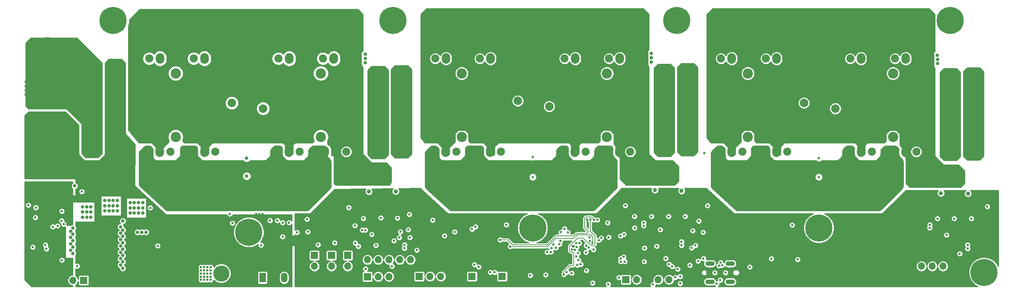
<source format=gbr>
G04 #@! TF.GenerationSoftware,KiCad,Pcbnew,(5.1.10)-1*
G04 #@! TF.CreationDate,2021-11-03T20:12:31-04:00*
G04 #@! TF.ProjectId,besc g2,62657363-2067-4322-9e6b-696361645f70,Init*
G04 #@! TF.SameCoordinates,Original*
G04 #@! TF.FileFunction,Copper,L3,Inr*
G04 #@! TF.FilePolarity,Positive*
%FSLAX46Y46*%
G04 Gerber Fmt 4.6, Leading zero omitted, Abs format (unit mm)*
G04 Created by KiCad (PCBNEW (5.1.10)-1) date 2021-11-03 20:12:31*
%MOMM*%
%LPD*%
G01*
G04 APERTURE LIST*
G04 #@! TA.AperFunction,ComponentPad*
%ADD10C,2.000000*%
G04 #@! TD*
G04 #@! TA.AperFunction,ComponentPad*
%ADD11O,1.700000X1.700000*%
G04 #@! TD*
G04 #@! TA.AperFunction,ComponentPad*
%ADD12R,1.700000X1.700000*%
G04 #@! TD*
G04 #@! TA.AperFunction,ComponentPad*
%ADD13O,2.200000X1.100000*%
G04 #@! TD*
G04 #@! TA.AperFunction,ComponentPad*
%ADD14C,1.500000*%
G04 #@! TD*
G04 #@! TA.AperFunction,ComponentPad*
%ADD15O,8.000000X10.000000*%
G04 #@! TD*
G04 #@! TA.AperFunction,ComponentPad*
%ADD16C,1.905000*%
G04 #@! TD*
G04 #@! TA.AperFunction,ComponentPad*
%ADD17O,2.000000X2.500000*%
G04 #@! TD*
G04 #@! TA.AperFunction,ComponentPad*
%ADD18C,3.800000*%
G04 #@! TD*
G04 #@! TA.AperFunction,ComponentPad*
%ADD19O,1.500000X2.300000*%
G04 #@! TD*
G04 #@! TA.AperFunction,ComponentPad*
%ADD20R,1.500000X2.300000*%
G04 #@! TD*
G04 #@! TA.AperFunction,ComponentPad*
%ADD21C,0.800000*%
G04 #@! TD*
G04 #@! TA.AperFunction,ComponentPad*
%ADD22C,6.400000*%
G04 #@! TD*
G04 #@! TA.AperFunction,ComponentPad*
%ADD23C,2.400000*%
G04 #@! TD*
G04 #@! TA.AperFunction,ViaPad*
%ADD24C,0.600000*%
G04 #@! TD*
G04 #@! TA.AperFunction,ViaPad*
%ADD25C,0.800000*%
G04 #@! TD*
G04 #@! TA.AperFunction,ViaPad*
%ADD26C,1.000000*%
G04 #@! TD*
G04 #@! TA.AperFunction,Conductor*
%ADD27C,0.200000*%
G04 #@! TD*
G04 #@! TA.AperFunction,Conductor*
%ADD28C,0.254000*%
G04 #@! TD*
G04 #@! TA.AperFunction,Conductor*
%ADD29C,0.100000*%
G04 #@! TD*
G04 APERTURE END LIST*
D10*
X249800000Y-95400000D03*
X257300000Y-95400000D03*
X249800000Y-76900000D03*
X257300000Y-76900000D03*
X223686058Y-85202361D03*
X216300000Y-83900000D03*
X182300000Y-95400000D03*
X189800000Y-95400000D03*
X182300000Y-76900000D03*
X189800000Y-76900000D03*
X156186058Y-84702361D03*
X148800000Y-83400000D03*
X114800000Y-95400000D03*
X122300000Y-95400000D03*
X114800000Y-76900000D03*
X122300000Y-76900000D03*
X54800000Y-94900000D03*
X47300000Y-94900000D03*
X88686058Y-85202361D03*
X81300000Y-83900000D03*
X54800000Y-76400000D03*
X47300000Y-76400000D03*
D11*
X244017000Y-122439000D03*
X246557000Y-122439000D03*
X249097000Y-122439000D03*
D12*
X251637000Y-122439000D03*
D11*
X147624000Y-124852000D03*
D12*
X145084000Y-124852000D03*
D11*
X140512000Y-124852000D03*
D12*
X137972000Y-124852000D03*
D11*
X120920000Y-124900000D03*
X118380000Y-124900000D03*
X115840000Y-124900000D03*
D12*
X113300000Y-124900000D03*
D13*
X198919000Y-126113000D03*
X198919000Y-121813000D03*
X194119000Y-126113000D03*
X194119000Y-121813000D03*
D11*
X108635000Y-124979000D03*
X108635000Y-122439000D03*
D12*
X108635000Y-119899000D03*
D14*
X87300000Y-66150000D03*
X87650000Y-67400000D03*
X87300000Y-71650000D03*
X86050000Y-72400000D03*
X81800000Y-71650000D03*
X81450000Y-70400000D03*
X81800000Y-66150000D03*
X83050000Y-65400000D03*
X87650000Y-70400000D03*
X86050000Y-65400000D03*
X83050000Y-72400000D03*
X81450000Y-67400000D03*
X84550000Y-64900000D03*
X87800000Y-68900000D03*
X84550000Y-72900000D03*
X81300000Y-68900000D03*
D15*
X84550000Y-68900000D03*
D14*
X154800000Y-65650000D03*
X155150000Y-66900000D03*
X154800000Y-71150000D03*
X153550000Y-71900000D03*
X149300000Y-71150000D03*
X148950000Y-69900000D03*
X149300000Y-65650000D03*
X150550000Y-64900000D03*
X155150000Y-69900000D03*
X153550000Y-64900000D03*
X150550000Y-71900000D03*
X148950000Y-66900000D03*
X152050000Y-64400000D03*
X155300000Y-68400000D03*
X152050000Y-72400000D03*
X148800000Y-68400000D03*
D15*
X152050000Y-68400000D03*
D14*
X222300000Y-65650000D03*
X222650000Y-66900000D03*
X222300000Y-71150000D03*
X221050000Y-71900000D03*
X216800000Y-71150000D03*
X216450000Y-69900000D03*
X216800000Y-65650000D03*
X218050000Y-64900000D03*
X222650000Y-69900000D03*
X221050000Y-64900000D03*
X218050000Y-71900000D03*
X216450000Y-66900000D03*
X219550000Y-64400000D03*
X222800000Y-68400000D03*
X219550000Y-72400000D03*
X216300000Y-68400000D03*
D15*
X219550000Y-68400000D03*
D14*
X35050000Y-76150000D03*
X34700000Y-74900000D03*
X35050000Y-70650000D03*
X36300000Y-69900000D03*
X40550000Y-70650000D03*
X40900000Y-71900000D03*
X40550000Y-76150000D03*
X39300000Y-76900000D03*
X34700000Y-71900000D03*
X36300000Y-76900000D03*
X39300000Y-69900000D03*
X40900000Y-74900000D03*
X37800000Y-77400000D03*
X34550000Y-73400000D03*
X37800000Y-69400000D03*
X41050000Y-73400000D03*
D15*
X37800000Y-73400000D03*
D14*
X35050000Y-99150000D03*
X34700000Y-97900000D03*
X35050000Y-93650000D03*
X36300000Y-92900000D03*
X40550000Y-93650000D03*
X40900000Y-94900000D03*
X40550000Y-99150000D03*
X39300000Y-99900000D03*
X34700000Y-94900000D03*
X36300000Y-99900000D03*
X39300000Y-92900000D03*
X40900000Y-97900000D03*
X37800000Y-100400000D03*
X34550000Y-96400000D03*
X37800000Y-92400000D03*
X41050000Y-96400000D03*
D15*
X37800000Y-96400000D03*
D16*
X175300000Y-95400000D03*
D17*
X172760000Y-95400000D03*
X170220000Y-95400000D03*
D16*
X201800000Y-95400000D03*
D17*
X199260000Y-95400000D03*
X196720000Y-95400000D03*
D16*
X237800000Y-73400000D03*
D17*
X240340000Y-73400000D03*
X242880000Y-73400000D03*
D16*
X134300000Y-95400000D03*
D17*
X131760000Y-95400000D03*
X129220000Y-95400000D03*
D16*
X170300000Y-73400000D03*
D17*
X172840000Y-73400000D03*
X175380000Y-73400000D03*
D16*
X97300000Y-95400000D03*
D17*
X94760000Y-95400000D03*
X92220000Y-95400000D03*
D16*
X61800000Y-73400000D03*
D17*
X64340000Y-73400000D03*
X66880000Y-73400000D03*
D16*
X212380000Y-95400000D03*
D17*
X209840000Y-95400000D03*
X207300000Y-95400000D03*
D16*
X227220000Y-73400000D03*
D17*
X229760000Y-73400000D03*
X232300000Y-73400000D03*
D16*
X144800000Y-95400000D03*
D17*
X142260000Y-95400000D03*
X139720000Y-95400000D03*
D16*
X159800000Y-73400000D03*
D17*
X162340000Y-73400000D03*
X164880000Y-73400000D03*
D16*
X108300000Y-95400000D03*
D17*
X105760000Y-95400000D03*
X103220000Y-95400000D03*
D16*
X72300000Y-73400000D03*
D17*
X74840000Y-73400000D03*
X77380000Y-73400000D03*
D16*
X232300000Y-95400000D03*
D17*
X229760000Y-95400000D03*
X227220000Y-95400000D03*
D16*
X207300000Y-73400000D03*
D17*
X209840000Y-73400000D03*
X212380000Y-73400000D03*
D16*
X164800000Y-95400000D03*
D17*
X162260000Y-95400000D03*
X159720000Y-95400000D03*
D16*
X139800000Y-73400000D03*
D17*
X142340000Y-73400000D03*
X144880000Y-73400000D03*
D16*
X66800000Y-95400000D03*
D17*
X64260000Y-95400000D03*
X61720000Y-95400000D03*
D16*
X92300000Y-73400000D03*
D17*
X94840000Y-73400000D03*
X97380000Y-73400000D03*
D16*
X242800000Y-95400000D03*
D17*
X240260000Y-95400000D03*
X237720000Y-95400000D03*
D16*
X196720000Y-73400000D03*
D17*
X199260000Y-73400000D03*
X201800000Y-73400000D03*
D16*
X129300000Y-73400000D03*
D17*
X131840000Y-73400000D03*
X134380000Y-73400000D03*
D16*
X77410000Y-95400000D03*
D17*
X74870000Y-95400000D03*
X72330000Y-95400000D03*
D16*
X102830000Y-73400000D03*
D17*
X105370000Y-73400000D03*
X107910000Y-73400000D03*
D11*
X100800000Y-124980000D03*
X100800000Y-122440000D03*
D12*
X100800000Y-119900000D03*
D18*
X78800000Y-124150000D03*
G04 #@! TA.AperFunction,ComponentPad*
G36*
G01*
X77280000Y-117250000D02*
X80320000Y-117250000D01*
G75*
G02*
X80700000Y-117630000I0J-380000D01*
G01*
X80700000Y-120670000D01*
G75*
G02*
X80320000Y-121050000I-380000J0D01*
G01*
X77280000Y-121050000D01*
G75*
G02*
X76900000Y-120670000I0J380000D01*
G01*
X76900000Y-117630000D01*
G75*
G02*
X77280000Y-117250000I380000J0D01*
G01*
G37*
G04 #@! TD.AperFunction*
D19*
X93630000Y-125150000D03*
X91090000Y-125150000D03*
D20*
X88550000Y-125150000D03*
D11*
X43800000Y-125775000D03*
D12*
X46340000Y-125775000D03*
D21*
X86997056Y-112702944D03*
X85300000Y-112000000D03*
X83602944Y-112702944D03*
X82900000Y-114400000D03*
X83602944Y-116097056D03*
X85300000Y-116800000D03*
X86997056Y-116097056D03*
X87700000Y-114400000D03*
D22*
X85300000Y-114400000D03*
D21*
X221497056Y-111702944D03*
X219800000Y-111000000D03*
X218102944Y-111702944D03*
X217400000Y-113400000D03*
X218102944Y-115097056D03*
X219800000Y-115800000D03*
X221497056Y-115097056D03*
X222200000Y-113400000D03*
D22*
X219800000Y-113400000D03*
D21*
X153997056Y-111702944D03*
X152300000Y-111000000D03*
X150602944Y-111702944D03*
X149900000Y-113400000D03*
X150602944Y-115097056D03*
X152300000Y-115800000D03*
X153997056Y-115097056D03*
X154700000Y-113400000D03*
D22*
X152300000Y-113400000D03*
D21*
X120997056Y-62702944D03*
X119300000Y-62000000D03*
X117602944Y-62702944D03*
X116900000Y-64400000D03*
X117602944Y-66097056D03*
X119300000Y-66800000D03*
X120997056Y-66097056D03*
X121700000Y-64400000D03*
D22*
X119300000Y-64400000D03*
D21*
X187997056Y-62702944D03*
X186300000Y-62000000D03*
X184602944Y-62702944D03*
X183900000Y-64400000D03*
X184602944Y-66097056D03*
X186300000Y-66800000D03*
X187997056Y-66097056D03*
X188700000Y-64400000D03*
D22*
X186300000Y-64400000D03*
D23*
X68050000Y-91900000D03*
X68050000Y-76900000D03*
D21*
X54997056Y-62702944D03*
X53300000Y-62000000D03*
X51602944Y-62702944D03*
X50900000Y-64400000D03*
X51602944Y-66097056D03*
X53300000Y-66800000D03*
X54997056Y-66097056D03*
X55700000Y-64400000D03*
D22*
X53300000Y-64400000D03*
D21*
X252497056Y-62702944D03*
X250800000Y-62000000D03*
X249102944Y-62702944D03*
X248400000Y-64400000D03*
X249102944Y-66097056D03*
X250800000Y-66800000D03*
X252497056Y-66097056D03*
X253200000Y-64400000D03*
D22*
X250800000Y-64400000D03*
D21*
X37997056Y-122202944D03*
X36300000Y-121500000D03*
X34602944Y-122202944D03*
X33900000Y-123900000D03*
X34602944Y-125597056D03*
X36300000Y-126300000D03*
X37997056Y-125597056D03*
X38700000Y-123900000D03*
D22*
X36300000Y-123900000D03*
D21*
X260497056Y-122202944D03*
X258800000Y-121500000D03*
X257102944Y-122202944D03*
X256400000Y-123900000D03*
X257102944Y-125597056D03*
X258800000Y-126300000D03*
X260497056Y-125597056D03*
X261200000Y-123900000D03*
D22*
X258800000Y-123900000D03*
D23*
X102300000Y-91900000D03*
X102300000Y-76900000D03*
X135550000Y-91900000D03*
X135550000Y-76900000D03*
X169800000Y-91900000D03*
X169800000Y-76900000D03*
X203050000Y-91900000D03*
X203050000Y-76900000D03*
X237300000Y-91900000D03*
X237300000Y-76900000D03*
D11*
X184454000Y-125614000D03*
X181914000Y-125614000D03*
X179374000Y-125614000D03*
X176834000Y-125614000D03*
D12*
X174294000Y-125614000D03*
D11*
X113300000Y-120900000D03*
X115840000Y-120900000D03*
X118380000Y-120900000D03*
X120920000Y-120900000D03*
X123460000Y-120900000D03*
D12*
X126000000Y-120900000D03*
D11*
X104800000Y-124980000D03*
X104800000Y-122440000D03*
D12*
X104800000Y-119900000D03*
D11*
X133146000Y-124852000D03*
X130606000Y-124852000D03*
X128066000Y-124852000D03*
D12*
X125526000Y-124852000D03*
D24*
X116800000Y-113900000D03*
X87050000Y-118900000D03*
X87050000Y-119650000D03*
X87050000Y-120400000D03*
X83550000Y-118900000D03*
X83550000Y-119650000D03*
X83550000Y-120400000D03*
X251925000Y-114275000D03*
D25*
X251550000Y-88900000D03*
X249650010Y-88900000D03*
X250550000Y-87400000D03*
X250550000Y-89400000D03*
X249650010Y-89900000D03*
X249650010Y-86900000D03*
X249650010Y-87900000D03*
X251550000Y-86900000D03*
X251550000Y-89900000D03*
X250550000Y-88400000D03*
X251550000Y-87900000D03*
X252550000Y-87400000D03*
X252550000Y-88400000D03*
X252550000Y-89400000D03*
X251550000Y-90900000D03*
X250550000Y-90400000D03*
X249650010Y-90900000D03*
X252550000Y-90400000D03*
X251550000Y-91900000D03*
X250550000Y-91400000D03*
X249650010Y-91900000D03*
X252550000Y-91400000D03*
X184050000Y-88900000D03*
X182150010Y-88900000D03*
X183050000Y-87400000D03*
X183050000Y-89400000D03*
X182150010Y-89900000D03*
X182150010Y-86900000D03*
X182150010Y-87900000D03*
X184050000Y-86900000D03*
X184050000Y-89900000D03*
X183050000Y-88400000D03*
X184050000Y-87900000D03*
X185050000Y-87400000D03*
X185050000Y-88400000D03*
X185050000Y-89400000D03*
X184050000Y-90900000D03*
X183050000Y-90400000D03*
X182150010Y-90900000D03*
X185050000Y-90400000D03*
X184050000Y-91900000D03*
X183050000Y-91400000D03*
X182150010Y-91900000D03*
X185050000Y-91400000D03*
D24*
X39175000Y-110650000D03*
X38425000Y-110650000D03*
X37675000Y-110650000D03*
X37675000Y-109900000D03*
X38425000Y-109900000D03*
X39175000Y-109900000D03*
X39175000Y-109150000D03*
X38425000Y-109150000D03*
X37675000Y-109150000D03*
X38425000Y-108400000D03*
X37675000Y-108400000D03*
D25*
X62300000Y-123750000D03*
X62300000Y-124750000D03*
X115550000Y-90400000D03*
X116550000Y-90900000D03*
X117550000Y-90400000D03*
X114650010Y-90900000D03*
X115550000Y-91400000D03*
X116550000Y-91900000D03*
X117550000Y-91400000D03*
X114650010Y-91900000D03*
X116550000Y-88900000D03*
X115550000Y-89400000D03*
X115550000Y-87400000D03*
X116550000Y-86900000D03*
X115550000Y-88400000D03*
X116550000Y-89900000D03*
X116550000Y-87900000D03*
X117550000Y-87400000D03*
X117550000Y-89400000D03*
X117550000Y-88400000D03*
X55800000Y-87900000D03*
X53800000Y-88900000D03*
X51800000Y-88900000D03*
X51800000Y-87900000D03*
X51800000Y-86900000D03*
X53800000Y-89900000D03*
X52800000Y-88400000D03*
X53800000Y-86900000D03*
X52800000Y-87400000D03*
X52800000Y-89400000D03*
X51800000Y-89900000D03*
X53800000Y-87900000D03*
X55800000Y-86900000D03*
X54800000Y-87400000D03*
X54800000Y-89400000D03*
X54800000Y-88400000D03*
X55800000Y-89900000D03*
X55800000Y-88900000D03*
X44800000Y-89900000D03*
X43800000Y-89400000D03*
X42800000Y-87900000D03*
X42800000Y-88900000D03*
X42800000Y-89900000D03*
X41800000Y-88400000D03*
X41800000Y-89400000D03*
X41800000Y-87400000D03*
X40800000Y-87900000D03*
X40800000Y-88900000D03*
X40800000Y-89900000D03*
X39800000Y-88400000D03*
X39800000Y-89400000D03*
X39800000Y-87400000D03*
X40800000Y-86900000D03*
X38800000Y-87900000D03*
X38800000Y-88900000D03*
X38800000Y-89900000D03*
X37800000Y-88400000D03*
X37800000Y-89400000D03*
X37800000Y-87400000D03*
X38800000Y-86900000D03*
X36800000Y-87900000D03*
X36800000Y-88900000D03*
X36800000Y-89900000D03*
X35800000Y-88400000D03*
X35800000Y-89400000D03*
X35800000Y-87400000D03*
X36800000Y-86900000D03*
X34800000Y-89900000D03*
X34800000Y-88900000D03*
X34800000Y-87900000D03*
X34800000Y-86900000D03*
X33800000Y-87400000D03*
X33800000Y-88400000D03*
X33800000Y-89400000D03*
X32800000Y-89900000D03*
X32800000Y-88900000D03*
X32800000Y-87900000D03*
X32800000Y-86900000D03*
X114650010Y-87900000D03*
X114650010Y-86900000D03*
X114650010Y-89900000D03*
X114650010Y-88900000D03*
X49550000Y-113900000D03*
X49050000Y-114650000D03*
X49550000Y-115400000D03*
X49050000Y-116150000D03*
X49550000Y-116900000D03*
X49050000Y-117650000D03*
X49550000Y-118400000D03*
X49050000Y-119150000D03*
X49550000Y-119900000D03*
X49050000Y-120650000D03*
X49550000Y-121400000D03*
X49050000Y-122150000D03*
X49550000Y-122900000D03*
D24*
X39175000Y-108400000D03*
X36550000Y-116600000D03*
X39060000Y-116700000D03*
X33980000Y-112870000D03*
D25*
X63139990Y-125731223D03*
X63139990Y-124750000D03*
X62300000Y-125739990D03*
D24*
X34300000Y-103900000D03*
D25*
X63139990Y-123750000D03*
D24*
X111300000Y-108400000D03*
X113300000Y-108400000D03*
X115300000Y-108400000D03*
X117300000Y-108400000D03*
X119300000Y-108400000D03*
X121300000Y-108400000D03*
X110300000Y-114900000D03*
X179310000Y-107960000D03*
X181310000Y-107960000D03*
X183290000Y-107970000D03*
X185290000Y-107970000D03*
X187280000Y-107970000D03*
X183800000Y-115900000D03*
X184550000Y-115900000D03*
X252550000Y-114275000D03*
X246800000Y-108300000D03*
X248775000Y-108300000D03*
X250800000Y-108275000D03*
X252775000Y-108275000D03*
X254800000Y-108300000D03*
X41050000Y-124400000D03*
X96675000Y-115650000D03*
X96675000Y-116400000D03*
X96675000Y-117150000D03*
X97425000Y-115650000D03*
X97425000Y-116400000D03*
X97425000Y-117150000D03*
X164330000Y-126580000D03*
X165120000Y-111370000D03*
X159050000Y-110410000D03*
X160550000Y-110390000D03*
X189211170Y-108058830D03*
X172330000Y-126680000D03*
X158920000Y-124650000D03*
X168323383Y-121086617D03*
X164240000Y-123170000D03*
X131483770Y-119109843D03*
X133808736Y-117139968D03*
X132813284Y-119119990D03*
X117550000Y-113900000D03*
X113344026Y-116591183D03*
X215083000Y-125930000D03*
X211188000Y-125930000D03*
X207356000Y-125950000D03*
X245990000Y-115140000D03*
X256746170Y-108353830D03*
X168990079Y-115159921D03*
X179782124Y-116050150D03*
X87050000Y-110150000D03*
X87800000Y-110150000D03*
X88550000Y-110150000D03*
X215550000Y-110400000D03*
X214800000Y-110400000D03*
X214050000Y-110400000D03*
X157050000Y-110400000D03*
X156300000Y-110400000D03*
X155550000Y-110400000D03*
X125530000Y-107560000D03*
X261300000Y-106900000D03*
X194397510Y-106850000D03*
X177050000Y-107150000D03*
X176050000Y-107150000D03*
X177800000Y-107150000D03*
X175300000Y-107150000D03*
X40489944Y-116700000D03*
X37560000Y-102980000D03*
X173560000Y-116620000D03*
X43320000Y-105180000D03*
X43329998Y-105820000D03*
X103945480Y-112796480D03*
X149910000Y-125868000D03*
X193489003Y-123963000D03*
X199399698Y-123936310D03*
X190931000Y-122312000D03*
X167512500Y-126650000D03*
X204266000Y-121296000D03*
X122510000Y-122579990D03*
X161700404Y-117765897D03*
X167182000Y-110628000D03*
X182422000Y-121042000D03*
X96697000Y-112259999D03*
X112800000Y-113900000D03*
X178470000Y-112890000D03*
X178490000Y-112170000D03*
X245990000Y-112670000D03*
X245970000Y-113390000D03*
X187425000Y-116650000D03*
X187425000Y-117525000D03*
X254925000Y-117400000D03*
X254925000Y-118275000D03*
X34318750Y-117918750D03*
X90300000Y-111650000D03*
X92050000Y-111650000D03*
X93300000Y-112150000D03*
X94800000Y-112150000D03*
X193550000Y-108150000D03*
X123300000Y-115650000D03*
X120800000Y-115650000D03*
X119550000Y-116400000D03*
X131470000Y-115260000D03*
X170120000Y-126680000D03*
X146070000Y-112650000D03*
X174150000Y-108130000D03*
X214813000Y-120830000D03*
X213520000Y-112730000D03*
X112050000Y-113900000D03*
X168486718Y-115729347D03*
X159790000Y-113580000D03*
X174020456Y-121369906D03*
X161490000Y-124080000D03*
X108889000Y-108596000D03*
X111175000Y-117740000D03*
X183692000Y-120609989D03*
X81430001Y-112252001D03*
D26*
X116550000Y-100150000D03*
X117800000Y-100150000D03*
X116550000Y-101400000D03*
X117800000Y-101400000D03*
X184050000Y-100150000D03*
X185300000Y-100150000D03*
X184050000Y-101400000D03*
X185300000Y-101400000D03*
X252800000Y-101900000D03*
X251550000Y-101900000D03*
X252800000Y-100650000D03*
X251550000Y-100650000D03*
D24*
X76300000Y-122650000D03*
X76300000Y-123400000D03*
X76300000Y-124150000D03*
X76300000Y-124900000D03*
X76300000Y-125650000D03*
X75550000Y-125650000D03*
X75550000Y-122650000D03*
X74800000Y-125650000D03*
X74800000Y-122650000D03*
X74050000Y-125650000D03*
X74050000Y-122650000D03*
D25*
X55550000Y-115400000D03*
X55550000Y-116900000D03*
X55050000Y-116150000D03*
X55050000Y-114650000D03*
X55550000Y-113900000D03*
X55050000Y-113150000D03*
X55050000Y-122150000D03*
X55050000Y-120650000D03*
X55550000Y-121400000D03*
X55050000Y-119150000D03*
X55550000Y-119900000D03*
X55050000Y-117650000D03*
X55550000Y-118400000D03*
X59050000Y-114400000D03*
X60050000Y-114400000D03*
X61050000Y-114400000D03*
D24*
X41650000Y-112490000D03*
X63820989Y-117629015D03*
D25*
X55550000Y-122900000D03*
D24*
X74800000Y-124150000D03*
X74050000Y-124150000D03*
X74050000Y-124900000D03*
X74050000Y-123400000D03*
X74800000Y-124900000D03*
X75550000Y-123400000D03*
X74800000Y-123400000D03*
X75550000Y-124150000D03*
X75550000Y-124900000D03*
X88200000Y-117470000D03*
X37540000Y-118330000D03*
D25*
X43800000Y-113400000D03*
X43300000Y-114150000D03*
X43800000Y-114900000D03*
X43300000Y-115650000D03*
X43800000Y-116400000D03*
X43300000Y-117150000D03*
X43800000Y-117900000D03*
X43300000Y-118650000D03*
X43800000Y-119400000D03*
X258300000Y-79900000D03*
X256300000Y-80900000D03*
X254300000Y-80900000D03*
X254300000Y-79900000D03*
X254300000Y-78900000D03*
X256300000Y-81900000D03*
X255300000Y-80400000D03*
X256300000Y-78900000D03*
X255300000Y-79400000D03*
X255300000Y-81400000D03*
X254300000Y-81900000D03*
X256300000Y-79900000D03*
X258300000Y-78900000D03*
X257300000Y-79400000D03*
X257300000Y-81400000D03*
X257300000Y-80400000D03*
X258300000Y-81900000D03*
X258300000Y-80900000D03*
X190800000Y-79900000D03*
X188800000Y-80900000D03*
X186800000Y-80900000D03*
X186800000Y-79900000D03*
X186800000Y-78900000D03*
X188800000Y-81900000D03*
X187800000Y-80400000D03*
X188800000Y-78900000D03*
X187800000Y-79400000D03*
X187800000Y-81400000D03*
X186800000Y-81900000D03*
X188800000Y-79900000D03*
X190800000Y-78900000D03*
X189800000Y-79400000D03*
X189800000Y-81400000D03*
X189800000Y-80400000D03*
X190800000Y-81900000D03*
X190800000Y-80900000D03*
X121300000Y-80900000D03*
X120300000Y-81400000D03*
X120300000Y-79400000D03*
X121300000Y-78900000D03*
X120300000Y-80400000D03*
X121300000Y-81900000D03*
X119300000Y-78900000D03*
X119300000Y-79900000D03*
X123300000Y-79900000D03*
X119300000Y-80900000D03*
X119300000Y-81900000D03*
X121300000Y-79900000D03*
X123300000Y-78900000D03*
X122300000Y-79400000D03*
X122300000Y-81400000D03*
X122300000Y-80400000D03*
X123300000Y-81900000D03*
X123300000Y-80900000D03*
X48800000Y-80900000D03*
X48800000Y-79900000D03*
X48800000Y-78900000D03*
X49800000Y-80400000D03*
X49800000Y-79400000D03*
X49800000Y-81400000D03*
X48800000Y-81900000D03*
X44800000Y-79900000D03*
X42800000Y-80900000D03*
X40800000Y-80900000D03*
X40800000Y-79900000D03*
X40800000Y-78900000D03*
X42800000Y-81900000D03*
X41800000Y-80400000D03*
X42800000Y-78900000D03*
X41800000Y-79400000D03*
X41800000Y-81400000D03*
X40800000Y-81900000D03*
X42800000Y-79900000D03*
X47800000Y-79400000D03*
X47800000Y-81400000D03*
X47800000Y-80400000D03*
X46800000Y-78900000D03*
X45800000Y-81400000D03*
X45800000Y-79400000D03*
X45800000Y-80400000D03*
X46800000Y-81900000D03*
X46800000Y-80900000D03*
X46800000Y-79900000D03*
X44800000Y-78900000D03*
X43800000Y-79400000D03*
X43800000Y-81400000D03*
X43800000Y-80400000D03*
X44800000Y-81900000D03*
X44800000Y-80900000D03*
X36800000Y-79900000D03*
X34800000Y-80900000D03*
X32800000Y-80900000D03*
X32800000Y-79900000D03*
X32800000Y-78900000D03*
X34800000Y-81900000D03*
X33800000Y-80400000D03*
X34800000Y-78900000D03*
X33800000Y-79400000D03*
X33800000Y-81400000D03*
X32800000Y-81900000D03*
X34800000Y-79900000D03*
X39800000Y-79400000D03*
X39800000Y-81400000D03*
X39800000Y-80400000D03*
X38800000Y-78900000D03*
X37800000Y-81400000D03*
X37800000Y-79400000D03*
X37800000Y-80400000D03*
X38800000Y-81900000D03*
X38800000Y-80900000D03*
X38800000Y-79900000D03*
X36800000Y-78900000D03*
X35800000Y-79400000D03*
X35800000Y-81400000D03*
X35800000Y-80400000D03*
X36800000Y-81900000D03*
X36800000Y-80900000D03*
X48050000Y-110900000D03*
X47050000Y-110900000D03*
X46050000Y-110900000D03*
X48050000Y-109650000D03*
X47050000Y-109650000D03*
X46050000Y-109650000D03*
X46050000Y-108400000D03*
X48050000Y-108400000D03*
X47050000Y-108400000D03*
D24*
X37290001Y-117410000D03*
X44800000Y-122400000D03*
X173743014Y-120236796D03*
X115310000Y-117500000D03*
X166635536Y-118502000D03*
X165710434Y-115598473D03*
X93280000Y-115470000D03*
X96690000Y-114450000D03*
X176300000Y-110650000D03*
X169950000Y-112170000D03*
X192810000Y-95720000D03*
X191490000Y-111770000D03*
X162571111Y-120116839D03*
X124950000Y-118620000D03*
X158590000Y-117240000D03*
X122020000Y-118190000D03*
X157750000Y-118089990D03*
X122060000Y-117370000D03*
X156600000Y-119070000D03*
X121070000Y-114300000D03*
X155694349Y-119112641D03*
X122920000Y-113790000D03*
X157146579Y-117356579D03*
X167559177Y-111490000D03*
X186480987Y-123110987D03*
X162278664Y-118578259D03*
X185200000Y-122524947D03*
X165515535Y-118022616D03*
X162970000Y-119359979D03*
X189370000Y-122200000D03*
X164904990Y-117570010D03*
X184454000Y-121964947D03*
X123170000Y-110210000D03*
X170225209Y-115603077D03*
X173818560Y-114919979D03*
X190700002Y-117510000D03*
X259540000Y-108350000D03*
X173009725Y-115279990D03*
X167930000Y-116290000D03*
X133870000Y-114340000D03*
X80820000Y-110110000D03*
X128699405Y-111560010D03*
X178590000Y-121369906D03*
X99049164Y-111329164D03*
X160590890Y-114429886D03*
X178670183Y-118140372D03*
X192480000Y-114430000D03*
X181540000Y-117730000D03*
X160324000Y-123836000D03*
X187095500Y-124852000D03*
X156722564Y-118175518D03*
X187095500Y-126503000D03*
X139558254Y-122611756D03*
X163118000Y-121000451D03*
X163320000Y-116975837D03*
X138530000Y-122060043D03*
X161522043Y-118506660D03*
X158812559Y-116482559D03*
D25*
X72800000Y-103900000D03*
X72800000Y-105900000D03*
X72800000Y-107900000D03*
X72800000Y-101900000D03*
X76800000Y-101900000D03*
X74800000Y-101150000D03*
X78800000Y-102900000D03*
X78800000Y-104900000D03*
X78800000Y-106900000D03*
X76800000Y-105900000D03*
X78800000Y-108900000D03*
X76800000Y-103900000D03*
X74800000Y-108900000D03*
X78800000Y-101150000D03*
X74800000Y-106900000D03*
X74800000Y-104900000D03*
X74800000Y-102900000D03*
X76800000Y-107900000D03*
X64800000Y-103900000D03*
X64800000Y-105900000D03*
X64800000Y-107900000D03*
X64800000Y-101900000D03*
X68800000Y-101900000D03*
X66800000Y-101400000D03*
X70800000Y-102900000D03*
X70800000Y-104900000D03*
X70800000Y-106900000D03*
X68800000Y-105900000D03*
X70800000Y-108900000D03*
X68800000Y-103900000D03*
X66800000Y-108900000D03*
X70800000Y-101150000D03*
X66800000Y-106900000D03*
X66800000Y-104900000D03*
X66800000Y-102900000D03*
X68800000Y-107900000D03*
X60800000Y-101900000D03*
X62800000Y-102900000D03*
X62800000Y-104900000D03*
X60800000Y-103900000D03*
X62800000Y-101150000D03*
X90800000Y-101150000D03*
X90800000Y-102900000D03*
X90800000Y-104900000D03*
X90800000Y-106900000D03*
X90800000Y-108900000D03*
X92800000Y-107900000D03*
X92800000Y-105900000D03*
X92800000Y-103900000D03*
X92800000Y-101900000D03*
X94800000Y-101150000D03*
X94800000Y-102900000D03*
X94800000Y-104900000D03*
X94800000Y-106900000D03*
X94800000Y-108900000D03*
X96800000Y-107900000D03*
X96800000Y-105900000D03*
X96800000Y-103900000D03*
X96800000Y-101900000D03*
X98800000Y-101150000D03*
X98800000Y-102900000D03*
X98800000Y-104900000D03*
X98800000Y-106900000D03*
X98800000Y-108900000D03*
X100800000Y-105900000D03*
X100800000Y-103900000D03*
X100800000Y-101900000D03*
X102800000Y-101150000D03*
X102800000Y-102900000D03*
X102800000Y-104900000D03*
X140190000Y-103900000D03*
X140190000Y-107900000D03*
X140190000Y-105900000D03*
X146190000Y-102900000D03*
X144190000Y-101900000D03*
X140190000Y-101900000D03*
X142190000Y-100900000D03*
X146190000Y-104900000D03*
X146190000Y-106900000D03*
X144190000Y-105900000D03*
X146190000Y-108900000D03*
X144190000Y-103900000D03*
X146190000Y-100900000D03*
X142190000Y-106900000D03*
X142190000Y-104900000D03*
X142190000Y-102900000D03*
X144190000Y-107900000D03*
X132190000Y-103900000D03*
X130190000Y-100900000D03*
X128190000Y-103900000D03*
X130190000Y-104900000D03*
X130190000Y-102900000D03*
X128190000Y-101900000D03*
X136190000Y-107900000D03*
X134190000Y-102900000D03*
X134190000Y-104900000D03*
X134190000Y-106900000D03*
X138190000Y-100900000D03*
X136190000Y-103900000D03*
X136190000Y-105900000D03*
X138190000Y-106900000D03*
X138190000Y-104900000D03*
X138190000Y-102900000D03*
X134190000Y-101400000D03*
X136190000Y-101900000D03*
X132190000Y-101900000D03*
X132190000Y-107900000D03*
X132190000Y-105900000D03*
X166300000Y-100900000D03*
X164300000Y-105900000D03*
X164300000Y-103900000D03*
X164300000Y-101900000D03*
X164300000Y-107900000D03*
X160300000Y-107900000D03*
X166300000Y-106900000D03*
X162300000Y-108900000D03*
X166300000Y-108900000D03*
X168300000Y-105900000D03*
X168300000Y-103900000D03*
X168300000Y-101900000D03*
X170300000Y-100900000D03*
X170300000Y-102900000D03*
X170300000Y-104900000D03*
X166300000Y-102900000D03*
X158300000Y-106900000D03*
X158300000Y-104900000D03*
X158300000Y-102900000D03*
X160300000Y-103900000D03*
X158300000Y-100900000D03*
X160300000Y-105900000D03*
X162300000Y-100900000D03*
X166300000Y-104900000D03*
X158300000Y-108900000D03*
X162300000Y-102900000D03*
X162300000Y-104900000D03*
X162300000Y-106900000D03*
X160300000Y-101900000D03*
X138190000Y-108239990D03*
X142159205Y-108239990D03*
X134190000Y-108239990D03*
X207770000Y-103900000D03*
X207770000Y-107900000D03*
X207770000Y-105900000D03*
X213770000Y-102900000D03*
X211770000Y-101900000D03*
X207770000Y-101900000D03*
X209770000Y-100900000D03*
X213770000Y-104900000D03*
X213770000Y-106900000D03*
X211770000Y-105900000D03*
X211770000Y-103900000D03*
X209770000Y-108900000D03*
X213770000Y-100900000D03*
X209770000Y-106900000D03*
X209770000Y-104900000D03*
X209770000Y-102900000D03*
X211770000Y-107900000D03*
X199770000Y-103900000D03*
X197770000Y-100900000D03*
X195770000Y-103900000D03*
X197770000Y-104900000D03*
X197770000Y-102900000D03*
X195770000Y-101900000D03*
X203770000Y-107900000D03*
X201770000Y-102900000D03*
X201770000Y-104900000D03*
X201770000Y-106900000D03*
X205770000Y-100900000D03*
X201770000Y-108900000D03*
X203770000Y-103900000D03*
X205770000Y-108900000D03*
X203770000Y-105900000D03*
X205770000Y-106900000D03*
X205770000Y-104900000D03*
X205770000Y-102900000D03*
X201770000Y-101400000D03*
X203770000Y-101900000D03*
X199770000Y-101900000D03*
X199770000Y-107900000D03*
X199770000Y-105900000D03*
X233800000Y-100900000D03*
X231800000Y-105900000D03*
X231800000Y-103900000D03*
X231800000Y-101900000D03*
X231800000Y-107900000D03*
X227800000Y-107900000D03*
X233800000Y-106900000D03*
X229800000Y-108900000D03*
X233800000Y-108900000D03*
X235800000Y-105900000D03*
X235800000Y-103900000D03*
X235800000Y-101900000D03*
X237800000Y-100900000D03*
X237800000Y-102900000D03*
X237800000Y-104900000D03*
X233800000Y-102900000D03*
X225800000Y-106900000D03*
X225800000Y-104900000D03*
X225800000Y-102900000D03*
X227800000Y-103900000D03*
X225800000Y-100900000D03*
X227800000Y-105900000D03*
X229800000Y-100900000D03*
X233800000Y-104900000D03*
X225800000Y-108900000D03*
X229800000Y-102900000D03*
X229800000Y-104900000D03*
X229800000Y-106900000D03*
X227800000Y-101900000D03*
D24*
X180307500Y-110687500D03*
X247812500Y-111187500D03*
X173040851Y-121369906D03*
X33290000Y-108020000D03*
X120371585Y-111068899D03*
X188272500Y-110687500D03*
X255787500Y-111187500D03*
X116452324Y-111029638D03*
X184337500Y-110687500D03*
X251737500Y-111187500D03*
X112300000Y-111150000D03*
X114300000Y-114900000D03*
X182390000Y-113810000D03*
X249943760Y-115052094D03*
X173081506Y-120610994D03*
X41120000Y-111710000D03*
X41195960Y-121004040D03*
X99223903Y-114306296D03*
D25*
X112800000Y-72400000D03*
X112800000Y-74400000D03*
D26*
X119975000Y-104750000D03*
D25*
X112800000Y-73400000D03*
X180290000Y-73210000D03*
X180290000Y-72210000D03*
X180290000Y-74210000D03*
D26*
X187425000Y-104625000D03*
D25*
X247830000Y-73600000D03*
X247790000Y-72610000D03*
X247830000Y-74600000D03*
D26*
X255030000Y-105280000D03*
X113625000Y-104800000D03*
X181125000Y-104425002D03*
X248630000Y-105180000D03*
D25*
X84800000Y-101150000D03*
X84800000Y-96900000D03*
D24*
X152300000Y-101400000D03*
X152300000Y-96650000D03*
X219800000Y-101400000D03*
X219800000Y-96900000D03*
D25*
X60300000Y-109900000D03*
X59300000Y-109900000D03*
X58300000Y-109900000D03*
X57300000Y-109900000D03*
X60300000Y-108650000D03*
X59300000Y-108650000D03*
X58300000Y-108650000D03*
X57300000Y-108650000D03*
X58300000Y-107400000D03*
X57300000Y-107400000D03*
X60300000Y-107400000D03*
X59300000Y-107400000D03*
X52300000Y-109400000D03*
X51300000Y-109400000D03*
X54300000Y-109400000D03*
X53300000Y-109400000D03*
X52300000Y-108150000D03*
X51300000Y-108150000D03*
X54300000Y-108150000D03*
X53300000Y-108150000D03*
X54300000Y-106900000D03*
X53300000Y-106900000D03*
X52300000Y-106900000D03*
X51300000Y-106900000D03*
D24*
X62049990Y-108650000D03*
X45900000Y-104800000D03*
D25*
X55570000Y-111750000D03*
X44210000Y-103460000D03*
D24*
X162679549Y-117932575D03*
X192582000Y-120630033D03*
X208608000Y-120680000D03*
X162545178Y-116992976D03*
X191333599Y-121208217D03*
X35062075Y-108600010D03*
X40200000Y-112900000D03*
X34930000Y-110920000D03*
X39050000Y-113149999D03*
X41175022Y-109439990D03*
X151688000Y-124598000D03*
X159636300Y-124396000D03*
X165878377Y-111419658D03*
X155364500Y-124464500D03*
X164947330Y-123448005D03*
X146935987Y-117804013D03*
X101650000Y-117359000D03*
X166420000Y-116978000D03*
X165769990Y-116449990D03*
X105587500Y-116900000D03*
X142290000Y-123880113D03*
X137972000Y-113679989D03*
X144566007Y-116225993D03*
X166777486Y-111479730D03*
X195249000Y-123963000D03*
X197789000Y-123963000D03*
X195702272Y-126587986D03*
X196545039Y-125705398D03*
X196265000Y-122312000D03*
X197018666Y-122214074D03*
X196616452Y-121562990D03*
X203504000Y-122629000D03*
X119090000Y-122460000D03*
X164855733Y-119146377D03*
X163618109Y-121988759D03*
X110410000Y-116940000D03*
X112855000Y-123045000D03*
X172643000Y-125106000D03*
X180644000Y-126757000D03*
X190042000Y-114057000D03*
X253034000Y-119510033D03*
X110330000Y-112850000D03*
X189780000Y-118110000D03*
X138800011Y-113119989D03*
X158971587Y-114382365D03*
X176340000Y-113400000D03*
X162859986Y-122180021D03*
X143306000Y-123880113D03*
X166420000Y-126376000D03*
X185978000Y-125063999D03*
D27*
X43329998Y-105820000D02*
X45534000Y-105820000D01*
X159636300Y-123694898D02*
X159636300Y-124396000D01*
X161019198Y-122312000D02*
X159636300Y-123694898D01*
X161722881Y-119066661D02*
X162011110Y-119354890D01*
X161253242Y-119066661D02*
X161722881Y-119066661D01*
X160962042Y-118775461D02*
X161253242Y-119066661D01*
X165878377Y-111419658D02*
X165878377Y-114150377D01*
X165878377Y-114150377D02*
X166980001Y-115252001D01*
X165623189Y-117009991D02*
X165374815Y-117009991D01*
X162011110Y-119354890D02*
X162011110Y-122148890D01*
X160962042Y-117675457D02*
X160962042Y-118775461D01*
X166980001Y-115252001D02*
X166980001Y-117246801D01*
X165374815Y-117009991D02*
X164148801Y-115783977D01*
X166980001Y-117246801D02*
X166688801Y-117538001D01*
X162011110Y-122148890D02*
X161848000Y-122312000D01*
X162925375Y-115783977D02*
X161503456Y-117205896D01*
X166151199Y-117538001D02*
X165623189Y-117009991D01*
X164148801Y-115783977D02*
X162925375Y-115783977D01*
X161848000Y-122312000D02*
X161019198Y-122312000D01*
X161503456Y-117205896D02*
X161431603Y-117205896D01*
X166688801Y-117538001D02*
X166151199Y-117538001D01*
X161431603Y-117205896D02*
X160962042Y-117675457D01*
X166420000Y-115479223D02*
X166420000Y-116978000D01*
X166013778Y-115073000D02*
X166280389Y-115339611D01*
X162819644Y-115038472D02*
X165979235Y-115038472D01*
X166013763Y-115073000D02*
X166013778Y-115073000D01*
X157751798Y-115922558D02*
X161935558Y-115922558D01*
X155907185Y-117767171D02*
X157751798Y-115922558D01*
X146935987Y-117804013D02*
X155907185Y-117804013D01*
X166280389Y-115339611D02*
X166420000Y-115479223D01*
X165979235Y-115038472D02*
X166013763Y-115073000D01*
X161935558Y-115922558D02*
X162819644Y-115038472D01*
X165979235Y-115038458D02*
X166280389Y-115339611D01*
X166777486Y-111479730D02*
X166107755Y-110809999D01*
X165404000Y-114185130D02*
X165404000Y-114438000D01*
X166107755Y-110809999D02*
X164851199Y-110809999D01*
X164851199Y-110809999D02*
X164559999Y-111101199D01*
X164559999Y-111101199D02*
X164559999Y-113341129D01*
X164559999Y-113341129D02*
X165404000Y-114185130D01*
X165404000Y-114438000D02*
X165163552Y-114678448D01*
X162670538Y-114678448D02*
X162750552Y-114678448D01*
X162021986Y-115327000D02*
X162670538Y-114678448D01*
X157838226Y-115327000D02*
X162021986Y-115327000D01*
X147624000Y-117444003D02*
X155721223Y-117444003D01*
X146405990Y-116225993D02*
X147624000Y-117444003D01*
X144566007Y-116225993D02*
X146405990Y-116225993D01*
X155721223Y-117444003D02*
X157838226Y-115327000D01*
X165163552Y-114678448D02*
X162750552Y-114678448D01*
D28*
X56173000Y-74452606D02*
X56173000Y-91150000D01*
X56175440Y-91174776D01*
X56182667Y-91198601D01*
X56194403Y-91220557D01*
X56205602Y-91234959D01*
X58422808Y-93698521D01*
X58384662Y-103399501D01*
X58387005Y-103424286D01*
X58394138Y-103448139D01*
X58405788Y-103470142D01*
X58425366Y-103493178D01*
X65713705Y-110243178D01*
X65733541Y-110258223D01*
X65755931Y-110269109D01*
X65780015Y-110275418D01*
X65800000Y-110277000D01*
X80111975Y-110277000D01*
X80120938Y-110322058D01*
X80175741Y-110454364D01*
X80255302Y-110573436D01*
X80356564Y-110674698D01*
X80475636Y-110754259D01*
X80607942Y-110809062D01*
X80748397Y-110837000D01*
X80891603Y-110837000D01*
X81032058Y-110809062D01*
X81164364Y-110754259D01*
X81283436Y-110674698D01*
X81384698Y-110573436D01*
X81464259Y-110454364D01*
X81519062Y-110322058D01*
X81528025Y-110277000D01*
X95423000Y-110277000D01*
X95423000Y-111773820D01*
X95364698Y-111686564D01*
X95263436Y-111585302D01*
X95144364Y-111505741D01*
X95012058Y-111450938D01*
X94871603Y-111423000D01*
X94728397Y-111423000D01*
X94587942Y-111450938D01*
X94455636Y-111505741D01*
X94336564Y-111585302D01*
X94235302Y-111686564D01*
X94155741Y-111805636D01*
X94100938Y-111937942D01*
X94073000Y-112078397D01*
X94073000Y-112221603D01*
X94100938Y-112362058D01*
X94155741Y-112494364D01*
X94235302Y-112613436D01*
X94336564Y-112714698D01*
X94455636Y-112794259D01*
X94587942Y-112849062D01*
X94728397Y-112877000D01*
X94871603Y-112877000D01*
X95012058Y-112849062D01*
X95144364Y-112794259D01*
X95263436Y-112714698D01*
X95364698Y-112613436D01*
X95423000Y-112526180D01*
X95423000Y-127223000D01*
X44427000Y-127223000D01*
X44427000Y-126891887D01*
X44614040Y-126766911D01*
X44791911Y-126589040D01*
X44931663Y-126379886D01*
X45027926Y-126147487D01*
X45060934Y-125981544D01*
X45060934Y-126625000D01*
X45069178Y-126708707D01*
X45093595Y-126789196D01*
X45133245Y-126863376D01*
X45186605Y-126928395D01*
X45251624Y-126981755D01*
X45325804Y-127021405D01*
X45406293Y-127045822D01*
X45490000Y-127054066D01*
X47190000Y-127054066D01*
X47273707Y-127045822D01*
X47354196Y-127021405D01*
X47428376Y-126981755D01*
X47493395Y-126928395D01*
X47546755Y-126863376D01*
X47586405Y-126789196D01*
X47610822Y-126708707D01*
X47619066Y-126625000D01*
X47619066Y-124925000D01*
X47610822Y-124841293D01*
X47586405Y-124760804D01*
X47546755Y-124686624D01*
X47493395Y-124621605D01*
X47428376Y-124568245D01*
X47354196Y-124528595D01*
X47273707Y-124504178D01*
X47190000Y-124495934D01*
X45490000Y-124495934D01*
X45406293Y-124504178D01*
X45325804Y-124528595D01*
X45251624Y-124568245D01*
X45186605Y-124621605D01*
X45133245Y-124686624D01*
X45093595Y-124760804D01*
X45069178Y-124841293D01*
X45060934Y-124925000D01*
X45060934Y-125568456D01*
X45027926Y-125402513D01*
X44931663Y-125170114D01*
X44791911Y-124960960D01*
X44614040Y-124783089D01*
X44427000Y-124658113D01*
X44427000Y-123025125D01*
X44455636Y-123044259D01*
X44587942Y-123099062D01*
X44728397Y-123127000D01*
X44871603Y-123127000D01*
X45012058Y-123099062D01*
X45144364Y-123044259D01*
X45263436Y-122964698D01*
X45364698Y-122863436D01*
X45444259Y-122744364D01*
X45499062Y-122612058D01*
X45527000Y-122471603D01*
X45527000Y-122328397D01*
X45499062Y-122187942D01*
X45444259Y-122055636D01*
X45364698Y-121936564D01*
X45263436Y-121835302D01*
X45144364Y-121755741D01*
X45012058Y-121700938D01*
X44871603Y-121673000D01*
X44728397Y-121673000D01*
X44587942Y-121700938D01*
X44455636Y-121755741D01*
X44427000Y-121774875D01*
X44427000Y-119942553D01*
X44442372Y-119927181D01*
X44532877Y-119791731D01*
X44595218Y-119641227D01*
X44627000Y-119481452D01*
X44627000Y-119318548D01*
X44595218Y-119158773D01*
X44532877Y-119008269D01*
X44442372Y-118872819D01*
X44427000Y-118857447D01*
X44427000Y-118442553D01*
X44442372Y-118427181D01*
X44532877Y-118291731D01*
X44595218Y-118141227D01*
X44627000Y-117981452D01*
X44627000Y-117818548D01*
X44595218Y-117658773D01*
X44532877Y-117508269D01*
X44442372Y-117372819D01*
X44427000Y-117357447D01*
X44427000Y-116942553D01*
X44442372Y-116927181D01*
X44532877Y-116791731D01*
X44595218Y-116641227D01*
X44627000Y-116481452D01*
X44627000Y-116318548D01*
X44595218Y-116158773D01*
X44532877Y-116008269D01*
X44442372Y-115872819D01*
X44427000Y-115857447D01*
X44427000Y-115442553D01*
X44442372Y-115427181D01*
X44532877Y-115291731D01*
X44595218Y-115141227D01*
X44627000Y-114981452D01*
X44627000Y-114818548D01*
X44595218Y-114658773D01*
X44532877Y-114508269D01*
X44442372Y-114372819D01*
X44427000Y-114357447D01*
X44427000Y-113942553D01*
X44442372Y-113927181D01*
X44532877Y-113791731D01*
X44595218Y-113641227D01*
X44627000Y-113481452D01*
X44627000Y-113318548D01*
X44595218Y-113158773D01*
X44557846Y-113068548D01*
X54223000Y-113068548D01*
X54223000Y-113231452D01*
X54254782Y-113391227D01*
X54317123Y-113541731D01*
X54407628Y-113677181D01*
X54522819Y-113792372D01*
X54658269Y-113882877D01*
X54699607Y-113900000D01*
X54658269Y-113917123D01*
X54522819Y-114007628D01*
X54407628Y-114122819D01*
X54317123Y-114258269D01*
X54254782Y-114408773D01*
X54223000Y-114568548D01*
X54223000Y-114731452D01*
X54254782Y-114891227D01*
X54317123Y-115041731D01*
X54407628Y-115177181D01*
X54522819Y-115292372D01*
X54658269Y-115382877D01*
X54699607Y-115400000D01*
X54658269Y-115417123D01*
X54522819Y-115507628D01*
X54407628Y-115622819D01*
X54317123Y-115758269D01*
X54254782Y-115908773D01*
X54223000Y-116068548D01*
X54223000Y-116231452D01*
X54254782Y-116391227D01*
X54317123Y-116541731D01*
X54407628Y-116677181D01*
X54522819Y-116792372D01*
X54658269Y-116882877D01*
X54699607Y-116900000D01*
X54658269Y-116917123D01*
X54522819Y-117007628D01*
X54407628Y-117122819D01*
X54317123Y-117258269D01*
X54254782Y-117408773D01*
X54223000Y-117568548D01*
X54223000Y-117731452D01*
X54254782Y-117891227D01*
X54317123Y-118041731D01*
X54407628Y-118177181D01*
X54522819Y-118292372D01*
X54658269Y-118382877D01*
X54699607Y-118400000D01*
X54658269Y-118417123D01*
X54522819Y-118507628D01*
X54407628Y-118622819D01*
X54317123Y-118758269D01*
X54254782Y-118908773D01*
X54223000Y-119068548D01*
X54223000Y-119231452D01*
X54254782Y-119391227D01*
X54317123Y-119541731D01*
X54407628Y-119677181D01*
X54522819Y-119792372D01*
X54658269Y-119882877D01*
X54699607Y-119900000D01*
X54658269Y-119917123D01*
X54522819Y-120007628D01*
X54407628Y-120122819D01*
X54317123Y-120258269D01*
X54254782Y-120408773D01*
X54223000Y-120568548D01*
X54223000Y-120731452D01*
X54254782Y-120891227D01*
X54317123Y-121041731D01*
X54407628Y-121177181D01*
X54522819Y-121292372D01*
X54658269Y-121382877D01*
X54699607Y-121400000D01*
X54658269Y-121417123D01*
X54522819Y-121507628D01*
X54407628Y-121622819D01*
X54317123Y-121758269D01*
X54254782Y-121908773D01*
X54223000Y-122068548D01*
X54223000Y-122231452D01*
X54254782Y-122391227D01*
X54317123Y-122541731D01*
X54407628Y-122677181D01*
X54522819Y-122792372D01*
X54658269Y-122882877D01*
X54723000Y-122909690D01*
X54723000Y-122981452D01*
X54754782Y-123141227D01*
X54817123Y-123291731D01*
X54907628Y-123427181D01*
X55022819Y-123542372D01*
X55158269Y-123632877D01*
X55308773Y-123695218D01*
X55468548Y-123727000D01*
X55631452Y-123727000D01*
X55791227Y-123695218D01*
X55941731Y-123632877D01*
X56077181Y-123542372D01*
X56192372Y-123427181D01*
X56282877Y-123291731D01*
X56345218Y-123141227D01*
X56377000Y-122981452D01*
X56377000Y-122818548D01*
X56345218Y-122658773D01*
X56311926Y-122578397D01*
X73323000Y-122578397D01*
X73323000Y-122721603D01*
X73350938Y-122862058D01*
X73405741Y-122994364D01*
X73426211Y-123025000D01*
X73405741Y-123055636D01*
X73350938Y-123187942D01*
X73323000Y-123328397D01*
X73323000Y-123471603D01*
X73350938Y-123612058D01*
X73405741Y-123744364D01*
X73426211Y-123775000D01*
X73405741Y-123805636D01*
X73350938Y-123937942D01*
X73323000Y-124078397D01*
X73323000Y-124221603D01*
X73350938Y-124362058D01*
X73405741Y-124494364D01*
X73426211Y-124525000D01*
X73405741Y-124555636D01*
X73350938Y-124687942D01*
X73323000Y-124828397D01*
X73323000Y-124971603D01*
X73350938Y-125112058D01*
X73405741Y-125244364D01*
X73426211Y-125275000D01*
X73405741Y-125305636D01*
X73350938Y-125437942D01*
X73323000Y-125578397D01*
X73323000Y-125721603D01*
X73350938Y-125862058D01*
X73405741Y-125994364D01*
X73485302Y-126113436D01*
X73586564Y-126214698D01*
X73705636Y-126294259D01*
X73837942Y-126349062D01*
X73978397Y-126377000D01*
X74121603Y-126377000D01*
X74262058Y-126349062D01*
X74394364Y-126294259D01*
X74425000Y-126273789D01*
X74455636Y-126294259D01*
X74587942Y-126349062D01*
X74728397Y-126377000D01*
X74871603Y-126377000D01*
X75012058Y-126349062D01*
X75144364Y-126294259D01*
X75175000Y-126273789D01*
X75205636Y-126294259D01*
X75337942Y-126349062D01*
X75478397Y-126377000D01*
X75621603Y-126377000D01*
X75762058Y-126349062D01*
X75894364Y-126294259D01*
X75925000Y-126273789D01*
X75955636Y-126294259D01*
X76087942Y-126349062D01*
X76228397Y-126377000D01*
X76371603Y-126377000D01*
X76512058Y-126349062D01*
X76644364Y-126294259D01*
X76763436Y-126214698D01*
X76864698Y-126113436D01*
X76944259Y-125994364D01*
X76999062Y-125862058D01*
X77027000Y-125721603D01*
X77027000Y-125667875D01*
X77316624Y-125957499D01*
X77697752Y-126212160D01*
X78121239Y-126387574D01*
X78570811Y-126477000D01*
X79029189Y-126477000D01*
X79478761Y-126387574D01*
X79902248Y-126212160D01*
X80283376Y-125957499D01*
X80607499Y-125633376D01*
X80862160Y-125252248D01*
X81037574Y-124828761D01*
X81127000Y-124379189D01*
X81127000Y-124000000D01*
X87370934Y-124000000D01*
X87370934Y-126300000D01*
X87379178Y-126383707D01*
X87403595Y-126464196D01*
X87443245Y-126538376D01*
X87496605Y-126603395D01*
X87561624Y-126656755D01*
X87635804Y-126696405D01*
X87716293Y-126720822D01*
X87800000Y-126729066D01*
X89300000Y-126729066D01*
X89383707Y-126720822D01*
X89464196Y-126696405D01*
X89538376Y-126656755D01*
X89603395Y-126603395D01*
X89656755Y-126538376D01*
X89696405Y-126464196D01*
X89720822Y-126383707D01*
X89729066Y-126300000D01*
X89729066Y-124692189D01*
X92453000Y-124692189D01*
X92453000Y-125607812D01*
X92470031Y-125780732D01*
X92537333Y-126002597D01*
X92646627Y-126207070D01*
X92793710Y-126386291D01*
X92972931Y-126533374D01*
X93177404Y-126642667D01*
X93399269Y-126709969D01*
X93630000Y-126732694D01*
X93860732Y-126709969D01*
X94082597Y-126642667D01*
X94287070Y-126533374D01*
X94466291Y-126386291D01*
X94613374Y-126207070D01*
X94722667Y-126002597D01*
X94789969Y-125780731D01*
X94807000Y-125607811D01*
X94807000Y-124692188D01*
X94789969Y-124519268D01*
X94722667Y-124297403D01*
X94613374Y-124092930D01*
X94466291Y-123913709D01*
X94287069Y-123766626D01*
X94082596Y-123657333D01*
X93860731Y-123590031D01*
X93630000Y-123567306D01*
X93399268Y-123590031D01*
X93177403Y-123657333D01*
X92972930Y-123766626D01*
X92793709Y-123913709D01*
X92646626Y-124092931D01*
X92537333Y-124297404D01*
X92470031Y-124519269D01*
X92453000Y-124692189D01*
X89729066Y-124692189D01*
X89729066Y-124000000D01*
X89720822Y-123916293D01*
X89696405Y-123835804D01*
X89656755Y-123761624D01*
X89603395Y-123696605D01*
X89538376Y-123643245D01*
X89464196Y-123603595D01*
X89383707Y-123579178D01*
X89300000Y-123570934D01*
X87800000Y-123570934D01*
X87716293Y-123579178D01*
X87635804Y-123603595D01*
X87561624Y-123643245D01*
X87496605Y-123696605D01*
X87443245Y-123761624D01*
X87403595Y-123835804D01*
X87379178Y-123916293D01*
X87370934Y-124000000D01*
X81127000Y-124000000D01*
X81127000Y-123920811D01*
X81037574Y-123471239D01*
X80862160Y-123047752D01*
X80607499Y-122666624D01*
X80283376Y-122342501D01*
X79902248Y-122087840D01*
X79478761Y-121912426D01*
X79029189Y-121823000D01*
X78570811Y-121823000D01*
X78121239Y-121912426D01*
X77697752Y-122087840D01*
X77316624Y-122342501D01*
X77027000Y-122632125D01*
X77027000Y-122578397D01*
X76999062Y-122437942D01*
X76944259Y-122305636D01*
X76864698Y-122186564D01*
X76763436Y-122085302D01*
X76644364Y-122005741D01*
X76512058Y-121950938D01*
X76371603Y-121923000D01*
X76228397Y-121923000D01*
X76087942Y-121950938D01*
X75955636Y-122005741D01*
X75925000Y-122026211D01*
X75894364Y-122005741D01*
X75762058Y-121950938D01*
X75621603Y-121923000D01*
X75478397Y-121923000D01*
X75337942Y-121950938D01*
X75205636Y-122005741D01*
X75175000Y-122026211D01*
X75144364Y-122005741D01*
X75012058Y-121950938D01*
X74871603Y-121923000D01*
X74728397Y-121923000D01*
X74587942Y-121950938D01*
X74455636Y-122005741D01*
X74425000Y-122026211D01*
X74394364Y-122005741D01*
X74262058Y-121950938D01*
X74121603Y-121923000D01*
X73978397Y-121923000D01*
X73837942Y-121950938D01*
X73705636Y-122005741D01*
X73586564Y-122085302D01*
X73485302Y-122186564D01*
X73405741Y-122305636D01*
X73350938Y-122437942D01*
X73323000Y-122578397D01*
X56311926Y-122578397D01*
X56282877Y-122508269D01*
X56192372Y-122372819D01*
X56077181Y-122257628D01*
X55941731Y-122167123D01*
X55900393Y-122150000D01*
X55941731Y-122132877D01*
X56077181Y-122042372D01*
X56192372Y-121927181D01*
X56282877Y-121791731D01*
X56345218Y-121641227D01*
X56377000Y-121481452D01*
X56377000Y-121318548D01*
X56345218Y-121158773D01*
X56282877Y-121008269D01*
X56192372Y-120872819D01*
X56077181Y-120757628D01*
X55941731Y-120667123D01*
X55900393Y-120650000D01*
X55941731Y-120632877D01*
X56077181Y-120542372D01*
X56192372Y-120427181D01*
X56282877Y-120291731D01*
X56345218Y-120141227D01*
X56377000Y-119981452D01*
X56377000Y-119818548D01*
X56345218Y-119658773D01*
X56282877Y-119508269D01*
X56192372Y-119372819D01*
X56077181Y-119257628D01*
X55941731Y-119167123D01*
X55900393Y-119150000D01*
X55941731Y-119132877D01*
X56077181Y-119042372D01*
X56192372Y-118927181D01*
X56282877Y-118791731D01*
X56345218Y-118641227D01*
X56377000Y-118481452D01*
X56377000Y-118318548D01*
X56345218Y-118158773D01*
X56282877Y-118008269D01*
X56192372Y-117872819D01*
X56077181Y-117757628D01*
X55941731Y-117667123D01*
X55900393Y-117650000D01*
X55941731Y-117632877D01*
X56054672Y-117557412D01*
X63093989Y-117557412D01*
X63093989Y-117700618D01*
X63121927Y-117841073D01*
X63176730Y-117973379D01*
X63256291Y-118092451D01*
X63357553Y-118193713D01*
X63476625Y-118273274D01*
X63608931Y-118328077D01*
X63749386Y-118356015D01*
X63892592Y-118356015D01*
X64033047Y-118328077D01*
X64165353Y-118273274D01*
X64284425Y-118193713D01*
X64385687Y-118092451D01*
X64465248Y-117973379D01*
X64520051Y-117841073D01*
X64547989Y-117700618D01*
X64547989Y-117557412D01*
X64520051Y-117416957D01*
X64465248Y-117284651D01*
X64385687Y-117165579D01*
X64284425Y-117064317D01*
X64165353Y-116984756D01*
X64033047Y-116929953D01*
X63892592Y-116902015D01*
X63749386Y-116902015D01*
X63608931Y-116929953D01*
X63476625Y-116984756D01*
X63357553Y-117064317D01*
X63256291Y-117165579D01*
X63176730Y-117284651D01*
X63121927Y-117416957D01*
X63093989Y-117557412D01*
X56054672Y-117557412D01*
X56077181Y-117542372D01*
X56192372Y-117427181D01*
X56282877Y-117291731D01*
X56345218Y-117141227D01*
X56377000Y-116981452D01*
X56377000Y-116818548D01*
X56345218Y-116658773D01*
X56282877Y-116508269D01*
X56192372Y-116372819D01*
X56077181Y-116257628D01*
X55941731Y-116167123D01*
X55900393Y-116150000D01*
X55941731Y-116132877D01*
X56077181Y-116042372D01*
X56192372Y-115927181D01*
X56282877Y-115791731D01*
X56345218Y-115641227D01*
X56377000Y-115481452D01*
X56377000Y-115318548D01*
X56345218Y-115158773D01*
X56282877Y-115008269D01*
X56192372Y-114872819D01*
X56077181Y-114757628D01*
X55941731Y-114667123D01*
X55900393Y-114650000D01*
X55941731Y-114632877D01*
X56077181Y-114542372D01*
X56192372Y-114427181D01*
X56264958Y-114318548D01*
X58223000Y-114318548D01*
X58223000Y-114481452D01*
X58254782Y-114641227D01*
X58317123Y-114791731D01*
X58407628Y-114927181D01*
X58522819Y-115042372D01*
X58658269Y-115132877D01*
X58808773Y-115195218D01*
X58968548Y-115227000D01*
X59131452Y-115227000D01*
X59291227Y-115195218D01*
X59441731Y-115132877D01*
X59550000Y-115060534D01*
X59658269Y-115132877D01*
X59808773Y-115195218D01*
X59968548Y-115227000D01*
X60131452Y-115227000D01*
X60291227Y-115195218D01*
X60441731Y-115132877D01*
X60550000Y-115060534D01*
X60658269Y-115132877D01*
X60808773Y-115195218D01*
X60968548Y-115227000D01*
X61131452Y-115227000D01*
X61291227Y-115195218D01*
X61441731Y-115132877D01*
X61577181Y-115042372D01*
X61692372Y-114927181D01*
X61782877Y-114791731D01*
X61845218Y-114641227D01*
X61877000Y-114481452D01*
X61877000Y-114318548D01*
X61845218Y-114158773D01*
X61797169Y-114042772D01*
X81673000Y-114042772D01*
X81673000Y-114757228D01*
X81812383Y-115457957D01*
X82085794Y-116118029D01*
X82482725Y-116712078D01*
X82987922Y-117217275D01*
X83581971Y-117614206D01*
X84242043Y-117887617D01*
X84942772Y-118027000D01*
X85657228Y-118027000D01*
X86357957Y-117887617D01*
X87018029Y-117614206D01*
X87493231Y-117296686D01*
X87473000Y-117398397D01*
X87473000Y-117541603D01*
X87500938Y-117682058D01*
X87555741Y-117814364D01*
X87635302Y-117933436D01*
X87736564Y-118034698D01*
X87855636Y-118114259D01*
X87987942Y-118169062D01*
X88128397Y-118197000D01*
X88271603Y-118197000D01*
X88412058Y-118169062D01*
X88544364Y-118114259D01*
X88663436Y-118034698D01*
X88764698Y-117933436D01*
X88844259Y-117814364D01*
X88899062Y-117682058D01*
X88927000Y-117541603D01*
X88927000Y-117398397D01*
X88899062Y-117257942D01*
X88844259Y-117125636D01*
X88764698Y-117006564D01*
X88663436Y-116905302D01*
X88544364Y-116825741D01*
X88412058Y-116770938D01*
X88271603Y-116743000D01*
X88128397Y-116743000D01*
X88075913Y-116753440D01*
X88117275Y-116712078D01*
X88514206Y-116118029D01*
X88787617Y-115457957D01*
X88799464Y-115398397D01*
X92553000Y-115398397D01*
X92553000Y-115541603D01*
X92580938Y-115682058D01*
X92635741Y-115814364D01*
X92715302Y-115933436D01*
X92816564Y-116034698D01*
X92935636Y-116114259D01*
X93067942Y-116169062D01*
X93208397Y-116197000D01*
X93351603Y-116197000D01*
X93492058Y-116169062D01*
X93624364Y-116114259D01*
X93743436Y-116034698D01*
X93844698Y-115933436D01*
X93924259Y-115814364D01*
X93979062Y-115682058D01*
X94007000Y-115541603D01*
X94007000Y-115398397D01*
X93979062Y-115257942D01*
X93924259Y-115125636D01*
X93844698Y-115006564D01*
X93743436Y-114905302D01*
X93624364Y-114825741D01*
X93492058Y-114770938D01*
X93351603Y-114743000D01*
X93208397Y-114743000D01*
X93067942Y-114770938D01*
X92935636Y-114825741D01*
X92816564Y-114905302D01*
X92715302Y-115006564D01*
X92635741Y-115125636D01*
X92580938Y-115257942D01*
X92553000Y-115398397D01*
X88799464Y-115398397D01*
X88927000Y-114757228D01*
X88927000Y-114042772D01*
X88787617Y-113342043D01*
X88514206Y-112681971D01*
X88117275Y-112087922D01*
X87612078Y-111582725D01*
X87605601Y-111578397D01*
X89573000Y-111578397D01*
X89573000Y-111721603D01*
X89600938Y-111862058D01*
X89655741Y-111994364D01*
X89735302Y-112113436D01*
X89836564Y-112214698D01*
X89955636Y-112294259D01*
X90087942Y-112349062D01*
X90228397Y-112377000D01*
X90371603Y-112377000D01*
X90512058Y-112349062D01*
X90644364Y-112294259D01*
X90763436Y-112214698D01*
X90864698Y-112113436D01*
X90944259Y-111994364D01*
X90999062Y-111862058D01*
X91027000Y-111721603D01*
X91027000Y-111578397D01*
X91323000Y-111578397D01*
X91323000Y-111721603D01*
X91350938Y-111862058D01*
X91405741Y-111994364D01*
X91485302Y-112113436D01*
X91586564Y-112214698D01*
X91705636Y-112294259D01*
X91837942Y-112349062D01*
X91978397Y-112377000D01*
X92121603Y-112377000D01*
X92262058Y-112349062D01*
X92394364Y-112294259D01*
X92513436Y-112214698D01*
X92573000Y-112155134D01*
X92573000Y-112221603D01*
X92600938Y-112362058D01*
X92655741Y-112494364D01*
X92735302Y-112613436D01*
X92836564Y-112714698D01*
X92955636Y-112794259D01*
X93087942Y-112849062D01*
X93228397Y-112877000D01*
X93371603Y-112877000D01*
X93512058Y-112849062D01*
X93644364Y-112794259D01*
X93763436Y-112714698D01*
X93864698Y-112613436D01*
X93944259Y-112494364D01*
X93999062Y-112362058D01*
X94027000Y-112221603D01*
X94027000Y-112078397D01*
X93999062Y-111937942D01*
X93944259Y-111805636D01*
X93864698Y-111686564D01*
X93763436Y-111585302D01*
X93644364Y-111505741D01*
X93512058Y-111450938D01*
X93371603Y-111423000D01*
X93228397Y-111423000D01*
X93087942Y-111450938D01*
X92955636Y-111505741D01*
X92836564Y-111585302D01*
X92777000Y-111644866D01*
X92777000Y-111578397D01*
X92749062Y-111437942D01*
X92694259Y-111305636D01*
X92614698Y-111186564D01*
X92513436Y-111085302D01*
X92394364Y-111005741D01*
X92262058Y-110950938D01*
X92121603Y-110923000D01*
X91978397Y-110923000D01*
X91837942Y-110950938D01*
X91705636Y-111005741D01*
X91586564Y-111085302D01*
X91485302Y-111186564D01*
X91405741Y-111305636D01*
X91350938Y-111437942D01*
X91323000Y-111578397D01*
X91027000Y-111578397D01*
X90999062Y-111437942D01*
X90944259Y-111305636D01*
X90864698Y-111186564D01*
X90763436Y-111085302D01*
X90644364Y-111005741D01*
X90512058Y-110950938D01*
X90371603Y-110923000D01*
X90228397Y-110923000D01*
X90087942Y-110950938D01*
X89955636Y-111005741D01*
X89836564Y-111085302D01*
X89735302Y-111186564D01*
X89655741Y-111305636D01*
X89600938Y-111437942D01*
X89573000Y-111578397D01*
X87605601Y-111578397D01*
X87018029Y-111185794D01*
X86357957Y-110912383D01*
X85657228Y-110773000D01*
X84942772Y-110773000D01*
X84242043Y-110912383D01*
X83581971Y-111185794D01*
X82987922Y-111582725D01*
X82482725Y-112087922D01*
X82085794Y-112681971D01*
X81812383Y-113342043D01*
X81673000Y-114042772D01*
X61797169Y-114042772D01*
X61782877Y-114008269D01*
X61692372Y-113872819D01*
X61577181Y-113757628D01*
X61441731Y-113667123D01*
X61291227Y-113604782D01*
X61131452Y-113573000D01*
X60968548Y-113573000D01*
X60808773Y-113604782D01*
X60658269Y-113667123D01*
X60550000Y-113739466D01*
X60441731Y-113667123D01*
X60291227Y-113604782D01*
X60131452Y-113573000D01*
X59968548Y-113573000D01*
X59808773Y-113604782D01*
X59658269Y-113667123D01*
X59550000Y-113739466D01*
X59441731Y-113667123D01*
X59291227Y-113604782D01*
X59131452Y-113573000D01*
X58968548Y-113573000D01*
X58808773Y-113604782D01*
X58658269Y-113667123D01*
X58522819Y-113757628D01*
X58407628Y-113872819D01*
X58317123Y-114008269D01*
X58254782Y-114158773D01*
X58223000Y-114318548D01*
X56264958Y-114318548D01*
X56282877Y-114291731D01*
X56345218Y-114141227D01*
X56377000Y-113981452D01*
X56377000Y-113818548D01*
X56345218Y-113658773D01*
X56282877Y-113508269D01*
X56192372Y-113372819D01*
X56077181Y-113257628D01*
X55941731Y-113167123D01*
X55877000Y-113140310D01*
X55877000Y-113068548D01*
X55845218Y-112908773D01*
X55782877Y-112758269D01*
X55692372Y-112622819D01*
X55646553Y-112577000D01*
X55651452Y-112577000D01*
X55811227Y-112545218D01*
X55961731Y-112482877D01*
X56097181Y-112392372D01*
X56212372Y-112277181D01*
X56277040Y-112180398D01*
X80703001Y-112180398D01*
X80703001Y-112323604D01*
X80730939Y-112464059D01*
X80785742Y-112596365D01*
X80865303Y-112715437D01*
X80966565Y-112816699D01*
X81085637Y-112896260D01*
X81217943Y-112951063D01*
X81358398Y-112979001D01*
X81501604Y-112979001D01*
X81642059Y-112951063D01*
X81774365Y-112896260D01*
X81893437Y-112816699D01*
X81994699Y-112715437D01*
X82074260Y-112596365D01*
X82129063Y-112464059D01*
X82157001Y-112323604D01*
X82157001Y-112180398D01*
X82129063Y-112039943D01*
X82074260Y-111907637D01*
X81994699Y-111788565D01*
X81893437Y-111687303D01*
X81774365Y-111607742D01*
X81642059Y-111552939D01*
X81501604Y-111525001D01*
X81358398Y-111525001D01*
X81217943Y-111552939D01*
X81085637Y-111607742D01*
X80966565Y-111687303D01*
X80865303Y-111788565D01*
X80785742Y-111907637D01*
X80730939Y-112039943D01*
X80703001Y-112180398D01*
X56277040Y-112180398D01*
X56302877Y-112141731D01*
X56365218Y-111991227D01*
X56397000Y-111831452D01*
X56397000Y-111668548D01*
X56365218Y-111508773D01*
X56302877Y-111358269D01*
X56212372Y-111222819D01*
X56097181Y-111107628D01*
X55961731Y-111017123D01*
X55811227Y-110954782D01*
X55651452Y-110923000D01*
X55488548Y-110923000D01*
X55328773Y-110954782D01*
X55178269Y-111017123D01*
X55042819Y-111107628D01*
X54927628Y-111222819D01*
X54837123Y-111358269D01*
X54774782Y-111508773D01*
X54743000Y-111668548D01*
X54743000Y-111831452D01*
X54774782Y-111991227D01*
X54837123Y-112141731D01*
X54927628Y-112277181D01*
X54973447Y-112323000D01*
X54968548Y-112323000D01*
X54808773Y-112354782D01*
X54658269Y-112417123D01*
X54522819Y-112507628D01*
X54407628Y-112622819D01*
X54317123Y-112758269D01*
X54254782Y-112908773D01*
X54223000Y-113068548D01*
X44557846Y-113068548D01*
X44532877Y-113008269D01*
X44442372Y-112872819D01*
X44427000Y-112857447D01*
X44427000Y-112027000D01*
X48800000Y-112027000D01*
X48824776Y-112024560D01*
X48848601Y-112017333D01*
X48870557Y-112005597D01*
X48889803Y-111989803D01*
X48905597Y-111970557D01*
X48917333Y-111948601D01*
X48924560Y-111924776D01*
X48927000Y-111900000D01*
X48927000Y-107400000D01*
X48924560Y-107375224D01*
X48917333Y-107351399D01*
X48905597Y-107329443D01*
X48889803Y-107310197D01*
X48870557Y-107294403D01*
X48848601Y-107282667D01*
X48824776Y-107275440D01*
X48800000Y-107273000D01*
X44677000Y-107273000D01*
X44677000Y-105900000D01*
X50423000Y-105900000D01*
X50423000Y-110400000D01*
X50425440Y-110424776D01*
X50432667Y-110448601D01*
X50444403Y-110470557D01*
X50460197Y-110489803D01*
X50479443Y-110505597D01*
X50501399Y-110517333D01*
X50525224Y-110524560D01*
X50550000Y-110527000D01*
X55050000Y-110527000D01*
X55074776Y-110524560D01*
X55098601Y-110517333D01*
X55120557Y-110505597D01*
X55139803Y-110489803D01*
X55155597Y-110470557D01*
X55167333Y-110448601D01*
X55174560Y-110424776D01*
X55177000Y-110400000D01*
X55177000Y-106400000D01*
X56423000Y-106400000D01*
X56423000Y-110900000D01*
X56425440Y-110924776D01*
X56432667Y-110948601D01*
X56444403Y-110970557D01*
X56460197Y-110989803D01*
X56479443Y-111005597D01*
X56501399Y-111017333D01*
X56525224Y-111024560D01*
X56550000Y-111027000D01*
X61050000Y-111027000D01*
X61074776Y-111024560D01*
X61098601Y-111017333D01*
X61120557Y-111005597D01*
X61139803Y-110989803D01*
X61155597Y-110970557D01*
X61167333Y-110948601D01*
X61174560Y-110924776D01*
X61177000Y-110900000D01*
X61177000Y-108578397D01*
X61322990Y-108578397D01*
X61322990Y-108721603D01*
X61350928Y-108862058D01*
X61405731Y-108994364D01*
X61485292Y-109113436D01*
X61586554Y-109214698D01*
X61705626Y-109294259D01*
X61837932Y-109349062D01*
X61978387Y-109377000D01*
X62121593Y-109377000D01*
X62262048Y-109349062D01*
X62394354Y-109294259D01*
X62513426Y-109214698D01*
X62614688Y-109113436D01*
X62694249Y-108994364D01*
X62749052Y-108862058D01*
X62776990Y-108721603D01*
X62776990Y-108578397D01*
X62749052Y-108437942D01*
X62694249Y-108305636D01*
X62614688Y-108186564D01*
X62513426Y-108085302D01*
X62394354Y-108005741D01*
X62262048Y-107950938D01*
X62121593Y-107923000D01*
X61978387Y-107923000D01*
X61837932Y-107950938D01*
X61705626Y-108005741D01*
X61586554Y-108085302D01*
X61485292Y-108186564D01*
X61405731Y-108305636D01*
X61350928Y-108437942D01*
X61322990Y-108578397D01*
X61177000Y-108578397D01*
X61177000Y-106400000D01*
X61174560Y-106375224D01*
X61167333Y-106351399D01*
X61155597Y-106329443D01*
X61139803Y-106310197D01*
X61120557Y-106294403D01*
X61098601Y-106282667D01*
X61074776Y-106275440D01*
X61050000Y-106273000D01*
X56550000Y-106273000D01*
X56525224Y-106275440D01*
X56501399Y-106282667D01*
X56479443Y-106294403D01*
X56460197Y-106310197D01*
X56444403Y-106329443D01*
X56432667Y-106351399D01*
X56425440Y-106375224D01*
X56423000Y-106400000D01*
X55177000Y-106400000D01*
X55177000Y-105900000D01*
X55174560Y-105875224D01*
X55167333Y-105851399D01*
X55155597Y-105829443D01*
X55139803Y-105810197D01*
X55120557Y-105794403D01*
X55098601Y-105782667D01*
X55074776Y-105775440D01*
X55050000Y-105773000D01*
X50550000Y-105773000D01*
X50525224Y-105775440D01*
X50501399Y-105782667D01*
X50479443Y-105794403D01*
X50460197Y-105810197D01*
X50444403Y-105829443D01*
X50432667Y-105851399D01*
X50425440Y-105875224D01*
X50423000Y-105900000D01*
X44677000Y-105900000D01*
X44677000Y-105650000D01*
X44674560Y-105625224D01*
X44667333Y-105601399D01*
X44655597Y-105579443D01*
X44639803Y-105560197D01*
X44620557Y-105544403D01*
X44598601Y-105532667D01*
X44574776Y-105525440D01*
X44550000Y-105523000D01*
X44427000Y-105523000D01*
X44427000Y-104728397D01*
X45173000Y-104728397D01*
X45173000Y-104871603D01*
X45200938Y-105012058D01*
X45255741Y-105144364D01*
X45335302Y-105263436D01*
X45436564Y-105364698D01*
X45555636Y-105444259D01*
X45687942Y-105499062D01*
X45828397Y-105527000D01*
X45971603Y-105527000D01*
X46112058Y-105499062D01*
X46244364Y-105444259D01*
X46363436Y-105364698D01*
X46464698Y-105263436D01*
X46544259Y-105144364D01*
X46599062Y-105012058D01*
X46627000Y-104871603D01*
X46627000Y-104728397D01*
X46599062Y-104587942D01*
X46544259Y-104455636D01*
X46464698Y-104336564D01*
X46363436Y-104235302D01*
X46244364Y-104155741D01*
X46112058Y-104100938D01*
X45971603Y-104073000D01*
X45828397Y-104073000D01*
X45687942Y-104100938D01*
X45555636Y-104155741D01*
X45436564Y-104235302D01*
X45335302Y-104336564D01*
X45255741Y-104455636D01*
X45200938Y-104587942D01*
X45173000Y-104728397D01*
X44427000Y-104728397D01*
X44427000Y-104260037D01*
X44451227Y-104255218D01*
X44601731Y-104192877D01*
X44737181Y-104102372D01*
X44852372Y-103987181D01*
X44942877Y-103851731D01*
X45005218Y-103701227D01*
X45037000Y-103541452D01*
X45037000Y-103378548D01*
X45005218Y-103218773D01*
X44942877Y-103068269D01*
X44852372Y-102932819D01*
X44737181Y-102817628D01*
X44601731Y-102727123D01*
X44451227Y-102664782D01*
X44427000Y-102659963D01*
X44427000Y-101900000D01*
X44424560Y-101875224D01*
X44417333Y-101851399D01*
X44405597Y-101829443D01*
X44389803Y-101810197D01*
X44370557Y-101794403D01*
X44348601Y-101782667D01*
X44324776Y-101775440D01*
X44300000Y-101773000D01*
X32477000Y-101773000D01*
X32477000Y-86902606D01*
X33352606Y-86027000D01*
X42040288Y-86027000D01*
X45173000Y-89159712D01*
X45173000Y-95900000D01*
X45185048Y-96022322D01*
X45220728Y-96139943D01*
X45278669Y-96248343D01*
X45356644Y-96343356D01*
X46356644Y-97343356D01*
X46451657Y-97421331D01*
X46560057Y-97479272D01*
X46677678Y-97514952D01*
X46800000Y-97527000D01*
X49800000Y-97527000D01*
X49922322Y-97514952D01*
X50039943Y-97479272D01*
X50148343Y-97421331D01*
X50243356Y-97343356D01*
X51243356Y-96343356D01*
X51321331Y-96248343D01*
X51379272Y-96139943D01*
X51414952Y-96022322D01*
X51427000Y-95900000D01*
X51427000Y-74452606D01*
X52352606Y-73527000D01*
X55247394Y-73527000D01*
X56173000Y-74452606D01*
G04 #@! TA.AperFunction,Conductor*
D29*
G36*
X56173000Y-74452606D02*
G01*
X56173000Y-91150000D01*
X56175440Y-91174776D01*
X56182667Y-91198601D01*
X56194403Y-91220557D01*
X56205602Y-91234959D01*
X58422808Y-93698521D01*
X58384662Y-103399501D01*
X58387005Y-103424286D01*
X58394138Y-103448139D01*
X58405788Y-103470142D01*
X58425366Y-103493178D01*
X65713705Y-110243178D01*
X65733541Y-110258223D01*
X65755931Y-110269109D01*
X65780015Y-110275418D01*
X65800000Y-110277000D01*
X80111975Y-110277000D01*
X80120938Y-110322058D01*
X80175741Y-110454364D01*
X80255302Y-110573436D01*
X80356564Y-110674698D01*
X80475636Y-110754259D01*
X80607942Y-110809062D01*
X80748397Y-110837000D01*
X80891603Y-110837000D01*
X81032058Y-110809062D01*
X81164364Y-110754259D01*
X81283436Y-110674698D01*
X81384698Y-110573436D01*
X81464259Y-110454364D01*
X81519062Y-110322058D01*
X81528025Y-110277000D01*
X95423000Y-110277000D01*
X95423000Y-111773820D01*
X95364698Y-111686564D01*
X95263436Y-111585302D01*
X95144364Y-111505741D01*
X95012058Y-111450938D01*
X94871603Y-111423000D01*
X94728397Y-111423000D01*
X94587942Y-111450938D01*
X94455636Y-111505741D01*
X94336564Y-111585302D01*
X94235302Y-111686564D01*
X94155741Y-111805636D01*
X94100938Y-111937942D01*
X94073000Y-112078397D01*
X94073000Y-112221603D01*
X94100938Y-112362058D01*
X94155741Y-112494364D01*
X94235302Y-112613436D01*
X94336564Y-112714698D01*
X94455636Y-112794259D01*
X94587942Y-112849062D01*
X94728397Y-112877000D01*
X94871603Y-112877000D01*
X95012058Y-112849062D01*
X95144364Y-112794259D01*
X95263436Y-112714698D01*
X95364698Y-112613436D01*
X95423000Y-112526180D01*
X95423000Y-127223000D01*
X44427000Y-127223000D01*
X44427000Y-126891887D01*
X44614040Y-126766911D01*
X44791911Y-126589040D01*
X44931663Y-126379886D01*
X45027926Y-126147487D01*
X45060934Y-125981544D01*
X45060934Y-126625000D01*
X45069178Y-126708707D01*
X45093595Y-126789196D01*
X45133245Y-126863376D01*
X45186605Y-126928395D01*
X45251624Y-126981755D01*
X45325804Y-127021405D01*
X45406293Y-127045822D01*
X45490000Y-127054066D01*
X47190000Y-127054066D01*
X47273707Y-127045822D01*
X47354196Y-127021405D01*
X47428376Y-126981755D01*
X47493395Y-126928395D01*
X47546755Y-126863376D01*
X47586405Y-126789196D01*
X47610822Y-126708707D01*
X47619066Y-126625000D01*
X47619066Y-124925000D01*
X47610822Y-124841293D01*
X47586405Y-124760804D01*
X47546755Y-124686624D01*
X47493395Y-124621605D01*
X47428376Y-124568245D01*
X47354196Y-124528595D01*
X47273707Y-124504178D01*
X47190000Y-124495934D01*
X45490000Y-124495934D01*
X45406293Y-124504178D01*
X45325804Y-124528595D01*
X45251624Y-124568245D01*
X45186605Y-124621605D01*
X45133245Y-124686624D01*
X45093595Y-124760804D01*
X45069178Y-124841293D01*
X45060934Y-124925000D01*
X45060934Y-125568456D01*
X45027926Y-125402513D01*
X44931663Y-125170114D01*
X44791911Y-124960960D01*
X44614040Y-124783089D01*
X44427000Y-124658113D01*
X44427000Y-123025125D01*
X44455636Y-123044259D01*
X44587942Y-123099062D01*
X44728397Y-123127000D01*
X44871603Y-123127000D01*
X45012058Y-123099062D01*
X45144364Y-123044259D01*
X45263436Y-122964698D01*
X45364698Y-122863436D01*
X45444259Y-122744364D01*
X45499062Y-122612058D01*
X45527000Y-122471603D01*
X45527000Y-122328397D01*
X45499062Y-122187942D01*
X45444259Y-122055636D01*
X45364698Y-121936564D01*
X45263436Y-121835302D01*
X45144364Y-121755741D01*
X45012058Y-121700938D01*
X44871603Y-121673000D01*
X44728397Y-121673000D01*
X44587942Y-121700938D01*
X44455636Y-121755741D01*
X44427000Y-121774875D01*
X44427000Y-119942553D01*
X44442372Y-119927181D01*
X44532877Y-119791731D01*
X44595218Y-119641227D01*
X44627000Y-119481452D01*
X44627000Y-119318548D01*
X44595218Y-119158773D01*
X44532877Y-119008269D01*
X44442372Y-118872819D01*
X44427000Y-118857447D01*
X44427000Y-118442553D01*
X44442372Y-118427181D01*
X44532877Y-118291731D01*
X44595218Y-118141227D01*
X44627000Y-117981452D01*
X44627000Y-117818548D01*
X44595218Y-117658773D01*
X44532877Y-117508269D01*
X44442372Y-117372819D01*
X44427000Y-117357447D01*
X44427000Y-116942553D01*
X44442372Y-116927181D01*
X44532877Y-116791731D01*
X44595218Y-116641227D01*
X44627000Y-116481452D01*
X44627000Y-116318548D01*
X44595218Y-116158773D01*
X44532877Y-116008269D01*
X44442372Y-115872819D01*
X44427000Y-115857447D01*
X44427000Y-115442553D01*
X44442372Y-115427181D01*
X44532877Y-115291731D01*
X44595218Y-115141227D01*
X44627000Y-114981452D01*
X44627000Y-114818548D01*
X44595218Y-114658773D01*
X44532877Y-114508269D01*
X44442372Y-114372819D01*
X44427000Y-114357447D01*
X44427000Y-113942553D01*
X44442372Y-113927181D01*
X44532877Y-113791731D01*
X44595218Y-113641227D01*
X44627000Y-113481452D01*
X44627000Y-113318548D01*
X44595218Y-113158773D01*
X44557846Y-113068548D01*
X54223000Y-113068548D01*
X54223000Y-113231452D01*
X54254782Y-113391227D01*
X54317123Y-113541731D01*
X54407628Y-113677181D01*
X54522819Y-113792372D01*
X54658269Y-113882877D01*
X54699607Y-113900000D01*
X54658269Y-113917123D01*
X54522819Y-114007628D01*
X54407628Y-114122819D01*
X54317123Y-114258269D01*
X54254782Y-114408773D01*
X54223000Y-114568548D01*
X54223000Y-114731452D01*
X54254782Y-114891227D01*
X54317123Y-115041731D01*
X54407628Y-115177181D01*
X54522819Y-115292372D01*
X54658269Y-115382877D01*
X54699607Y-115400000D01*
X54658269Y-115417123D01*
X54522819Y-115507628D01*
X54407628Y-115622819D01*
X54317123Y-115758269D01*
X54254782Y-115908773D01*
X54223000Y-116068548D01*
X54223000Y-116231452D01*
X54254782Y-116391227D01*
X54317123Y-116541731D01*
X54407628Y-116677181D01*
X54522819Y-116792372D01*
X54658269Y-116882877D01*
X54699607Y-116900000D01*
X54658269Y-116917123D01*
X54522819Y-117007628D01*
X54407628Y-117122819D01*
X54317123Y-117258269D01*
X54254782Y-117408773D01*
X54223000Y-117568548D01*
X54223000Y-117731452D01*
X54254782Y-117891227D01*
X54317123Y-118041731D01*
X54407628Y-118177181D01*
X54522819Y-118292372D01*
X54658269Y-118382877D01*
X54699607Y-118400000D01*
X54658269Y-118417123D01*
X54522819Y-118507628D01*
X54407628Y-118622819D01*
X54317123Y-118758269D01*
X54254782Y-118908773D01*
X54223000Y-119068548D01*
X54223000Y-119231452D01*
X54254782Y-119391227D01*
X54317123Y-119541731D01*
X54407628Y-119677181D01*
X54522819Y-119792372D01*
X54658269Y-119882877D01*
X54699607Y-119900000D01*
X54658269Y-119917123D01*
X54522819Y-120007628D01*
X54407628Y-120122819D01*
X54317123Y-120258269D01*
X54254782Y-120408773D01*
X54223000Y-120568548D01*
X54223000Y-120731452D01*
X54254782Y-120891227D01*
X54317123Y-121041731D01*
X54407628Y-121177181D01*
X54522819Y-121292372D01*
X54658269Y-121382877D01*
X54699607Y-121400000D01*
X54658269Y-121417123D01*
X54522819Y-121507628D01*
X54407628Y-121622819D01*
X54317123Y-121758269D01*
X54254782Y-121908773D01*
X54223000Y-122068548D01*
X54223000Y-122231452D01*
X54254782Y-122391227D01*
X54317123Y-122541731D01*
X54407628Y-122677181D01*
X54522819Y-122792372D01*
X54658269Y-122882877D01*
X54723000Y-122909690D01*
X54723000Y-122981452D01*
X54754782Y-123141227D01*
X54817123Y-123291731D01*
X54907628Y-123427181D01*
X55022819Y-123542372D01*
X55158269Y-123632877D01*
X55308773Y-123695218D01*
X55468548Y-123727000D01*
X55631452Y-123727000D01*
X55791227Y-123695218D01*
X55941731Y-123632877D01*
X56077181Y-123542372D01*
X56192372Y-123427181D01*
X56282877Y-123291731D01*
X56345218Y-123141227D01*
X56377000Y-122981452D01*
X56377000Y-122818548D01*
X56345218Y-122658773D01*
X56311926Y-122578397D01*
X73323000Y-122578397D01*
X73323000Y-122721603D01*
X73350938Y-122862058D01*
X73405741Y-122994364D01*
X73426211Y-123025000D01*
X73405741Y-123055636D01*
X73350938Y-123187942D01*
X73323000Y-123328397D01*
X73323000Y-123471603D01*
X73350938Y-123612058D01*
X73405741Y-123744364D01*
X73426211Y-123775000D01*
X73405741Y-123805636D01*
X73350938Y-123937942D01*
X73323000Y-124078397D01*
X73323000Y-124221603D01*
X73350938Y-124362058D01*
X73405741Y-124494364D01*
X73426211Y-124525000D01*
X73405741Y-124555636D01*
X73350938Y-124687942D01*
X73323000Y-124828397D01*
X73323000Y-124971603D01*
X73350938Y-125112058D01*
X73405741Y-125244364D01*
X73426211Y-125275000D01*
X73405741Y-125305636D01*
X73350938Y-125437942D01*
X73323000Y-125578397D01*
X73323000Y-125721603D01*
X73350938Y-125862058D01*
X73405741Y-125994364D01*
X73485302Y-126113436D01*
X73586564Y-126214698D01*
X73705636Y-126294259D01*
X73837942Y-126349062D01*
X73978397Y-126377000D01*
X74121603Y-126377000D01*
X74262058Y-126349062D01*
X74394364Y-126294259D01*
X74425000Y-126273789D01*
X74455636Y-126294259D01*
X74587942Y-126349062D01*
X74728397Y-126377000D01*
X74871603Y-126377000D01*
X75012058Y-126349062D01*
X75144364Y-126294259D01*
X75175000Y-126273789D01*
X75205636Y-126294259D01*
X75337942Y-126349062D01*
X75478397Y-126377000D01*
X75621603Y-126377000D01*
X75762058Y-126349062D01*
X75894364Y-126294259D01*
X75925000Y-126273789D01*
X75955636Y-126294259D01*
X76087942Y-126349062D01*
X76228397Y-126377000D01*
X76371603Y-126377000D01*
X76512058Y-126349062D01*
X76644364Y-126294259D01*
X76763436Y-126214698D01*
X76864698Y-126113436D01*
X76944259Y-125994364D01*
X76999062Y-125862058D01*
X77027000Y-125721603D01*
X77027000Y-125667875D01*
X77316624Y-125957499D01*
X77697752Y-126212160D01*
X78121239Y-126387574D01*
X78570811Y-126477000D01*
X79029189Y-126477000D01*
X79478761Y-126387574D01*
X79902248Y-126212160D01*
X80283376Y-125957499D01*
X80607499Y-125633376D01*
X80862160Y-125252248D01*
X81037574Y-124828761D01*
X81127000Y-124379189D01*
X81127000Y-124000000D01*
X87370934Y-124000000D01*
X87370934Y-126300000D01*
X87379178Y-126383707D01*
X87403595Y-126464196D01*
X87443245Y-126538376D01*
X87496605Y-126603395D01*
X87561624Y-126656755D01*
X87635804Y-126696405D01*
X87716293Y-126720822D01*
X87800000Y-126729066D01*
X89300000Y-126729066D01*
X89383707Y-126720822D01*
X89464196Y-126696405D01*
X89538376Y-126656755D01*
X89603395Y-126603395D01*
X89656755Y-126538376D01*
X89696405Y-126464196D01*
X89720822Y-126383707D01*
X89729066Y-126300000D01*
X89729066Y-124692189D01*
X92453000Y-124692189D01*
X92453000Y-125607812D01*
X92470031Y-125780732D01*
X92537333Y-126002597D01*
X92646627Y-126207070D01*
X92793710Y-126386291D01*
X92972931Y-126533374D01*
X93177404Y-126642667D01*
X93399269Y-126709969D01*
X93630000Y-126732694D01*
X93860732Y-126709969D01*
X94082597Y-126642667D01*
X94287070Y-126533374D01*
X94466291Y-126386291D01*
X94613374Y-126207070D01*
X94722667Y-126002597D01*
X94789969Y-125780731D01*
X94807000Y-125607811D01*
X94807000Y-124692188D01*
X94789969Y-124519268D01*
X94722667Y-124297403D01*
X94613374Y-124092930D01*
X94466291Y-123913709D01*
X94287069Y-123766626D01*
X94082596Y-123657333D01*
X93860731Y-123590031D01*
X93630000Y-123567306D01*
X93399268Y-123590031D01*
X93177403Y-123657333D01*
X92972930Y-123766626D01*
X92793709Y-123913709D01*
X92646626Y-124092931D01*
X92537333Y-124297404D01*
X92470031Y-124519269D01*
X92453000Y-124692189D01*
X89729066Y-124692189D01*
X89729066Y-124000000D01*
X89720822Y-123916293D01*
X89696405Y-123835804D01*
X89656755Y-123761624D01*
X89603395Y-123696605D01*
X89538376Y-123643245D01*
X89464196Y-123603595D01*
X89383707Y-123579178D01*
X89300000Y-123570934D01*
X87800000Y-123570934D01*
X87716293Y-123579178D01*
X87635804Y-123603595D01*
X87561624Y-123643245D01*
X87496605Y-123696605D01*
X87443245Y-123761624D01*
X87403595Y-123835804D01*
X87379178Y-123916293D01*
X87370934Y-124000000D01*
X81127000Y-124000000D01*
X81127000Y-123920811D01*
X81037574Y-123471239D01*
X80862160Y-123047752D01*
X80607499Y-122666624D01*
X80283376Y-122342501D01*
X79902248Y-122087840D01*
X79478761Y-121912426D01*
X79029189Y-121823000D01*
X78570811Y-121823000D01*
X78121239Y-121912426D01*
X77697752Y-122087840D01*
X77316624Y-122342501D01*
X77027000Y-122632125D01*
X77027000Y-122578397D01*
X76999062Y-122437942D01*
X76944259Y-122305636D01*
X76864698Y-122186564D01*
X76763436Y-122085302D01*
X76644364Y-122005741D01*
X76512058Y-121950938D01*
X76371603Y-121923000D01*
X76228397Y-121923000D01*
X76087942Y-121950938D01*
X75955636Y-122005741D01*
X75925000Y-122026211D01*
X75894364Y-122005741D01*
X75762058Y-121950938D01*
X75621603Y-121923000D01*
X75478397Y-121923000D01*
X75337942Y-121950938D01*
X75205636Y-122005741D01*
X75175000Y-122026211D01*
X75144364Y-122005741D01*
X75012058Y-121950938D01*
X74871603Y-121923000D01*
X74728397Y-121923000D01*
X74587942Y-121950938D01*
X74455636Y-122005741D01*
X74425000Y-122026211D01*
X74394364Y-122005741D01*
X74262058Y-121950938D01*
X74121603Y-121923000D01*
X73978397Y-121923000D01*
X73837942Y-121950938D01*
X73705636Y-122005741D01*
X73586564Y-122085302D01*
X73485302Y-122186564D01*
X73405741Y-122305636D01*
X73350938Y-122437942D01*
X73323000Y-122578397D01*
X56311926Y-122578397D01*
X56282877Y-122508269D01*
X56192372Y-122372819D01*
X56077181Y-122257628D01*
X55941731Y-122167123D01*
X55900393Y-122150000D01*
X55941731Y-122132877D01*
X56077181Y-122042372D01*
X56192372Y-121927181D01*
X56282877Y-121791731D01*
X56345218Y-121641227D01*
X56377000Y-121481452D01*
X56377000Y-121318548D01*
X56345218Y-121158773D01*
X56282877Y-121008269D01*
X56192372Y-120872819D01*
X56077181Y-120757628D01*
X55941731Y-120667123D01*
X55900393Y-120650000D01*
X55941731Y-120632877D01*
X56077181Y-120542372D01*
X56192372Y-120427181D01*
X56282877Y-120291731D01*
X56345218Y-120141227D01*
X56377000Y-119981452D01*
X56377000Y-119818548D01*
X56345218Y-119658773D01*
X56282877Y-119508269D01*
X56192372Y-119372819D01*
X56077181Y-119257628D01*
X55941731Y-119167123D01*
X55900393Y-119150000D01*
X55941731Y-119132877D01*
X56077181Y-119042372D01*
X56192372Y-118927181D01*
X56282877Y-118791731D01*
X56345218Y-118641227D01*
X56377000Y-118481452D01*
X56377000Y-118318548D01*
X56345218Y-118158773D01*
X56282877Y-118008269D01*
X56192372Y-117872819D01*
X56077181Y-117757628D01*
X55941731Y-117667123D01*
X55900393Y-117650000D01*
X55941731Y-117632877D01*
X56054672Y-117557412D01*
X63093989Y-117557412D01*
X63093989Y-117700618D01*
X63121927Y-117841073D01*
X63176730Y-117973379D01*
X63256291Y-118092451D01*
X63357553Y-118193713D01*
X63476625Y-118273274D01*
X63608931Y-118328077D01*
X63749386Y-118356015D01*
X63892592Y-118356015D01*
X64033047Y-118328077D01*
X64165353Y-118273274D01*
X64284425Y-118193713D01*
X64385687Y-118092451D01*
X64465248Y-117973379D01*
X64520051Y-117841073D01*
X64547989Y-117700618D01*
X64547989Y-117557412D01*
X64520051Y-117416957D01*
X64465248Y-117284651D01*
X64385687Y-117165579D01*
X64284425Y-117064317D01*
X64165353Y-116984756D01*
X64033047Y-116929953D01*
X63892592Y-116902015D01*
X63749386Y-116902015D01*
X63608931Y-116929953D01*
X63476625Y-116984756D01*
X63357553Y-117064317D01*
X63256291Y-117165579D01*
X63176730Y-117284651D01*
X63121927Y-117416957D01*
X63093989Y-117557412D01*
X56054672Y-117557412D01*
X56077181Y-117542372D01*
X56192372Y-117427181D01*
X56282877Y-117291731D01*
X56345218Y-117141227D01*
X56377000Y-116981452D01*
X56377000Y-116818548D01*
X56345218Y-116658773D01*
X56282877Y-116508269D01*
X56192372Y-116372819D01*
X56077181Y-116257628D01*
X55941731Y-116167123D01*
X55900393Y-116150000D01*
X55941731Y-116132877D01*
X56077181Y-116042372D01*
X56192372Y-115927181D01*
X56282877Y-115791731D01*
X56345218Y-115641227D01*
X56377000Y-115481452D01*
X56377000Y-115318548D01*
X56345218Y-115158773D01*
X56282877Y-115008269D01*
X56192372Y-114872819D01*
X56077181Y-114757628D01*
X55941731Y-114667123D01*
X55900393Y-114650000D01*
X55941731Y-114632877D01*
X56077181Y-114542372D01*
X56192372Y-114427181D01*
X56264958Y-114318548D01*
X58223000Y-114318548D01*
X58223000Y-114481452D01*
X58254782Y-114641227D01*
X58317123Y-114791731D01*
X58407628Y-114927181D01*
X58522819Y-115042372D01*
X58658269Y-115132877D01*
X58808773Y-115195218D01*
X58968548Y-115227000D01*
X59131452Y-115227000D01*
X59291227Y-115195218D01*
X59441731Y-115132877D01*
X59550000Y-115060534D01*
X59658269Y-115132877D01*
X59808773Y-115195218D01*
X59968548Y-115227000D01*
X60131452Y-115227000D01*
X60291227Y-115195218D01*
X60441731Y-115132877D01*
X60550000Y-115060534D01*
X60658269Y-115132877D01*
X60808773Y-115195218D01*
X60968548Y-115227000D01*
X61131452Y-115227000D01*
X61291227Y-115195218D01*
X61441731Y-115132877D01*
X61577181Y-115042372D01*
X61692372Y-114927181D01*
X61782877Y-114791731D01*
X61845218Y-114641227D01*
X61877000Y-114481452D01*
X61877000Y-114318548D01*
X61845218Y-114158773D01*
X61797169Y-114042772D01*
X81673000Y-114042772D01*
X81673000Y-114757228D01*
X81812383Y-115457957D01*
X82085794Y-116118029D01*
X82482725Y-116712078D01*
X82987922Y-117217275D01*
X83581971Y-117614206D01*
X84242043Y-117887617D01*
X84942772Y-118027000D01*
X85657228Y-118027000D01*
X86357957Y-117887617D01*
X87018029Y-117614206D01*
X87493231Y-117296686D01*
X87473000Y-117398397D01*
X87473000Y-117541603D01*
X87500938Y-117682058D01*
X87555741Y-117814364D01*
X87635302Y-117933436D01*
X87736564Y-118034698D01*
X87855636Y-118114259D01*
X87987942Y-118169062D01*
X88128397Y-118197000D01*
X88271603Y-118197000D01*
X88412058Y-118169062D01*
X88544364Y-118114259D01*
X88663436Y-118034698D01*
X88764698Y-117933436D01*
X88844259Y-117814364D01*
X88899062Y-117682058D01*
X88927000Y-117541603D01*
X88927000Y-117398397D01*
X88899062Y-117257942D01*
X88844259Y-117125636D01*
X88764698Y-117006564D01*
X88663436Y-116905302D01*
X88544364Y-116825741D01*
X88412058Y-116770938D01*
X88271603Y-116743000D01*
X88128397Y-116743000D01*
X88075913Y-116753440D01*
X88117275Y-116712078D01*
X88514206Y-116118029D01*
X88787617Y-115457957D01*
X88799464Y-115398397D01*
X92553000Y-115398397D01*
X92553000Y-115541603D01*
X92580938Y-115682058D01*
X92635741Y-115814364D01*
X92715302Y-115933436D01*
X92816564Y-116034698D01*
X92935636Y-116114259D01*
X93067942Y-116169062D01*
X93208397Y-116197000D01*
X93351603Y-116197000D01*
X93492058Y-116169062D01*
X93624364Y-116114259D01*
X93743436Y-116034698D01*
X93844698Y-115933436D01*
X93924259Y-115814364D01*
X93979062Y-115682058D01*
X94007000Y-115541603D01*
X94007000Y-115398397D01*
X93979062Y-115257942D01*
X93924259Y-115125636D01*
X93844698Y-115006564D01*
X93743436Y-114905302D01*
X93624364Y-114825741D01*
X93492058Y-114770938D01*
X93351603Y-114743000D01*
X93208397Y-114743000D01*
X93067942Y-114770938D01*
X92935636Y-114825741D01*
X92816564Y-114905302D01*
X92715302Y-115006564D01*
X92635741Y-115125636D01*
X92580938Y-115257942D01*
X92553000Y-115398397D01*
X88799464Y-115398397D01*
X88927000Y-114757228D01*
X88927000Y-114042772D01*
X88787617Y-113342043D01*
X88514206Y-112681971D01*
X88117275Y-112087922D01*
X87612078Y-111582725D01*
X87605601Y-111578397D01*
X89573000Y-111578397D01*
X89573000Y-111721603D01*
X89600938Y-111862058D01*
X89655741Y-111994364D01*
X89735302Y-112113436D01*
X89836564Y-112214698D01*
X89955636Y-112294259D01*
X90087942Y-112349062D01*
X90228397Y-112377000D01*
X90371603Y-112377000D01*
X90512058Y-112349062D01*
X90644364Y-112294259D01*
X90763436Y-112214698D01*
X90864698Y-112113436D01*
X90944259Y-111994364D01*
X90999062Y-111862058D01*
X91027000Y-111721603D01*
X91027000Y-111578397D01*
X91323000Y-111578397D01*
X91323000Y-111721603D01*
X91350938Y-111862058D01*
X91405741Y-111994364D01*
X91485302Y-112113436D01*
X91586564Y-112214698D01*
X91705636Y-112294259D01*
X91837942Y-112349062D01*
X91978397Y-112377000D01*
X92121603Y-112377000D01*
X92262058Y-112349062D01*
X92394364Y-112294259D01*
X92513436Y-112214698D01*
X92573000Y-112155134D01*
X92573000Y-112221603D01*
X92600938Y-112362058D01*
X92655741Y-112494364D01*
X92735302Y-112613436D01*
X92836564Y-112714698D01*
X92955636Y-112794259D01*
X93087942Y-112849062D01*
X93228397Y-112877000D01*
X93371603Y-112877000D01*
X93512058Y-112849062D01*
X93644364Y-112794259D01*
X93763436Y-112714698D01*
X93864698Y-112613436D01*
X93944259Y-112494364D01*
X93999062Y-112362058D01*
X94027000Y-112221603D01*
X94027000Y-112078397D01*
X93999062Y-111937942D01*
X93944259Y-111805636D01*
X93864698Y-111686564D01*
X93763436Y-111585302D01*
X93644364Y-111505741D01*
X93512058Y-111450938D01*
X93371603Y-111423000D01*
X93228397Y-111423000D01*
X93087942Y-111450938D01*
X92955636Y-111505741D01*
X92836564Y-111585302D01*
X92777000Y-111644866D01*
X92777000Y-111578397D01*
X92749062Y-111437942D01*
X92694259Y-111305636D01*
X92614698Y-111186564D01*
X92513436Y-111085302D01*
X92394364Y-111005741D01*
X92262058Y-110950938D01*
X92121603Y-110923000D01*
X91978397Y-110923000D01*
X91837942Y-110950938D01*
X91705636Y-111005741D01*
X91586564Y-111085302D01*
X91485302Y-111186564D01*
X91405741Y-111305636D01*
X91350938Y-111437942D01*
X91323000Y-111578397D01*
X91027000Y-111578397D01*
X90999062Y-111437942D01*
X90944259Y-111305636D01*
X90864698Y-111186564D01*
X90763436Y-111085302D01*
X90644364Y-111005741D01*
X90512058Y-110950938D01*
X90371603Y-110923000D01*
X90228397Y-110923000D01*
X90087942Y-110950938D01*
X89955636Y-111005741D01*
X89836564Y-111085302D01*
X89735302Y-111186564D01*
X89655741Y-111305636D01*
X89600938Y-111437942D01*
X89573000Y-111578397D01*
X87605601Y-111578397D01*
X87018029Y-111185794D01*
X86357957Y-110912383D01*
X85657228Y-110773000D01*
X84942772Y-110773000D01*
X84242043Y-110912383D01*
X83581971Y-111185794D01*
X82987922Y-111582725D01*
X82482725Y-112087922D01*
X82085794Y-112681971D01*
X81812383Y-113342043D01*
X81673000Y-114042772D01*
X61797169Y-114042772D01*
X61782877Y-114008269D01*
X61692372Y-113872819D01*
X61577181Y-113757628D01*
X61441731Y-113667123D01*
X61291227Y-113604782D01*
X61131452Y-113573000D01*
X60968548Y-113573000D01*
X60808773Y-113604782D01*
X60658269Y-113667123D01*
X60550000Y-113739466D01*
X60441731Y-113667123D01*
X60291227Y-113604782D01*
X60131452Y-113573000D01*
X59968548Y-113573000D01*
X59808773Y-113604782D01*
X59658269Y-113667123D01*
X59550000Y-113739466D01*
X59441731Y-113667123D01*
X59291227Y-113604782D01*
X59131452Y-113573000D01*
X58968548Y-113573000D01*
X58808773Y-113604782D01*
X58658269Y-113667123D01*
X58522819Y-113757628D01*
X58407628Y-113872819D01*
X58317123Y-114008269D01*
X58254782Y-114158773D01*
X58223000Y-114318548D01*
X56264958Y-114318548D01*
X56282877Y-114291731D01*
X56345218Y-114141227D01*
X56377000Y-113981452D01*
X56377000Y-113818548D01*
X56345218Y-113658773D01*
X56282877Y-113508269D01*
X56192372Y-113372819D01*
X56077181Y-113257628D01*
X55941731Y-113167123D01*
X55877000Y-113140310D01*
X55877000Y-113068548D01*
X55845218Y-112908773D01*
X55782877Y-112758269D01*
X55692372Y-112622819D01*
X55646553Y-112577000D01*
X55651452Y-112577000D01*
X55811227Y-112545218D01*
X55961731Y-112482877D01*
X56097181Y-112392372D01*
X56212372Y-112277181D01*
X56277040Y-112180398D01*
X80703001Y-112180398D01*
X80703001Y-112323604D01*
X80730939Y-112464059D01*
X80785742Y-112596365D01*
X80865303Y-112715437D01*
X80966565Y-112816699D01*
X81085637Y-112896260D01*
X81217943Y-112951063D01*
X81358398Y-112979001D01*
X81501604Y-112979001D01*
X81642059Y-112951063D01*
X81774365Y-112896260D01*
X81893437Y-112816699D01*
X81994699Y-112715437D01*
X82074260Y-112596365D01*
X82129063Y-112464059D01*
X82157001Y-112323604D01*
X82157001Y-112180398D01*
X82129063Y-112039943D01*
X82074260Y-111907637D01*
X81994699Y-111788565D01*
X81893437Y-111687303D01*
X81774365Y-111607742D01*
X81642059Y-111552939D01*
X81501604Y-111525001D01*
X81358398Y-111525001D01*
X81217943Y-111552939D01*
X81085637Y-111607742D01*
X80966565Y-111687303D01*
X80865303Y-111788565D01*
X80785742Y-111907637D01*
X80730939Y-112039943D01*
X80703001Y-112180398D01*
X56277040Y-112180398D01*
X56302877Y-112141731D01*
X56365218Y-111991227D01*
X56397000Y-111831452D01*
X56397000Y-111668548D01*
X56365218Y-111508773D01*
X56302877Y-111358269D01*
X56212372Y-111222819D01*
X56097181Y-111107628D01*
X55961731Y-111017123D01*
X55811227Y-110954782D01*
X55651452Y-110923000D01*
X55488548Y-110923000D01*
X55328773Y-110954782D01*
X55178269Y-111017123D01*
X55042819Y-111107628D01*
X54927628Y-111222819D01*
X54837123Y-111358269D01*
X54774782Y-111508773D01*
X54743000Y-111668548D01*
X54743000Y-111831452D01*
X54774782Y-111991227D01*
X54837123Y-112141731D01*
X54927628Y-112277181D01*
X54973447Y-112323000D01*
X54968548Y-112323000D01*
X54808773Y-112354782D01*
X54658269Y-112417123D01*
X54522819Y-112507628D01*
X54407628Y-112622819D01*
X54317123Y-112758269D01*
X54254782Y-112908773D01*
X54223000Y-113068548D01*
X44557846Y-113068548D01*
X44532877Y-113008269D01*
X44442372Y-112872819D01*
X44427000Y-112857447D01*
X44427000Y-112027000D01*
X48800000Y-112027000D01*
X48824776Y-112024560D01*
X48848601Y-112017333D01*
X48870557Y-112005597D01*
X48889803Y-111989803D01*
X48905597Y-111970557D01*
X48917333Y-111948601D01*
X48924560Y-111924776D01*
X48927000Y-111900000D01*
X48927000Y-107400000D01*
X48924560Y-107375224D01*
X48917333Y-107351399D01*
X48905597Y-107329443D01*
X48889803Y-107310197D01*
X48870557Y-107294403D01*
X48848601Y-107282667D01*
X48824776Y-107275440D01*
X48800000Y-107273000D01*
X44677000Y-107273000D01*
X44677000Y-105900000D01*
X50423000Y-105900000D01*
X50423000Y-110400000D01*
X50425440Y-110424776D01*
X50432667Y-110448601D01*
X50444403Y-110470557D01*
X50460197Y-110489803D01*
X50479443Y-110505597D01*
X50501399Y-110517333D01*
X50525224Y-110524560D01*
X50550000Y-110527000D01*
X55050000Y-110527000D01*
X55074776Y-110524560D01*
X55098601Y-110517333D01*
X55120557Y-110505597D01*
X55139803Y-110489803D01*
X55155597Y-110470557D01*
X55167333Y-110448601D01*
X55174560Y-110424776D01*
X55177000Y-110400000D01*
X55177000Y-106400000D01*
X56423000Y-106400000D01*
X56423000Y-110900000D01*
X56425440Y-110924776D01*
X56432667Y-110948601D01*
X56444403Y-110970557D01*
X56460197Y-110989803D01*
X56479443Y-111005597D01*
X56501399Y-111017333D01*
X56525224Y-111024560D01*
X56550000Y-111027000D01*
X61050000Y-111027000D01*
X61074776Y-111024560D01*
X61098601Y-111017333D01*
X61120557Y-111005597D01*
X61139803Y-110989803D01*
X61155597Y-110970557D01*
X61167333Y-110948601D01*
X61174560Y-110924776D01*
X61177000Y-110900000D01*
X61177000Y-108578397D01*
X61322990Y-108578397D01*
X61322990Y-108721603D01*
X61350928Y-108862058D01*
X61405731Y-108994364D01*
X61485292Y-109113436D01*
X61586554Y-109214698D01*
X61705626Y-109294259D01*
X61837932Y-109349062D01*
X61978387Y-109377000D01*
X62121593Y-109377000D01*
X62262048Y-109349062D01*
X62394354Y-109294259D01*
X62513426Y-109214698D01*
X62614688Y-109113436D01*
X62694249Y-108994364D01*
X62749052Y-108862058D01*
X62776990Y-108721603D01*
X62776990Y-108578397D01*
X62749052Y-108437942D01*
X62694249Y-108305636D01*
X62614688Y-108186564D01*
X62513426Y-108085302D01*
X62394354Y-108005741D01*
X62262048Y-107950938D01*
X62121593Y-107923000D01*
X61978387Y-107923000D01*
X61837932Y-107950938D01*
X61705626Y-108005741D01*
X61586554Y-108085302D01*
X61485292Y-108186564D01*
X61405731Y-108305636D01*
X61350928Y-108437942D01*
X61322990Y-108578397D01*
X61177000Y-108578397D01*
X61177000Y-106400000D01*
X61174560Y-106375224D01*
X61167333Y-106351399D01*
X61155597Y-106329443D01*
X61139803Y-106310197D01*
X61120557Y-106294403D01*
X61098601Y-106282667D01*
X61074776Y-106275440D01*
X61050000Y-106273000D01*
X56550000Y-106273000D01*
X56525224Y-106275440D01*
X56501399Y-106282667D01*
X56479443Y-106294403D01*
X56460197Y-106310197D01*
X56444403Y-106329443D01*
X56432667Y-106351399D01*
X56425440Y-106375224D01*
X56423000Y-106400000D01*
X55177000Y-106400000D01*
X55177000Y-105900000D01*
X55174560Y-105875224D01*
X55167333Y-105851399D01*
X55155597Y-105829443D01*
X55139803Y-105810197D01*
X55120557Y-105794403D01*
X55098601Y-105782667D01*
X55074776Y-105775440D01*
X55050000Y-105773000D01*
X50550000Y-105773000D01*
X50525224Y-105775440D01*
X50501399Y-105782667D01*
X50479443Y-105794403D01*
X50460197Y-105810197D01*
X50444403Y-105829443D01*
X50432667Y-105851399D01*
X50425440Y-105875224D01*
X50423000Y-105900000D01*
X44677000Y-105900000D01*
X44677000Y-105650000D01*
X44674560Y-105625224D01*
X44667333Y-105601399D01*
X44655597Y-105579443D01*
X44639803Y-105560197D01*
X44620557Y-105544403D01*
X44598601Y-105532667D01*
X44574776Y-105525440D01*
X44550000Y-105523000D01*
X44427000Y-105523000D01*
X44427000Y-104728397D01*
X45173000Y-104728397D01*
X45173000Y-104871603D01*
X45200938Y-105012058D01*
X45255741Y-105144364D01*
X45335302Y-105263436D01*
X45436564Y-105364698D01*
X45555636Y-105444259D01*
X45687942Y-105499062D01*
X45828397Y-105527000D01*
X45971603Y-105527000D01*
X46112058Y-105499062D01*
X46244364Y-105444259D01*
X46363436Y-105364698D01*
X46464698Y-105263436D01*
X46544259Y-105144364D01*
X46599062Y-105012058D01*
X46627000Y-104871603D01*
X46627000Y-104728397D01*
X46599062Y-104587942D01*
X46544259Y-104455636D01*
X46464698Y-104336564D01*
X46363436Y-104235302D01*
X46244364Y-104155741D01*
X46112058Y-104100938D01*
X45971603Y-104073000D01*
X45828397Y-104073000D01*
X45687942Y-104100938D01*
X45555636Y-104155741D01*
X45436564Y-104235302D01*
X45335302Y-104336564D01*
X45255741Y-104455636D01*
X45200938Y-104587942D01*
X45173000Y-104728397D01*
X44427000Y-104728397D01*
X44427000Y-104260037D01*
X44451227Y-104255218D01*
X44601731Y-104192877D01*
X44737181Y-104102372D01*
X44852372Y-103987181D01*
X44942877Y-103851731D01*
X45005218Y-103701227D01*
X45037000Y-103541452D01*
X45037000Y-103378548D01*
X45005218Y-103218773D01*
X44942877Y-103068269D01*
X44852372Y-102932819D01*
X44737181Y-102817628D01*
X44601731Y-102727123D01*
X44451227Y-102664782D01*
X44427000Y-102659963D01*
X44427000Y-101900000D01*
X44424560Y-101875224D01*
X44417333Y-101851399D01*
X44405597Y-101829443D01*
X44389803Y-101810197D01*
X44370557Y-101794403D01*
X44348601Y-101782667D01*
X44324776Y-101775440D01*
X44300000Y-101773000D01*
X32477000Y-101773000D01*
X32477000Y-86902606D01*
X33352606Y-86027000D01*
X42040288Y-86027000D01*
X45173000Y-89159712D01*
X45173000Y-95900000D01*
X45185048Y-96022322D01*
X45220728Y-96139943D01*
X45278669Y-96248343D01*
X45356644Y-96343356D01*
X46356644Y-97343356D01*
X46451657Y-97421331D01*
X46560057Y-97479272D01*
X46677678Y-97514952D01*
X46800000Y-97527000D01*
X49800000Y-97527000D01*
X49922322Y-97514952D01*
X50039943Y-97479272D01*
X50148343Y-97421331D01*
X50243356Y-97343356D01*
X51243356Y-96343356D01*
X51321331Y-96248343D01*
X51379272Y-96139943D01*
X51414952Y-96022322D01*
X51427000Y-95900000D01*
X51427000Y-74452606D01*
X52352606Y-73527000D01*
X55247394Y-73527000D01*
X56173000Y-74452606D01*
G37*
G04 #@! TD.AperFunction*
D28*
X50673000Y-74452606D02*
X50673000Y-95847394D01*
X49747394Y-96773000D01*
X46852606Y-96773000D01*
X45927000Y-95847394D01*
X45927000Y-88900000D01*
X45924560Y-88875224D01*
X45917333Y-88851399D01*
X45905597Y-88829443D01*
X45889803Y-88810197D01*
X42389803Y-85310197D01*
X42370557Y-85294403D01*
X42348601Y-85282667D01*
X42324776Y-85275440D01*
X42300000Y-85273000D01*
X33352606Y-85273000D01*
X32677000Y-84597394D01*
X32677000Y-69702606D01*
X33852606Y-68527000D01*
X44747394Y-68527000D01*
X50673000Y-74452606D01*
G04 #@! TA.AperFunction,Conductor*
D29*
G36*
X50673000Y-74452606D02*
G01*
X50673000Y-95847394D01*
X49747394Y-96773000D01*
X46852606Y-96773000D01*
X45927000Y-95847394D01*
X45927000Y-88900000D01*
X45924560Y-88875224D01*
X45917333Y-88851399D01*
X45905597Y-88829443D01*
X45889803Y-88810197D01*
X42389803Y-85310197D01*
X42370557Y-85294403D01*
X42348601Y-85282667D01*
X42324776Y-85275440D01*
X42300000Y-85273000D01*
X33352606Y-85273000D01*
X32677000Y-84597394D01*
X32677000Y-69702606D01*
X33852606Y-68527000D01*
X44747394Y-68527000D01*
X50673000Y-74452606D01*
G37*
G04 #@! TD.AperFunction*
D28*
X123673000Y-75984762D02*
X123673000Y-95879550D01*
X122747394Y-96805156D01*
X119852606Y-96805156D01*
X118927000Y-95879550D01*
X118927000Y-75984762D01*
X119852606Y-75059156D01*
X122747394Y-75059156D01*
X123673000Y-75984762D01*
G04 #@! TA.AperFunction,Conductor*
D29*
G36*
X123673000Y-75984762D02*
G01*
X123673000Y-95879550D01*
X122747394Y-96805156D01*
X119852606Y-96805156D01*
X118927000Y-95879550D01*
X118927000Y-75984762D01*
X119852606Y-75059156D01*
X122747394Y-75059156D01*
X123673000Y-75984762D01*
G37*
G04 #@! TD.AperFunction*
D28*
X118173000Y-76140449D02*
X118173000Y-96035237D01*
X117247394Y-96960843D01*
X114352606Y-96960843D01*
X113427000Y-96035237D01*
X113427000Y-76140449D01*
X114352606Y-75214843D01*
X117247394Y-75214843D01*
X118173000Y-76140449D01*
G04 #@! TA.AperFunction,Conductor*
D29*
G36*
X118173000Y-76140449D02*
G01*
X118173000Y-96035237D01*
X117247394Y-96960843D01*
X114352606Y-96960843D01*
X113427000Y-96035237D01*
X113427000Y-76140449D01*
X114352606Y-75214843D01*
X117247394Y-75214843D01*
X118173000Y-76140449D01*
G37*
G04 #@! TD.AperFunction*
D28*
X112173000Y-62952606D02*
X112173000Y-71563000D01*
X112050000Y-71563000D01*
X112025224Y-71565440D01*
X112001399Y-71572667D01*
X111979443Y-71584403D01*
X111960197Y-71600197D01*
X111944403Y-71619443D01*
X111932667Y-71641399D01*
X111925440Y-71665224D01*
X111923000Y-71690000D01*
X111923000Y-71863973D01*
X111889885Y-71913533D01*
X111812467Y-72100435D01*
X111773000Y-72298849D01*
X111773000Y-72501151D01*
X111812467Y-72699565D01*
X111889885Y-72886467D01*
X111898927Y-72900000D01*
X111889885Y-72913533D01*
X111812467Y-73100435D01*
X111773000Y-73298849D01*
X111773000Y-73501151D01*
X111812467Y-73699565D01*
X111889885Y-73886467D01*
X111898927Y-73900000D01*
X111889885Y-73913533D01*
X111812467Y-74100435D01*
X111773000Y-74298849D01*
X111773000Y-74501151D01*
X111812467Y-74699565D01*
X111889885Y-74886467D01*
X111923000Y-74936027D01*
X111923000Y-75190000D01*
X111925440Y-75214776D01*
X111932667Y-75238601D01*
X111944403Y-75260557D01*
X111960197Y-75279803D01*
X112173000Y-75492606D01*
X112173000Y-92347394D01*
X110747394Y-93773000D01*
X107675000Y-93773000D01*
X107650224Y-93775440D01*
X107626399Y-93782667D01*
X107600302Y-93797291D01*
X106225302Y-94797291D01*
X106206700Y-94813837D01*
X106191683Y-94833694D01*
X106180829Y-94856100D01*
X106174554Y-94880193D01*
X106173000Y-94900000D01*
X106173000Y-95847394D01*
X105747394Y-96273000D01*
X104852606Y-96273000D01*
X104759476Y-96179870D01*
X104823458Y-95968948D01*
X104847000Y-95729925D01*
X104847000Y-95070076D01*
X104823458Y-94831053D01*
X104730425Y-94524362D01*
X104579346Y-94241714D01*
X104376029Y-93993971D01*
X104128286Y-93790654D01*
X104111044Y-93781438D01*
X103927000Y-93597394D01*
X103927000Y-92746255D01*
X104056789Y-92432916D01*
X104127000Y-92079944D01*
X104127000Y-91720056D01*
X104056789Y-91367084D01*
X103919066Y-91034591D01*
X103719124Y-90735355D01*
X103464645Y-90480876D01*
X103165409Y-90280934D01*
X102832916Y-90143211D01*
X102479944Y-90073000D01*
X102120056Y-90073000D01*
X101767084Y-90143211D01*
X101434591Y-90280934D01*
X101135355Y-90480876D01*
X100880876Y-90735355D01*
X100680934Y-91034591D01*
X100543211Y-91367084D01*
X100473000Y-91720056D01*
X100473000Y-92079944D01*
X100543211Y-92432916D01*
X100673000Y-92746255D01*
X100673000Y-92847850D01*
X100253036Y-93273000D01*
X96300000Y-93273000D01*
X96275224Y-93275440D01*
X96251399Y-93282667D01*
X96229443Y-93294403D01*
X96210645Y-93309752D01*
X95710645Y-93804801D01*
X95694756Y-93823967D01*
X95682911Y-93845865D01*
X95675565Y-93869653D01*
X95673000Y-93895049D01*
X95673000Y-95847394D01*
X95247394Y-96273000D01*
X94334840Y-96273000D01*
X93927000Y-95848847D01*
X93927000Y-93900000D01*
X93924560Y-93875224D01*
X93917333Y-93851399D01*
X93905597Y-93829443D01*
X93889803Y-93810197D01*
X93389803Y-93310197D01*
X93370557Y-93294403D01*
X93348601Y-93282667D01*
X93324776Y-93275440D01*
X93300000Y-93273000D01*
X76800000Y-93273000D01*
X76775224Y-93275440D01*
X76751399Y-93282667D01*
X76729443Y-93294403D01*
X76710197Y-93310197D01*
X75810197Y-94210197D01*
X75794403Y-94229443D01*
X75782667Y-94251399D01*
X75775440Y-94275224D01*
X75773000Y-94300000D01*
X75773000Y-95859967D01*
X75483877Y-96273000D01*
X74343688Y-96273000D01*
X74027000Y-95857147D01*
X74027000Y-94200000D01*
X74024560Y-94175224D01*
X74017333Y-94151399D01*
X74005597Y-94129443D01*
X73987041Y-94107519D01*
X73137041Y-93307519D01*
X73117327Y-93292315D01*
X73095025Y-93281249D01*
X73070992Y-93274747D01*
X73050000Y-93273000D01*
X70102606Y-93273000D01*
X69677000Y-92847394D01*
X69677000Y-92746255D01*
X69806789Y-92432916D01*
X69877000Y-92079944D01*
X69877000Y-91720056D01*
X69806789Y-91367084D01*
X69669066Y-91034591D01*
X69469124Y-90735355D01*
X69214645Y-90480876D01*
X68915409Y-90280934D01*
X68582916Y-90143211D01*
X68229944Y-90073000D01*
X67870056Y-90073000D01*
X67517084Y-90143211D01*
X67184591Y-90280934D01*
X66885355Y-90480876D01*
X66630876Y-90735355D01*
X66430934Y-91034591D01*
X66293211Y-91367084D01*
X66223000Y-91720056D01*
X66223000Y-92079944D01*
X66293211Y-92432916D01*
X66423000Y-92746255D01*
X66423000Y-93097394D01*
X65110197Y-94410197D01*
X65094403Y-94429443D01*
X65082667Y-94451399D01*
X65075440Y-94475224D01*
X65073000Y-94500000D01*
X65073000Y-95947394D01*
X64747394Y-96273000D01*
X63852606Y-96273000D01*
X63427000Y-95847394D01*
X63427000Y-94400000D01*
X63424560Y-94375224D01*
X63417333Y-94351399D01*
X63405597Y-94329443D01*
X63389803Y-94310197D01*
X62389803Y-93310197D01*
X62370557Y-93294403D01*
X62348601Y-93282667D01*
X62324776Y-93275440D01*
X62300000Y-93273000D01*
X59359483Y-93273000D01*
X56927000Y-90354020D01*
X56927000Y-83739755D01*
X79673000Y-83739755D01*
X79673000Y-84060245D01*
X79735525Y-84374578D01*
X79858172Y-84670673D01*
X80036227Y-84937152D01*
X80262848Y-85163773D01*
X80529327Y-85341828D01*
X80825422Y-85464475D01*
X81139755Y-85527000D01*
X81460245Y-85527000D01*
X81774578Y-85464475D01*
X82070673Y-85341828D01*
X82337152Y-85163773D01*
X82458809Y-85042116D01*
X87059058Y-85042116D01*
X87059058Y-85362606D01*
X87121583Y-85676939D01*
X87244230Y-85973034D01*
X87422285Y-86239513D01*
X87648906Y-86466134D01*
X87915385Y-86644189D01*
X88211480Y-86766836D01*
X88525813Y-86829361D01*
X88846303Y-86829361D01*
X89160636Y-86766836D01*
X89456731Y-86644189D01*
X89723210Y-86466134D01*
X89949831Y-86239513D01*
X90127886Y-85973034D01*
X90250533Y-85676939D01*
X90313058Y-85362606D01*
X90313058Y-85042116D01*
X90250533Y-84727783D01*
X90127886Y-84431688D01*
X89949831Y-84165209D01*
X89723210Y-83938588D01*
X89456731Y-83760533D01*
X89160636Y-83637886D01*
X88846303Y-83575361D01*
X88525813Y-83575361D01*
X88211480Y-83637886D01*
X87915385Y-83760533D01*
X87648906Y-83938588D01*
X87422285Y-84165209D01*
X87244230Y-84431688D01*
X87121583Y-84727783D01*
X87059058Y-85042116D01*
X82458809Y-85042116D01*
X82563773Y-84937152D01*
X82741828Y-84670673D01*
X82864475Y-84374578D01*
X82927000Y-84060245D01*
X82927000Y-83739755D01*
X82864475Y-83425422D01*
X82741828Y-83129327D01*
X82563773Y-82862848D01*
X82337152Y-82636227D01*
X82070673Y-82458172D01*
X81774578Y-82335525D01*
X81460245Y-82273000D01*
X81139755Y-82273000D01*
X80825422Y-82335525D01*
X80529327Y-82458172D01*
X80262848Y-82636227D01*
X80036227Y-82862848D01*
X79858172Y-83129327D01*
X79735525Y-83425422D01*
X79673000Y-83739755D01*
X56927000Y-83739755D01*
X56927000Y-76720056D01*
X66223000Y-76720056D01*
X66223000Y-77079944D01*
X66293211Y-77432916D01*
X66430934Y-77765409D01*
X66630876Y-78064645D01*
X66885355Y-78319124D01*
X67184591Y-78519066D01*
X67517084Y-78656789D01*
X67870056Y-78727000D01*
X68229944Y-78727000D01*
X68582916Y-78656789D01*
X68915409Y-78519066D01*
X69214645Y-78319124D01*
X69469124Y-78064645D01*
X69669066Y-77765409D01*
X69806789Y-77432916D01*
X69877000Y-77079944D01*
X69877000Y-76720056D01*
X100473000Y-76720056D01*
X100473000Y-77079944D01*
X100543211Y-77432916D01*
X100680934Y-77765409D01*
X100880876Y-78064645D01*
X101135355Y-78319124D01*
X101434591Y-78519066D01*
X101767084Y-78656789D01*
X102120056Y-78727000D01*
X102479944Y-78727000D01*
X102832916Y-78656789D01*
X103165409Y-78519066D01*
X103464645Y-78319124D01*
X103719124Y-78064645D01*
X103919066Y-77765409D01*
X104056789Y-77432916D01*
X104127000Y-77079944D01*
X104127000Y-76720056D01*
X104056789Y-76367084D01*
X103919066Y-76034591D01*
X103719124Y-75735355D01*
X103464645Y-75480876D01*
X103165409Y-75280934D01*
X102832916Y-75143211D01*
X102479944Y-75073000D01*
X102120056Y-75073000D01*
X101767084Y-75143211D01*
X101434591Y-75280934D01*
X101135355Y-75480876D01*
X100880876Y-75735355D01*
X100680934Y-76034591D01*
X100543211Y-76367084D01*
X100473000Y-76720056D01*
X69877000Y-76720056D01*
X69806789Y-76367084D01*
X69669066Y-76034591D01*
X69469124Y-75735355D01*
X69214645Y-75480876D01*
X68915409Y-75280934D01*
X68582916Y-75143211D01*
X68229944Y-75073000D01*
X67870056Y-75073000D01*
X67517084Y-75143211D01*
X67184591Y-75280934D01*
X66885355Y-75480876D01*
X66630876Y-75735355D01*
X66430934Y-76034591D01*
X66293211Y-76367084D01*
X66223000Y-76720056D01*
X56927000Y-76720056D01*
X56927000Y-73244433D01*
X60220500Y-73244433D01*
X60220500Y-73555567D01*
X60281199Y-73860723D01*
X60400265Y-74148174D01*
X60573122Y-74406873D01*
X60793127Y-74626878D01*
X61051826Y-74799735D01*
X61339277Y-74918801D01*
X61644433Y-74979500D01*
X61955567Y-74979500D01*
X62260723Y-74918801D01*
X62548174Y-74799735D01*
X62806873Y-74626878D01*
X62944014Y-74489737D01*
X62980654Y-74558286D01*
X63183971Y-74806029D01*
X63431715Y-75009346D01*
X63714363Y-75160425D01*
X64021053Y-75253458D01*
X64340000Y-75284872D01*
X64658948Y-75253458D01*
X64965638Y-75160425D01*
X65248286Y-75009346D01*
X65496029Y-74806029D01*
X65699346Y-74558286D01*
X65850425Y-74275638D01*
X65943458Y-73968947D01*
X65967000Y-73729924D01*
X65967000Y-73244433D01*
X70720500Y-73244433D01*
X70720500Y-73555567D01*
X70781199Y-73860723D01*
X70900265Y-74148174D01*
X71073122Y-74406873D01*
X71293127Y-74626878D01*
X71551826Y-74799735D01*
X71839277Y-74918801D01*
X72144433Y-74979500D01*
X72455567Y-74979500D01*
X72760723Y-74918801D01*
X73048174Y-74799735D01*
X73306873Y-74626878D01*
X73444014Y-74489737D01*
X73480654Y-74558286D01*
X73683971Y-74806029D01*
X73931715Y-75009346D01*
X74214363Y-75160425D01*
X74521053Y-75253458D01*
X74840000Y-75284872D01*
X75158948Y-75253458D01*
X75465638Y-75160425D01*
X75748286Y-75009346D01*
X75996029Y-74806029D01*
X76199346Y-74558286D01*
X76350425Y-74275638D01*
X76443458Y-73968947D01*
X76467000Y-73729924D01*
X76467000Y-73244433D01*
X90720500Y-73244433D01*
X90720500Y-73555567D01*
X90781199Y-73860723D01*
X90900265Y-74148174D01*
X91073122Y-74406873D01*
X91293127Y-74626878D01*
X91551826Y-74799735D01*
X91839277Y-74918801D01*
X92144433Y-74979500D01*
X92455567Y-74979500D01*
X92760723Y-74918801D01*
X93048174Y-74799735D01*
X93306873Y-74626878D01*
X93444014Y-74489737D01*
X93480654Y-74558286D01*
X93683971Y-74806029D01*
X93931715Y-75009346D01*
X94214363Y-75160425D01*
X94521053Y-75253458D01*
X94840000Y-75284872D01*
X95158948Y-75253458D01*
X95465638Y-75160425D01*
X95748286Y-75009346D01*
X95996029Y-74806029D01*
X96199346Y-74558286D01*
X96350425Y-74275638D01*
X96443458Y-73968947D01*
X96467000Y-73729924D01*
X96467000Y-73244433D01*
X101250500Y-73244433D01*
X101250500Y-73555567D01*
X101311199Y-73860723D01*
X101430265Y-74148174D01*
X101603122Y-74406873D01*
X101823127Y-74626878D01*
X102081826Y-74799735D01*
X102369277Y-74918801D01*
X102674433Y-74979500D01*
X102985567Y-74979500D01*
X103290723Y-74918801D01*
X103578174Y-74799735D01*
X103836873Y-74626878D01*
X103974014Y-74489737D01*
X104010654Y-74558286D01*
X104213971Y-74806029D01*
X104461715Y-75009346D01*
X104744363Y-75160425D01*
X105051053Y-75253458D01*
X105370000Y-75284872D01*
X105688948Y-75253458D01*
X105995638Y-75160425D01*
X106278286Y-75009346D01*
X106526029Y-74806029D01*
X106729346Y-74558286D01*
X106880425Y-74275638D01*
X106973458Y-73968947D01*
X106997000Y-73729924D01*
X106997000Y-73070075D01*
X106973458Y-72831052D01*
X106880425Y-72524362D01*
X106729346Y-72241714D01*
X106526029Y-71993971D01*
X106278285Y-71790654D01*
X105995637Y-71639575D01*
X105688947Y-71546542D01*
X105370000Y-71515128D01*
X105051052Y-71546542D01*
X104744362Y-71639575D01*
X104461714Y-71790654D01*
X104213971Y-71993971D01*
X104010654Y-72241715D01*
X103974014Y-72310263D01*
X103836873Y-72173122D01*
X103578174Y-72000265D01*
X103290723Y-71881199D01*
X102985567Y-71820500D01*
X102674433Y-71820500D01*
X102369277Y-71881199D01*
X102081826Y-72000265D01*
X101823127Y-72173122D01*
X101603122Y-72393127D01*
X101430265Y-72651826D01*
X101311199Y-72939277D01*
X101250500Y-73244433D01*
X96467000Y-73244433D01*
X96467000Y-73070075D01*
X96443458Y-72831052D01*
X96350425Y-72524362D01*
X96199346Y-72241714D01*
X95996029Y-71993971D01*
X95748285Y-71790654D01*
X95465637Y-71639575D01*
X95158947Y-71546542D01*
X94840000Y-71515128D01*
X94521052Y-71546542D01*
X94214362Y-71639575D01*
X93931714Y-71790654D01*
X93683971Y-71993971D01*
X93480654Y-72241715D01*
X93444014Y-72310263D01*
X93306873Y-72173122D01*
X93048174Y-72000265D01*
X92760723Y-71881199D01*
X92455567Y-71820500D01*
X92144433Y-71820500D01*
X91839277Y-71881199D01*
X91551826Y-72000265D01*
X91293127Y-72173122D01*
X91073122Y-72393127D01*
X90900265Y-72651826D01*
X90781199Y-72939277D01*
X90720500Y-73244433D01*
X76467000Y-73244433D01*
X76467000Y-73070075D01*
X76443458Y-72831052D01*
X76350425Y-72524362D01*
X76199346Y-72241714D01*
X75996029Y-71993971D01*
X75748285Y-71790654D01*
X75465637Y-71639575D01*
X75158947Y-71546542D01*
X74840000Y-71515128D01*
X74521052Y-71546542D01*
X74214362Y-71639575D01*
X73931714Y-71790654D01*
X73683971Y-71993971D01*
X73480654Y-72241715D01*
X73444014Y-72310263D01*
X73306873Y-72173122D01*
X73048174Y-72000265D01*
X72760723Y-71881199D01*
X72455567Y-71820500D01*
X72144433Y-71820500D01*
X71839277Y-71881199D01*
X71551826Y-72000265D01*
X71293127Y-72173122D01*
X71073122Y-72393127D01*
X70900265Y-72651826D01*
X70781199Y-72939277D01*
X70720500Y-73244433D01*
X65967000Y-73244433D01*
X65967000Y-73070075D01*
X65943458Y-72831052D01*
X65850425Y-72524362D01*
X65699346Y-72241714D01*
X65496029Y-71993971D01*
X65248285Y-71790654D01*
X64965637Y-71639575D01*
X64658947Y-71546542D01*
X64340000Y-71515128D01*
X64021052Y-71546542D01*
X63714362Y-71639575D01*
X63431714Y-71790654D01*
X63183971Y-71993971D01*
X62980654Y-72241715D01*
X62944014Y-72310263D01*
X62806873Y-72173122D01*
X62548174Y-72000265D01*
X62260723Y-71881199D01*
X61955567Y-71820500D01*
X61644433Y-71820500D01*
X61339277Y-71881199D01*
X61051826Y-72000265D01*
X60793127Y-72173122D01*
X60573122Y-72393127D01*
X60400265Y-72651826D01*
X60281199Y-72939277D01*
X60220500Y-73244433D01*
X56927000Y-73244433D01*
X56927000Y-65644079D01*
X56979930Y-65516295D01*
X57127000Y-64776927D01*
X57127000Y-64252606D01*
X59602606Y-61777000D01*
X110997394Y-61777000D01*
X112173000Y-62952606D01*
G04 #@! TA.AperFunction,Conductor*
D29*
G36*
X112173000Y-62952606D02*
G01*
X112173000Y-71563000D01*
X112050000Y-71563000D01*
X112025224Y-71565440D01*
X112001399Y-71572667D01*
X111979443Y-71584403D01*
X111960197Y-71600197D01*
X111944403Y-71619443D01*
X111932667Y-71641399D01*
X111925440Y-71665224D01*
X111923000Y-71690000D01*
X111923000Y-71863973D01*
X111889885Y-71913533D01*
X111812467Y-72100435D01*
X111773000Y-72298849D01*
X111773000Y-72501151D01*
X111812467Y-72699565D01*
X111889885Y-72886467D01*
X111898927Y-72900000D01*
X111889885Y-72913533D01*
X111812467Y-73100435D01*
X111773000Y-73298849D01*
X111773000Y-73501151D01*
X111812467Y-73699565D01*
X111889885Y-73886467D01*
X111898927Y-73900000D01*
X111889885Y-73913533D01*
X111812467Y-74100435D01*
X111773000Y-74298849D01*
X111773000Y-74501151D01*
X111812467Y-74699565D01*
X111889885Y-74886467D01*
X111923000Y-74936027D01*
X111923000Y-75190000D01*
X111925440Y-75214776D01*
X111932667Y-75238601D01*
X111944403Y-75260557D01*
X111960197Y-75279803D01*
X112173000Y-75492606D01*
X112173000Y-92347394D01*
X110747394Y-93773000D01*
X107675000Y-93773000D01*
X107650224Y-93775440D01*
X107626399Y-93782667D01*
X107600302Y-93797291D01*
X106225302Y-94797291D01*
X106206700Y-94813837D01*
X106191683Y-94833694D01*
X106180829Y-94856100D01*
X106174554Y-94880193D01*
X106173000Y-94900000D01*
X106173000Y-95847394D01*
X105747394Y-96273000D01*
X104852606Y-96273000D01*
X104759476Y-96179870D01*
X104823458Y-95968948D01*
X104847000Y-95729925D01*
X104847000Y-95070076D01*
X104823458Y-94831053D01*
X104730425Y-94524362D01*
X104579346Y-94241714D01*
X104376029Y-93993971D01*
X104128286Y-93790654D01*
X104111044Y-93781438D01*
X103927000Y-93597394D01*
X103927000Y-92746255D01*
X104056789Y-92432916D01*
X104127000Y-92079944D01*
X104127000Y-91720056D01*
X104056789Y-91367084D01*
X103919066Y-91034591D01*
X103719124Y-90735355D01*
X103464645Y-90480876D01*
X103165409Y-90280934D01*
X102832916Y-90143211D01*
X102479944Y-90073000D01*
X102120056Y-90073000D01*
X101767084Y-90143211D01*
X101434591Y-90280934D01*
X101135355Y-90480876D01*
X100880876Y-90735355D01*
X100680934Y-91034591D01*
X100543211Y-91367084D01*
X100473000Y-91720056D01*
X100473000Y-92079944D01*
X100543211Y-92432916D01*
X100673000Y-92746255D01*
X100673000Y-92847850D01*
X100253036Y-93273000D01*
X96300000Y-93273000D01*
X96275224Y-93275440D01*
X96251399Y-93282667D01*
X96229443Y-93294403D01*
X96210645Y-93309752D01*
X95710645Y-93804801D01*
X95694756Y-93823967D01*
X95682911Y-93845865D01*
X95675565Y-93869653D01*
X95673000Y-93895049D01*
X95673000Y-95847394D01*
X95247394Y-96273000D01*
X94334840Y-96273000D01*
X93927000Y-95848847D01*
X93927000Y-93900000D01*
X93924560Y-93875224D01*
X93917333Y-93851399D01*
X93905597Y-93829443D01*
X93889803Y-93810197D01*
X93389803Y-93310197D01*
X93370557Y-93294403D01*
X93348601Y-93282667D01*
X93324776Y-93275440D01*
X93300000Y-93273000D01*
X76800000Y-93273000D01*
X76775224Y-93275440D01*
X76751399Y-93282667D01*
X76729443Y-93294403D01*
X76710197Y-93310197D01*
X75810197Y-94210197D01*
X75794403Y-94229443D01*
X75782667Y-94251399D01*
X75775440Y-94275224D01*
X75773000Y-94300000D01*
X75773000Y-95859967D01*
X75483877Y-96273000D01*
X74343688Y-96273000D01*
X74027000Y-95857147D01*
X74027000Y-94200000D01*
X74024560Y-94175224D01*
X74017333Y-94151399D01*
X74005597Y-94129443D01*
X73987041Y-94107519D01*
X73137041Y-93307519D01*
X73117327Y-93292315D01*
X73095025Y-93281249D01*
X73070992Y-93274747D01*
X73050000Y-93273000D01*
X70102606Y-93273000D01*
X69677000Y-92847394D01*
X69677000Y-92746255D01*
X69806789Y-92432916D01*
X69877000Y-92079944D01*
X69877000Y-91720056D01*
X69806789Y-91367084D01*
X69669066Y-91034591D01*
X69469124Y-90735355D01*
X69214645Y-90480876D01*
X68915409Y-90280934D01*
X68582916Y-90143211D01*
X68229944Y-90073000D01*
X67870056Y-90073000D01*
X67517084Y-90143211D01*
X67184591Y-90280934D01*
X66885355Y-90480876D01*
X66630876Y-90735355D01*
X66430934Y-91034591D01*
X66293211Y-91367084D01*
X66223000Y-91720056D01*
X66223000Y-92079944D01*
X66293211Y-92432916D01*
X66423000Y-92746255D01*
X66423000Y-93097394D01*
X65110197Y-94410197D01*
X65094403Y-94429443D01*
X65082667Y-94451399D01*
X65075440Y-94475224D01*
X65073000Y-94500000D01*
X65073000Y-95947394D01*
X64747394Y-96273000D01*
X63852606Y-96273000D01*
X63427000Y-95847394D01*
X63427000Y-94400000D01*
X63424560Y-94375224D01*
X63417333Y-94351399D01*
X63405597Y-94329443D01*
X63389803Y-94310197D01*
X62389803Y-93310197D01*
X62370557Y-93294403D01*
X62348601Y-93282667D01*
X62324776Y-93275440D01*
X62300000Y-93273000D01*
X59359483Y-93273000D01*
X56927000Y-90354020D01*
X56927000Y-83739755D01*
X79673000Y-83739755D01*
X79673000Y-84060245D01*
X79735525Y-84374578D01*
X79858172Y-84670673D01*
X80036227Y-84937152D01*
X80262848Y-85163773D01*
X80529327Y-85341828D01*
X80825422Y-85464475D01*
X81139755Y-85527000D01*
X81460245Y-85527000D01*
X81774578Y-85464475D01*
X82070673Y-85341828D01*
X82337152Y-85163773D01*
X82458809Y-85042116D01*
X87059058Y-85042116D01*
X87059058Y-85362606D01*
X87121583Y-85676939D01*
X87244230Y-85973034D01*
X87422285Y-86239513D01*
X87648906Y-86466134D01*
X87915385Y-86644189D01*
X88211480Y-86766836D01*
X88525813Y-86829361D01*
X88846303Y-86829361D01*
X89160636Y-86766836D01*
X89456731Y-86644189D01*
X89723210Y-86466134D01*
X89949831Y-86239513D01*
X90127886Y-85973034D01*
X90250533Y-85676939D01*
X90313058Y-85362606D01*
X90313058Y-85042116D01*
X90250533Y-84727783D01*
X90127886Y-84431688D01*
X89949831Y-84165209D01*
X89723210Y-83938588D01*
X89456731Y-83760533D01*
X89160636Y-83637886D01*
X88846303Y-83575361D01*
X88525813Y-83575361D01*
X88211480Y-83637886D01*
X87915385Y-83760533D01*
X87648906Y-83938588D01*
X87422285Y-84165209D01*
X87244230Y-84431688D01*
X87121583Y-84727783D01*
X87059058Y-85042116D01*
X82458809Y-85042116D01*
X82563773Y-84937152D01*
X82741828Y-84670673D01*
X82864475Y-84374578D01*
X82927000Y-84060245D01*
X82927000Y-83739755D01*
X82864475Y-83425422D01*
X82741828Y-83129327D01*
X82563773Y-82862848D01*
X82337152Y-82636227D01*
X82070673Y-82458172D01*
X81774578Y-82335525D01*
X81460245Y-82273000D01*
X81139755Y-82273000D01*
X80825422Y-82335525D01*
X80529327Y-82458172D01*
X80262848Y-82636227D01*
X80036227Y-82862848D01*
X79858172Y-83129327D01*
X79735525Y-83425422D01*
X79673000Y-83739755D01*
X56927000Y-83739755D01*
X56927000Y-76720056D01*
X66223000Y-76720056D01*
X66223000Y-77079944D01*
X66293211Y-77432916D01*
X66430934Y-77765409D01*
X66630876Y-78064645D01*
X66885355Y-78319124D01*
X67184591Y-78519066D01*
X67517084Y-78656789D01*
X67870056Y-78727000D01*
X68229944Y-78727000D01*
X68582916Y-78656789D01*
X68915409Y-78519066D01*
X69214645Y-78319124D01*
X69469124Y-78064645D01*
X69669066Y-77765409D01*
X69806789Y-77432916D01*
X69877000Y-77079944D01*
X69877000Y-76720056D01*
X100473000Y-76720056D01*
X100473000Y-77079944D01*
X100543211Y-77432916D01*
X100680934Y-77765409D01*
X100880876Y-78064645D01*
X101135355Y-78319124D01*
X101434591Y-78519066D01*
X101767084Y-78656789D01*
X102120056Y-78727000D01*
X102479944Y-78727000D01*
X102832916Y-78656789D01*
X103165409Y-78519066D01*
X103464645Y-78319124D01*
X103719124Y-78064645D01*
X103919066Y-77765409D01*
X104056789Y-77432916D01*
X104127000Y-77079944D01*
X104127000Y-76720056D01*
X104056789Y-76367084D01*
X103919066Y-76034591D01*
X103719124Y-75735355D01*
X103464645Y-75480876D01*
X103165409Y-75280934D01*
X102832916Y-75143211D01*
X102479944Y-75073000D01*
X102120056Y-75073000D01*
X101767084Y-75143211D01*
X101434591Y-75280934D01*
X101135355Y-75480876D01*
X100880876Y-75735355D01*
X100680934Y-76034591D01*
X100543211Y-76367084D01*
X100473000Y-76720056D01*
X69877000Y-76720056D01*
X69806789Y-76367084D01*
X69669066Y-76034591D01*
X69469124Y-75735355D01*
X69214645Y-75480876D01*
X68915409Y-75280934D01*
X68582916Y-75143211D01*
X68229944Y-75073000D01*
X67870056Y-75073000D01*
X67517084Y-75143211D01*
X67184591Y-75280934D01*
X66885355Y-75480876D01*
X66630876Y-75735355D01*
X66430934Y-76034591D01*
X66293211Y-76367084D01*
X66223000Y-76720056D01*
X56927000Y-76720056D01*
X56927000Y-73244433D01*
X60220500Y-73244433D01*
X60220500Y-73555567D01*
X60281199Y-73860723D01*
X60400265Y-74148174D01*
X60573122Y-74406873D01*
X60793127Y-74626878D01*
X61051826Y-74799735D01*
X61339277Y-74918801D01*
X61644433Y-74979500D01*
X61955567Y-74979500D01*
X62260723Y-74918801D01*
X62548174Y-74799735D01*
X62806873Y-74626878D01*
X62944014Y-74489737D01*
X62980654Y-74558286D01*
X63183971Y-74806029D01*
X63431715Y-75009346D01*
X63714363Y-75160425D01*
X64021053Y-75253458D01*
X64340000Y-75284872D01*
X64658948Y-75253458D01*
X64965638Y-75160425D01*
X65248286Y-75009346D01*
X65496029Y-74806029D01*
X65699346Y-74558286D01*
X65850425Y-74275638D01*
X65943458Y-73968947D01*
X65967000Y-73729924D01*
X65967000Y-73244433D01*
X70720500Y-73244433D01*
X70720500Y-73555567D01*
X70781199Y-73860723D01*
X70900265Y-74148174D01*
X71073122Y-74406873D01*
X71293127Y-74626878D01*
X71551826Y-74799735D01*
X71839277Y-74918801D01*
X72144433Y-74979500D01*
X72455567Y-74979500D01*
X72760723Y-74918801D01*
X73048174Y-74799735D01*
X73306873Y-74626878D01*
X73444014Y-74489737D01*
X73480654Y-74558286D01*
X73683971Y-74806029D01*
X73931715Y-75009346D01*
X74214363Y-75160425D01*
X74521053Y-75253458D01*
X74840000Y-75284872D01*
X75158948Y-75253458D01*
X75465638Y-75160425D01*
X75748286Y-75009346D01*
X75996029Y-74806029D01*
X76199346Y-74558286D01*
X76350425Y-74275638D01*
X76443458Y-73968947D01*
X76467000Y-73729924D01*
X76467000Y-73244433D01*
X90720500Y-73244433D01*
X90720500Y-73555567D01*
X90781199Y-73860723D01*
X90900265Y-74148174D01*
X91073122Y-74406873D01*
X91293127Y-74626878D01*
X91551826Y-74799735D01*
X91839277Y-74918801D01*
X92144433Y-74979500D01*
X92455567Y-74979500D01*
X92760723Y-74918801D01*
X93048174Y-74799735D01*
X93306873Y-74626878D01*
X93444014Y-74489737D01*
X93480654Y-74558286D01*
X93683971Y-74806029D01*
X93931715Y-75009346D01*
X94214363Y-75160425D01*
X94521053Y-75253458D01*
X94840000Y-75284872D01*
X95158948Y-75253458D01*
X95465638Y-75160425D01*
X95748286Y-75009346D01*
X95996029Y-74806029D01*
X96199346Y-74558286D01*
X96350425Y-74275638D01*
X96443458Y-73968947D01*
X96467000Y-73729924D01*
X96467000Y-73244433D01*
X101250500Y-73244433D01*
X101250500Y-73555567D01*
X101311199Y-73860723D01*
X101430265Y-74148174D01*
X101603122Y-74406873D01*
X101823127Y-74626878D01*
X102081826Y-74799735D01*
X102369277Y-74918801D01*
X102674433Y-74979500D01*
X102985567Y-74979500D01*
X103290723Y-74918801D01*
X103578174Y-74799735D01*
X103836873Y-74626878D01*
X103974014Y-74489737D01*
X104010654Y-74558286D01*
X104213971Y-74806029D01*
X104461715Y-75009346D01*
X104744363Y-75160425D01*
X105051053Y-75253458D01*
X105370000Y-75284872D01*
X105688948Y-75253458D01*
X105995638Y-75160425D01*
X106278286Y-75009346D01*
X106526029Y-74806029D01*
X106729346Y-74558286D01*
X106880425Y-74275638D01*
X106973458Y-73968947D01*
X106997000Y-73729924D01*
X106997000Y-73070075D01*
X106973458Y-72831052D01*
X106880425Y-72524362D01*
X106729346Y-72241714D01*
X106526029Y-71993971D01*
X106278285Y-71790654D01*
X105995637Y-71639575D01*
X105688947Y-71546542D01*
X105370000Y-71515128D01*
X105051052Y-71546542D01*
X104744362Y-71639575D01*
X104461714Y-71790654D01*
X104213971Y-71993971D01*
X104010654Y-72241715D01*
X103974014Y-72310263D01*
X103836873Y-72173122D01*
X103578174Y-72000265D01*
X103290723Y-71881199D01*
X102985567Y-71820500D01*
X102674433Y-71820500D01*
X102369277Y-71881199D01*
X102081826Y-72000265D01*
X101823127Y-72173122D01*
X101603122Y-72393127D01*
X101430265Y-72651826D01*
X101311199Y-72939277D01*
X101250500Y-73244433D01*
X96467000Y-73244433D01*
X96467000Y-73070075D01*
X96443458Y-72831052D01*
X96350425Y-72524362D01*
X96199346Y-72241714D01*
X95996029Y-71993971D01*
X95748285Y-71790654D01*
X95465637Y-71639575D01*
X95158947Y-71546542D01*
X94840000Y-71515128D01*
X94521052Y-71546542D01*
X94214362Y-71639575D01*
X93931714Y-71790654D01*
X93683971Y-71993971D01*
X93480654Y-72241715D01*
X93444014Y-72310263D01*
X93306873Y-72173122D01*
X93048174Y-72000265D01*
X92760723Y-71881199D01*
X92455567Y-71820500D01*
X92144433Y-71820500D01*
X91839277Y-71881199D01*
X91551826Y-72000265D01*
X91293127Y-72173122D01*
X91073122Y-72393127D01*
X90900265Y-72651826D01*
X90781199Y-72939277D01*
X90720500Y-73244433D01*
X76467000Y-73244433D01*
X76467000Y-73070075D01*
X76443458Y-72831052D01*
X76350425Y-72524362D01*
X76199346Y-72241714D01*
X75996029Y-71993971D01*
X75748285Y-71790654D01*
X75465637Y-71639575D01*
X75158947Y-71546542D01*
X74840000Y-71515128D01*
X74521052Y-71546542D01*
X74214362Y-71639575D01*
X73931714Y-71790654D01*
X73683971Y-71993971D01*
X73480654Y-72241715D01*
X73444014Y-72310263D01*
X73306873Y-72173122D01*
X73048174Y-72000265D01*
X72760723Y-71881199D01*
X72455567Y-71820500D01*
X72144433Y-71820500D01*
X71839277Y-71881199D01*
X71551826Y-72000265D01*
X71293127Y-72173122D01*
X71073122Y-72393127D01*
X70900265Y-72651826D01*
X70781199Y-72939277D01*
X70720500Y-73244433D01*
X65967000Y-73244433D01*
X65967000Y-73070075D01*
X65943458Y-72831052D01*
X65850425Y-72524362D01*
X65699346Y-72241714D01*
X65496029Y-71993971D01*
X65248285Y-71790654D01*
X64965637Y-71639575D01*
X64658947Y-71546542D01*
X64340000Y-71515128D01*
X64021052Y-71546542D01*
X63714362Y-71639575D01*
X63431714Y-71790654D01*
X63183971Y-71993971D01*
X62980654Y-72241715D01*
X62944014Y-72310263D01*
X62806873Y-72173122D01*
X62548174Y-72000265D01*
X62260723Y-71881199D01*
X61955567Y-71820500D01*
X61644433Y-71820500D01*
X61339277Y-71881199D01*
X61051826Y-72000265D01*
X60793127Y-72173122D01*
X60573122Y-72393127D01*
X60400265Y-72651826D01*
X60281199Y-72939277D01*
X60220500Y-73244433D01*
X56927000Y-73244433D01*
X56927000Y-65644079D01*
X56979930Y-65516295D01*
X57127000Y-64776927D01*
X57127000Y-64252606D01*
X59602606Y-61777000D01*
X110997394Y-61777000D01*
X112173000Y-62952606D01*
G37*
G04 #@! TD.AperFunction*
D28*
X179673000Y-62952606D02*
X179673000Y-71363000D01*
X179540000Y-71363000D01*
X179515224Y-71365440D01*
X179491399Y-71372667D01*
X179469443Y-71384403D01*
X179450197Y-71400197D01*
X179434403Y-71419443D01*
X179422667Y-71441399D01*
X179415440Y-71465224D01*
X179413000Y-71490000D01*
X179413000Y-74990000D01*
X179415440Y-75014776D01*
X179422667Y-75038601D01*
X179434403Y-75060557D01*
X179450197Y-75079803D01*
X179673000Y-75302606D01*
X179673000Y-95900000D01*
X179675440Y-95924776D01*
X179682667Y-95948601D01*
X179694403Y-95970557D01*
X179710197Y-95989803D01*
X181210197Y-97489803D01*
X181229443Y-97505597D01*
X181251399Y-97517333D01*
X181275224Y-97524560D01*
X181300000Y-97527000D01*
X185247394Y-97527000D01*
X186673000Y-98952606D01*
X186673000Y-102347394D01*
X185747394Y-103273000D01*
X174352606Y-103273000D01*
X172927000Y-101847394D01*
X172927000Y-96900000D01*
X172924560Y-96875224D01*
X172917333Y-96851399D01*
X172905597Y-96829443D01*
X172889803Y-96810197D01*
X171927000Y-95847394D01*
X171927000Y-95264131D01*
X173920500Y-95264131D01*
X173920500Y-95535869D01*
X173973513Y-95802385D01*
X174077503Y-96053438D01*
X174228472Y-96279380D01*
X174420620Y-96471528D01*
X174646562Y-96622497D01*
X174897615Y-96726487D01*
X175164131Y-96779500D01*
X175435869Y-96779500D01*
X175702385Y-96726487D01*
X175953438Y-96622497D01*
X176179380Y-96471528D01*
X176371528Y-96279380D01*
X176522497Y-96053438D01*
X176626487Y-95802385D01*
X176679500Y-95535869D01*
X176679500Y-95264131D01*
X176626487Y-94997615D01*
X176522497Y-94746562D01*
X176371528Y-94520620D01*
X176179380Y-94328472D01*
X175953438Y-94177503D01*
X175702385Y-94073513D01*
X175435869Y-94020500D01*
X175164131Y-94020500D01*
X174897615Y-94073513D01*
X174646562Y-94177503D01*
X174420620Y-94328472D01*
X174228472Y-94520620D01*
X174077503Y-94746562D01*
X173973513Y-94997615D01*
X173920500Y-95264131D01*
X171927000Y-95264131D01*
X171927000Y-94150000D01*
X171924560Y-94125224D01*
X171917333Y-94101399D01*
X171905597Y-94079443D01*
X171889803Y-94060197D01*
X171427000Y-93597394D01*
X171427000Y-91150000D01*
X171424560Y-91125224D01*
X171417333Y-91101399D01*
X171405597Y-91079443D01*
X171389803Y-91060197D01*
X170639803Y-90310197D01*
X170620557Y-90294403D01*
X170598601Y-90282667D01*
X170574776Y-90275440D01*
X170550000Y-90273000D01*
X169050000Y-90273000D01*
X169025224Y-90275440D01*
X169001399Y-90282667D01*
X168979443Y-90294403D01*
X168960197Y-90310197D01*
X168210197Y-91060197D01*
X168194403Y-91079443D01*
X168182667Y-91101399D01*
X168175440Y-91125224D01*
X168173000Y-91150000D01*
X168173000Y-92847850D01*
X167753036Y-93273000D01*
X163800000Y-93273000D01*
X163775224Y-93275440D01*
X163751399Y-93282667D01*
X163729443Y-93294403D01*
X163710645Y-93309752D01*
X163210645Y-93804801D01*
X163194756Y-93823967D01*
X163182911Y-93845865D01*
X163175565Y-93869653D01*
X163173000Y-93895049D01*
X163173000Y-95847394D01*
X162747394Y-96273000D01*
X161834840Y-96273000D01*
X161427000Y-95848847D01*
X161427000Y-93900000D01*
X161424560Y-93875224D01*
X161417333Y-93851399D01*
X161405597Y-93829443D01*
X161389803Y-93810197D01*
X160889803Y-93310197D01*
X160870557Y-93294403D01*
X160848601Y-93282667D01*
X160824776Y-93275440D01*
X160800000Y-93273000D01*
X144300000Y-93273000D01*
X144275224Y-93275440D01*
X144251399Y-93282667D01*
X144229443Y-93294403D01*
X144210197Y-93310197D01*
X143310197Y-94210197D01*
X143294403Y-94229443D01*
X143282667Y-94251399D01*
X143275440Y-94275224D01*
X143273000Y-94300000D01*
X143273000Y-95859967D01*
X142983877Y-96273000D01*
X141843688Y-96273000D01*
X141527000Y-95857147D01*
X141527000Y-94200000D01*
X141524560Y-94175224D01*
X141517333Y-94151399D01*
X141505597Y-94129443D01*
X141487041Y-94107519D01*
X140637041Y-93307519D01*
X140617327Y-93292315D01*
X140595025Y-93281249D01*
X140570992Y-93274747D01*
X140550000Y-93273000D01*
X137602606Y-93273000D01*
X137177000Y-92847394D01*
X137177000Y-91150000D01*
X137174560Y-91125224D01*
X137167333Y-91101399D01*
X137155597Y-91079443D01*
X137139803Y-91060197D01*
X136389803Y-90310197D01*
X136370557Y-90294403D01*
X136348601Y-90282667D01*
X136324776Y-90275440D01*
X136300000Y-90273000D01*
X134800000Y-90273000D01*
X134775224Y-90275440D01*
X134751399Y-90282667D01*
X134729443Y-90294403D01*
X134710197Y-90310197D01*
X133960197Y-91060197D01*
X133944403Y-91079443D01*
X133932667Y-91101399D01*
X133925440Y-91125224D01*
X133923000Y-91150000D01*
X133923000Y-93097394D01*
X132610197Y-94410197D01*
X132594403Y-94429443D01*
X132582667Y-94451399D01*
X132575440Y-94475224D01*
X132573000Y-94500000D01*
X132573000Y-95947394D01*
X132247394Y-96273000D01*
X131352606Y-96273000D01*
X130927000Y-95847394D01*
X130927000Y-94400000D01*
X130924560Y-94375224D01*
X130917333Y-94351399D01*
X130905597Y-94329443D01*
X130889803Y-94310197D01*
X129889803Y-93310197D01*
X129870557Y-93294403D01*
X129848601Y-93282667D01*
X129824776Y-93275440D01*
X129800000Y-93273000D01*
X126861039Y-93273000D01*
X125927000Y-92105452D01*
X125927000Y-83259453D01*
X147373000Y-83259453D01*
X147373000Y-83540547D01*
X147427838Y-83816241D01*
X147535409Y-84075938D01*
X147691576Y-84309660D01*
X147890340Y-84508424D01*
X148124062Y-84664591D01*
X148383759Y-84772162D01*
X148659453Y-84827000D01*
X148940547Y-84827000D01*
X149216241Y-84772162D01*
X149475938Y-84664591D01*
X149629755Y-84561814D01*
X154759058Y-84561814D01*
X154759058Y-84842908D01*
X154813896Y-85118602D01*
X154921467Y-85378299D01*
X155077634Y-85612021D01*
X155276398Y-85810785D01*
X155510120Y-85966952D01*
X155769817Y-86074523D01*
X156045511Y-86129361D01*
X156326605Y-86129361D01*
X156602299Y-86074523D01*
X156861996Y-85966952D01*
X157095718Y-85810785D01*
X157294482Y-85612021D01*
X157450649Y-85378299D01*
X157558220Y-85118602D01*
X157613058Y-84842908D01*
X157613058Y-84561814D01*
X157558220Y-84286120D01*
X157450649Y-84026423D01*
X157294482Y-83792701D01*
X157095718Y-83593937D01*
X156861996Y-83437770D01*
X156602299Y-83330199D01*
X156326605Y-83275361D01*
X156045511Y-83275361D01*
X155769817Y-83330199D01*
X155510120Y-83437770D01*
X155276398Y-83593937D01*
X155077634Y-83792701D01*
X154921467Y-84026423D01*
X154813896Y-84286120D01*
X154759058Y-84561814D01*
X149629755Y-84561814D01*
X149709660Y-84508424D01*
X149908424Y-84309660D01*
X150064591Y-84075938D01*
X150172162Y-83816241D01*
X150227000Y-83540547D01*
X150227000Y-83259453D01*
X150172162Y-82983759D01*
X150064591Y-82724062D01*
X149908424Y-82490340D01*
X149709660Y-82291576D01*
X149475938Y-82135409D01*
X149216241Y-82027838D01*
X148940547Y-81973000D01*
X148659453Y-81973000D01*
X148383759Y-82027838D01*
X148124062Y-82135409D01*
X147890340Y-82291576D01*
X147691576Y-82490340D01*
X147535409Y-82724062D01*
X147427838Y-82983759D01*
X147373000Y-83259453D01*
X125927000Y-83259453D01*
X125927000Y-76739755D01*
X133923000Y-76739755D01*
X133923000Y-77060245D01*
X133985525Y-77374578D01*
X134108172Y-77670673D01*
X134286227Y-77937152D01*
X134512848Y-78163773D01*
X134779327Y-78341828D01*
X135075422Y-78464475D01*
X135389755Y-78527000D01*
X135710245Y-78527000D01*
X136024578Y-78464475D01*
X136320673Y-78341828D01*
X136587152Y-78163773D01*
X136813773Y-77937152D01*
X136991828Y-77670673D01*
X137114475Y-77374578D01*
X137177000Y-77060245D01*
X137177000Y-76739755D01*
X168173000Y-76739755D01*
X168173000Y-77060245D01*
X168235525Y-77374578D01*
X168358172Y-77670673D01*
X168536227Y-77937152D01*
X168762848Y-78163773D01*
X169029327Y-78341828D01*
X169325422Y-78464475D01*
X169639755Y-78527000D01*
X169960245Y-78527000D01*
X170274578Y-78464475D01*
X170570673Y-78341828D01*
X170837152Y-78163773D01*
X171063773Y-77937152D01*
X171241828Y-77670673D01*
X171364475Y-77374578D01*
X171427000Y-77060245D01*
X171427000Y-76739755D01*
X171364475Y-76425422D01*
X171241828Y-76129327D01*
X171063773Y-75862848D01*
X170837152Y-75636227D01*
X170570673Y-75458172D01*
X170274578Y-75335525D01*
X169960245Y-75273000D01*
X169639755Y-75273000D01*
X169325422Y-75335525D01*
X169029327Y-75458172D01*
X168762848Y-75636227D01*
X168536227Y-75862848D01*
X168358172Y-76129327D01*
X168235525Y-76425422D01*
X168173000Y-76739755D01*
X137177000Y-76739755D01*
X137114475Y-76425422D01*
X136991828Y-76129327D01*
X136813773Y-75862848D01*
X136587152Y-75636227D01*
X136320673Y-75458172D01*
X136024578Y-75335525D01*
X135710245Y-75273000D01*
X135389755Y-75273000D01*
X135075422Y-75335525D01*
X134779327Y-75458172D01*
X134512848Y-75636227D01*
X134286227Y-75862848D01*
X134108172Y-76129327D01*
X133985525Y-76425422D01*
X133923000Y-76739755D01*
X125927000Y-76739755D01*
X125927000Y-73264131D01*
X127920500Y-73264131D01*
X127920500Y-73535869D01*
X127973513Y-73802385D01*
X128077503Y-74053438D01*
X128228472Y-74279380D01*
X128420620Y-74471528D01*
X128646562Y-74622497D01*
X128897615Y-74726487D01*
X129164131Y-74779500D01*
X129435869Y-74779500D01*
X129702385Y-74726487D01*
X129953438Y-74622497D01*
X130179380Y-74471528D01*
X130371528Y-74279380D01*
X130487197Y-74106269D01*
X130515245Y-74198731D01*
X130647752Y-74446634D01*
X130826078Y-74663923D01*
X131043367Y-74842248D01*
X131291270Y-74974755D01*
X131560260Y-75056352D01*
X131840000Y-75083904D01*
X132119741Y-75056352D01*
X132388731Y-74974755D01*
X132636634Y-74842248D01*
X132853923Y-74663923D01*
X133032248Y-74446634D01*
X133164755Y-74198731D01*
X133246352Y-73929740D01*
X133267000Y-73720097D01*
X133267000Y-73264131D01*
X138420500Y-73264131D01*
X138420500Y-73535869D01*
X138473513Y-73802385D01*
X138577503Y-74053438D01*
X138728472Y-74279380D01*
X138920620Y-74471528D01*
X139146562Y-74622497D01*
X139397615Y-74726487D01*
X139664131Y-74779500D01*
X139935869Y-74779500D01*
X140202385Y-74726487D01*
X140453438Y-74622497D01*
X140679380Y-74471528D01*
X140871528Y-74279380D01*
X140987197Y-74106269D01*
X141015245Y-74198731D01*
X141147752Y-74446634D01*
X141326078Y-74663923D01*
X141543367Y-74842248D01*
X141791270Y-74974755D01*
X142060260Y-75056352D01*
X142340000Y-75083904D01*
X142619741Y-75056352D01*
X142888731Y-74974755D01*
X143136634Y-74842248D01*
X143353923Y-74663923D01*
X143532248Y-74446634D01*
X143664755Y-74198731D01*
X143746352Y-73929740D01*
X143767000Y-73720097D01*
X143767000Y-73264131D01*
X158420500Y-73264131D01*
X158420500Y-73535869D01*
X158473513Y-73802385D01*
X158577503Y-74053438D01*
X158728472Y-74279380D01*
X158920620Y-74471528D01*
X159146562Y-74622497D01*
X159397615Y-74726487D01*
X159664131Y-74779500D01*
X159935869Y-74779500D01*
X160202385Y-74726487D01*
X160453438Y-74622497D01*
X160679380Y-74471528D01*
X160871528Y-74279380D01*
X160987197Y-74106269D01*
X161015245Y-74198731D01*
X161147752Y-74446634D01*
X161326078Y-74663923D01*
X161543367Y-74842248D01*
X161791270Y-74974755D01*
X162060260Y-75056352D01*
X162340000Y-75083904D01*
X162619741Y-75056352D01*
X162888731Y-74974755D01*
X163136634Y-74842248D01*
X163353923Y-74663923D01*
X163532248Y-74446634D01*
X163664755Y-74198731D01*
X163746352Y-73929740D01*
X163767000Y-73720097D01*
X163767000Y-73264131D01*
X168920500Y-73264131D01*
X168920500Y-73535869D01*
X168973513Y-73802385D01*
X169077503Y-74053438D01*
X169228472Y-74279380D01*
X169420620Y-74471528D01*
X169646562Y-74622497D01*
X169897615Y-74726487D01*
X170164131Y-74779500D01*
X170435869Y-74779500D01*
X170702385Y-74726487D01*
X170953438Y-74622497D01*
X171179380Y-74471528D01*
X171371528Y-74279380D01*
X171487197Y-74106269D01*
X171515245Y-74198731D01*
X171647752Y-74446634D01*
X171826078Y-74663923D01*
X172043367Y-74842248D01*
X172291270Y-74974755D01*
X172560260Y-75056352D01*
X172840000Y-75083904D01*
X173119741Y-75056352D01*
X173388731Y-74974755D01*
X173636634Y-74842248D01*
X173853923Y-74663923D01*
X174032248Y-74446634D01*
X174164755Y-74198731D01*
X174246352Y-73929740D01*
X174267000Y-73720097D01*
X174267000Y-73079902D01*
X174246352Y-72870259D01*
X174164755Y-72601269D01*
X174032248Y-72353366D01*
X173853922Y-72136077D01*
X173636633Y-71957752D01*
X173388730Y-71825245D01*
X173119740Y-71743648D01*
X172840000Y-71716096D01*
X172560259Y-71743648D01*
X172291269Y-71825245D01*
X172043366Y-71957752D01*
X171826077Y-72136078D01*
X171647752Y-72353367D01*
X171515245Y-72601270D01*
X171487197Y-72693732D01*
X171371528Y-72520620D01*
X171179380Y-72328472D01*
X170953438Y-72177503D01*
X170702385Y-72073513D01*
X170435869Y-72020500D01*
X170164131Y-72020500D01*
X169897615Y-72073513D01*
X169646562Y-72177503D01*
X169420620Y-72328472D01*
X169228472Y-72520620D01*
X169077503Y-72746562D01*
X168973513Y-72997615D01*
X168920500Y-73264131D01*
X163767000Y-73264131D01*
X163767000Y-73079902D01*
X163746352Y-72870259D01*
X163664755Y-72601269D01*
X163532248Y-72353366D01*
X163353922Y-72136077D01*
X163136633Y-71957752D01*
X162888730Y-71825245D01*
X162619740Y-71743648D01*
X162340000Y-71716096D01*
X162060259Y-71743648D01*
X161791269Y-71825245D01*
X161543366Y-71957752D01*
X161326077Y-72136078D01*
X161147752Y-72353367D01*
X161015245Y-72601270D01*
X160987197Y-72693732D01*
X160871528Y-72520620D01*
X160679380Y-72328472D01*
X160453438Y-72177503D01*
X160202385Y-72073513D01*
X159935869Y-72020500D01*
X159664131Y-72020500D01*
X159397615Y-72073513D01*
X159146562Y-72177503D01*
X158920620Y-72328472D01*
X158728472Y-72520620D01*
X158577503Y-72746562D01*
X158473513Y-72997615D01*
X158420500Y-73264131D01*
X143767000Y-73264131D01*
X143767000Y-73079902D01*
X143746352Y-72870259D01*
X143664755Y-72601269D01*
X143532248Y-72353366D01*
X143353922Y-72136077D01*
X143136633Y-71957752D01*
X142888730Y-71825245D01*
X142619740Y-71743648D01*
X142340000Y-71716096D01*
X142060259Y-71743648D01*
X141791269Y-71825245D01*
X141543366Y-71957752D01*
X141326077Y-72136078D01*
X141147752Y-72353367D01*
X141015245Y-72601270D01*
X140987197Y-72693732D01*
X140871528Y-72520620D01*
X140679380Y-72328472D01*
X140453438Y-72177503D01*
X140202385Y-72073513D01*
X139935869Y-72020500D01*
X139664131Y-72020500D01*
X139397615Y-72073513D01*
X139146562Y-72177503D01*
X138920620Y-72328472D01*
X138728472Y-72520620D01*
X138577503Y-72746562D01*
X138473513Y-72997615D01*
X138420500Y-73264131D01*
X133267000Y-73264131D01*
X133267000Y-73079902D01*
X133246352Y-72870259D01*
X133164755Y-72601269D01*
X133032248Y-72353366D01*
X132853922Y-72136077D01*
X132636633Y-71957752D01*
X132388730Y-71825245D01*
X132119740Y-71743648D01*
X131840000Y-71716096D01*
X131560259Y-71743648D01*
X131291269Y-71825245D01*
X131043366Y-71957752D01*
X130826077Y-72136078D01*
X130647752Y-72353367D01*
X130515245Y-72601270D01*
X130487197Y-72693732D01*
X130371528Y-72520620D01*
X130179380Y-72328472D01*
X129953438Y-72177503D01*
X129702385Y-72073513D01*
X129435869Y-72020500D01*
X129164131Y-72020500D01*
X128897615Y-72073513D01*
X128646562Y-72177503D01*
X128420620Y-72328472D01*
X128228472Y-72520620D01*
X128077503Y-72746562D01*
X127973513Y-72997615D01*
X127920500Y-73264131D01*
X125927000Y-73264131D01*
X125927000Y-62952606D01*
X127302606Y-61577000D01*
X178297394Y-61577000D01*
X179673000Y-62952606D01*
G04 #@! TA.AperFunction,Conductor*
D29*
G36*
X179673000Y-62952606D02*
G01*
X179673000Y-71363000D01*
X179540000Y-71363000D01*
X179515224Y-71365440D01*
X179491399Y-71372667D01*
X179469443Y-71384403D01*
X179450197Y-71400197D01*
X179434403Y-71419443D01*
X179422667Y-71441399D01*
X179415440Y-71465224D01*
X179413000Y-71490000D01*
X179413000Y-74990000D01*
X179415440Y-75014776D01*
X179422667Y-75038601D01*
X179434403Y-75060557D01*
X179450197Y-75079803D01*
X179673000Y-75302606D01*
X179673000Y-95900000D01*
X179675440Y-95924776D01*
X179682667Y-95948601D01*
X179694403Y-95970557D01*
X179710197Y-95989803D01*
X181210197Y-97489803D01*
X181229443Y-97505597D01*
X181251399Y-97517333D01*
X181275224Y-97524560D01*
X181300000Y-97527000D01*
X185247394Y-97527000D01*
X186673000Y-98952606D01*
X186673000Y-102347394D01*
X185747394Y-103273000D01*
X174352606Y-103273000D01*
X172927000Y-101847394D01*
X172927000Y-96900000D01*
X172924560Y-96875224D01*
X172917333Y-96851399D01*
X172905597Y-96829443D01*
X172889803Y-96810197D01*
X171927000Y-95847394D01*
X171927000Y-95264131D01*
X173920500Y-95264131D01*
X173920500Y-95535869D01*
X173973513Y-95802385D01*
X174077503Y-96053438D01*
X174228472Y-96279380D01*
X174420620Y-96471528D01*
X174646562Y-96622497D01*
X174897615Y-96726487D01*
X175164131Y-96779500D01*
X175435869Y-96779500D01*
X175702385Y-96726487D01*
X175953438Y-96622497D01*
X176179380Y-96471528D01*
X176371528Y-96279380D01*
X176522497Y-96053438D01*
X176626487Y-95802385D01*
X176679500Y-95535869D01*
X176679500Y-95264131D01*
X176626487Y-94997615D01*
X176522497Y-94746562D01*
X176371528Y-94520620D01*
X176179380Y-94328472D01*
X175953438Y-94177503D01*
X175702385Y-94073513D01*
X175435869Y-94020500D01*
X175164131Y-94020500D01*
X174897615Y-94073513D01*
X174646562Y-94177503D01*
X174420620Y-94328472D01*
X174228472Y-94520620D01*
X174077503Y-94746562D01*
X173973513Y-94997615D01*
X173920500Y-95264131D01*
X171927000Y-95264131D01*
X171927000Y-94150000D01*
X171924560Y-94125224D01*
X171917333Y-94101399D01*
X171905597Y-94079443D01*
X171889803Y-94060197D01*
X171427000Y-93597394D01*
X171427000Y-91150000D01*
X171424560Y-91125224D01*
X171417333Y-91101399D01*
X171405597Y-91079443D01*
X171389803Y-91060197D01*
X170639803Y-90310197D01*
X170620557Y-90294403D01*
X170598601Y-90282667D01*
X170574776Y-90275440D01*
X170550000Y-90273000D01*
X169050000Y-90273000D01*
X169025224Y-90275440D01*
X169001399Y-90282667D01*
X168979443Y-90294403D01*
X168960197Y-90310197D01*
X168210197Y-91060197D01*
X168194403Y-91079443D01*
X168182667Y-91101399D01*
X168175440Y-91125224D01*
X168173000Y-91150000D01*
X168173000Y-92847850D01*
X167753036Y-93273000D01*
X163800000Y-93273000D01*
X163775224Y-93275440D01*
X163751399Y-93282667D01*
X163729443Y-93294403D01*
X163710645Y-93309752D01*
X163210645Y-93804801D01*
X163194756Y-93823967D01*
X163182911Y-93845865D01*
X163175565Y-93869653D01*
X163173000Y-93895049D01*
X163173000Y-95847394D01*
X162747394Y-96273000D01*
X161834840Y-96273000D01*
X161427000Y-95848847D01*
X161427000Y-93900000D01*
X161424560Y-93875224D01*
X161417333Y-93851399D01*
X161405597Y-93829443D01*
X161389803Y-93810197D01*
X160889803Y-93310197D01*
X160870557Y-93294403D01*
X160848601Y-93282667D01*
X160824776Y-93275440D01*
X160800000Y-93273000D01*
X144300000Y-93273000D01*
X144275224Y-93275440D01*
X144251399Y-93282667D01*
X144229443Y-93294403D01*
X144210197Y-93310197D01*
X143310197Y-94210197D01*
X143294403Y-94229443D01*
X143282667Y-94251399D01*
X143275440Y-94275224D01*
X143273000Y-94300000D01*
X143273000Y-95859967D01*
X142983877Y-96273000D01*
X141843688Y-96273000D01*
X141527000Y-95857147D01*
X141527000Y-94200000D01*
X141524560Y-94175224D01*
X141517333Y-94151399D01*
X141505597Y-94129443D01*
X141487041Y-94107519D01*
X140637041Y-93307519D01*
X140617327Y-93292315D01*
X140595025Y-93281249D01*
X140570992Y-93274747D01*
X140550000Y-93273000D01*
X137602606Y-93273000D01*
X137177000Y-92847394D01*
X137177000Y-91150000D01*
X137174560Y-91125224D01*
X137167333Y-91101399D01*
X137155597Y-91079443D01*
X137139803Y-91060197D01*
X136389803Y-90310197D01*
X136370557Y-90294403D01*
X136348601Y-90282667D01*
X136324776Y-90275440D01*
X136300000Y-90273000D01*
X134800000Y-90273000D01*
X134775224Y-90275440D01*
X134751399Y-90282667D01*
X134729443Y-90294403D01*
X134710197Y-90310197D01*
X133960197Y-91060197D01*
X133944403Y-91079443D01*
X133932667Y-91101399D01*
X133925440Y-91125224D01*
X133923000Y-91150000D01*
X133923000Y-93097394D01*
X132610197Y-94410197D01*
X132594403Y-94429443D01*
X132582667Y-94451399D01*
X132575440Y-94475224D01*
X132573000Y-94500000D01*
X132573000Y-95947394D01*
X132247394Y-96273000D01*
X131352606Y-96273000D01*
X130927000Y-95847394D01*
X130927000Y-94400000D01*
X130924560Y-94375224D01*
X130917333Y-94351399D01*
X130905597Y-94329443D01*
X130889803Y-94310197D01*
X129889803Y-93310197D01*
X129870557Y-93294403D01*
X129848601Y-93282667D01*
X129824776Y-93275440D01*
X129800000Y-93273000D01*
X126861039Y-93273000D01*
X125927000Y-92105452D01*
X125927000Y-83259453D01*
X147373000Y-83259453D01*
X147373000Y-83540547D01*
X147427838Y-83816241D01*
X147535409Y-84075938D01*
X147691576Y-84309660D01*
X147890340Y-84508424D01*
X148124062Y-84664591D01*
X148383759Y-84772162D01*
X148659453Y-84827000D01*
X148940547Y-84827000D01*
X149216241Y-84772162D01*
X149475938Y-84664591D01*
X149629755Y-84561814D01*
X154759058Y-84561814D01*
X154759058Y-84842908D01*
X154813896Y-85118602D01*
X154921467Y-85378299D01*
X155077634Y-85612021D01*
X155276398Y-85810785D01*
X155510120Y-85966952D01*
X155769817Y-86074523D01*
X156045511Y-86129361D01*
X156326605Y-86129361D01*
X156602299Y-86074523D01*
X156861996Y-85966952D01*
X157095718Y-85810785D01*
X157294482Y-85612021D01*
X157450649Y-85378299D01*
X157558220Y-85118602D01*
X157613058Y-84842908D01*
X157613058Y-84561814D01*
X157558220Y-84286120D01*
X157450649Y-84026423D01*
X157294482Y-83792701D01*
X157095718Y-83593937D01*
X156861996Y-83437770D01*
X156602299Y-83330199D01*
X156326605Y-83275361D01*
X156045511Y-83275361D01*
X155769817Y-83330199D01*
X155510120Y-83437770D01*
X155276398Y-83593937D01*
X155077634Y-83792701D01*
X154921467Y-84026423D01*
X154813896Y-84286120D01*
X154759058Y-84561814D01*
X149629755Y-84561814D01*
X149709660Y-84508424D01*
X149908424Y-84309660D01*
X150064591Y-84075938D01*
X150172162Y-83816241D01*
X150227000Y-83540547D01*
X150227000Y-83259453D01*
X150172162Y-82983759D01*
X150064591Y-82724062D01*
X149908424Y-82490340D01*
X149709660Y-82291576D01*
X149475938Y-82135409D01*
X149216241Y-82027838D01*
X148940547Y-81973000D01*
X148659453Y-81973000D01*
X148383759Y-82027838D01*
X148124062Y-82135409D01*
X147890340Y-82291576D01*
X147691576Y-82490340D01*
X147535409Y-82724062D01*
X147427838Y-82983759D01*
X147373000Y-83259453D01*
X125927000Y-83259453D01*
X125927000Y-76739755D01*
X133923000Y-76739755D01*
X133923000Y-77060245D01*
X133985525Y-77374578D01*
X134108172Y-77670673D01*
X134286227Y-77937152D01*
X134512848Y-78163773D01*
X134779327Y-78341828D01*
X135075422Y-78464475D01*
X135389755Y-78527000D01*
X135710245Y-78527000D01*
X136024578Y-78464475D01*
X136320673Y-78341828D01*
X136587152Y-78163773D01*
X136813773Y-77937152D01*
X136991828Y-77670673D01*
X137114475Y-77374578D01*
X137177000Y-77060245D01*
X137177000Y-76739755D01*
X168173000Y-76739755D01*
X168173000Y-77060245D01*
X168235525Y-77374578D01*
X168358172Y-77670673D01*
X168536227Y-77937152D01*
X168762848Y-78163773D01*
X169029327Y-78341828D01*
X169325422Y-78464475D01*
X169639755Y-78527000D01*
X169960245Y-78527000D01*
X170274578Y-78464475D01*
X170570673Y-78341828D01*
X170837152Y-78163773D01*
X171063773Y-77937152D01*
X171241828Y-77670673D01*
X171364475Y-77374578D01*
X171427000Y-77060245D01*
X171427000Y-76739755D01*
X171364475Y-76425422D01*
X171241828Y-76129327D01*
X171063773Y-75862848D01*
X170837152Y-75636227D01*
X170570673Y-75458172D01*
X170274578Y-75335525D01*
X169960245Y-75273000D01*
X169639755Y-75273000D01*
X169325422Y-75335525D01*
X169029327Y-75458172D01*
X168762848Y-75636227D01*
X168536227Y-75862848D01*
X168358172Y-76129327D01*
X168235525Y-76425422D01*
X168173000Y-76739755D01*
X137177000Y-76739755D01*
X137114475Y-76425422D01*
X136991828Y-76129327D01*
X136813773Y-75862848D01*
X136587152Y-75636227D01*
X136320673Y-75458172D01*
X136024578Y-75335525D01*
X135710245Y-75273000D01*
X135389755Y-75273000D01*
X135075422Y-75335525D01*
X134779327Y-75458172D01*
X134512848Y-75636227D01*
X134286227Y-75862848D01*
X134108172Y-76129327D01*
X133985525Y-76425422D01*
X133923000Y-76739755D01*
X125927000Y-76739755D01*
X125927000Y-73264131D01*
X127920500Y-73264131D01*
X127920500Y-73535869D01*
X127973513Y-73802385D01*
X128077503Y-74053438D01*
X128228472Y-74279380D01*
X128420620Y-74471528D01*
X128646562Y-74622497D01*
X128897615Y-74726487D01*
X129164131Y-74779500D01*
X129435869Y-74779500D01*
X129702385Y-74726487D01*
X129953438Y-74622497D01*
X130179380Y-74471528D01*
X130371528Y-74279380D01*
X130487197Y-74106269D01*
X130515245Y-74198731D01*
X130647752Y-74446634D01*
X130826078Y-74663923D01*
X131043367Y-74842248D01*
X131291270Y-74974755D01*
X131560260Y-75056352D01*
X131840000Y-75083904D01*
X132119741Y-75056352D01*
X132388731Y-74974755D01*
X132636634Y-74842248D01*
X132853923Y-74663923D01*
X133032248Y-74446634D01*
X133164755Y-74198731D01*
X133246352Y-73929740D01*
X133267000Y-73720097D01*
X133267000Y-73264131D01*
X138420500Y-73264131D01*
X138420500Y-73535869D01*
X138473513Y-73802385D01*
X138577503Y-74053438D01*
X138728472Y-74279380D01*
X138920620Y-74471528D01*
X139146562Y-74622497D01*
X139397615Y-74726487D01*
X139664131Y-74779500D01*
X139935869Y-74779500D01*
X140202385Y-74726487D01*
X140453438Y-74622497D01*
X140679380Y-74471528D01*
X140871528Y-74279380D01*
X140987197Y-74106269D01*
X141015245Y-74198731D01*
X141147752Y-74446634D01*
X141326078Y-74663923D01*
X141543367Y-74842248D01*
X141791270Y-74974755D01*
X142060260Y-75056352D01*
X142340000Y-75083904D01*
X142619741Y-75056352D01*
X142888731Y-74974755D01*
X143136634Y-74842248D01*
X143353923Y-74663923D01*
X143532248Y-74446634D01*
X143664755Y-74198731D01*
X143746352Y-73929740D01*
X143767000Y-73720097D01*
X143767000Y-73264131D01*
X158420500Y-73264131D01*
X158420500Y-73535869D01*
X158473513Y-73802385D01*
X158577503Y-74053438D01*
X158728472Y-74279380D01*
X158920620Y-74471528D01*
X159146562Y-74622497D01*
X159397615Y-74726487D01*
X159664131Y-74779500D01*
X159935869Y-74779500D01*
X160202385Y-74726487D01*
X160453438Y-74622497D01*
X160679380Y-74471528D01*
X160871528Y-74279380D01*
X160987197Y-74106269D01*
X161015245Y-74198731D01*
X161147752Y-74446634D01*
X161326078Y-74663923D01*
X161543367Y-74842248D01*
X161791270Y-74974755D01*
X162060260Y-75056352D01*
X162340000Y-75083904D01*
X162619741Y-75056352D01*
X162888731Y-74974755D01*
X163136634Y-74842248D01*
X163353923Y-74663923D01*
X163532248Y-74446634D01*
X163664755Y-74198731D01*
X163746352Y-73929740D01*
X163767000Y-73720097D01*
X163767000Y-73264131D01*
X168920500Y-73264131D01*
X168920500Y-73535869D01*
X168973513Y-73802385D01*
X169077503Y-74053438D01*
X169228472Y-74279380D01*
X169420620Y-74471528D01*
X169646562Y-74622497D01*
X169897615Y-74726487D01*
X170164131Y-74779500D01*
X170435869Y-74779500D01*
X170702385Y-74726487D01*
X170953438Y-74622497D01*
X171179380Y-74471528D01*
X171371528Y-74279380D01*
X171487197Y-74106269D01*
X171515245Y-74198731D01*
X171647752Y-74446634D01*
X171826078Y-74663923D01*
X172043367Y-74842248D01*
X172291270Y-74974755D01*
X172560260Y-75056352D01*
X172840000Y-75083904D01*
X173119741Y-75056352D01*
X173388731Y-74974755D01*
X173636634Y-74842248D01*
X173853923Y-74663923D01*
X174032248Y-74446634D01*
X174164755Y-74198731D01*
X174246352Y-73929740D01*
X174267000Y-73720097D01*
X174267000Y-73079902D01*
X174246352Y-72870259D01*
X174164755Y-72601269D01*
X174032248Y-72353366D01*
X173853922Y-72136077D01*
X173636633Y-71957752D01*
X173388730Y-71825245D01*
X173119740Y-71743648D01*
X172840000Y-71716096D01*
X172560259Y-71743648D01*
X172291269Y-71825245D01*
X172043366Y-71957752D01*
X171826077Y-72136078D01*
X171647752Y-72353367D01*
X171515245Y-72601270D01*
X171487197Y-72693732D01*
X171371528Y-72520620D01*
X171179380Y-72328472D01*
X170953438Y-72177503D01*
X170702385Y-72073513D01*
X170435869Y-72020500D01*
X170164131Y-72020500D01*
X169897615Y-72073513D01*
X169646562Y-72177503D01*
X169420620Y-72328472D01*
X169228472Y-72520620D01*
X169077503Y-72746562D01*
X168973513Y-72997615D01*
X168920500Y-73264131D01*
X163767000Y-73264131D01*
X163767000Y-73079902D01*
X163746352Y-72870259D01*
X163664755Y-72601269D01*
X163532248Y-72353366D01*
X163353922Y-72136077D01*
X163136633Y-71957752D01*
X162888730Y-71825245D01*
X162619740Y-71743648D01*
X162340000Y-71716096D01*
X162060259Y-71743648D01*
X161791269Y-71825245D01*
X161543366Y-71957752D01*
X161326077Y-72136078D01*
X161147752Y-72353367D01*
X161015245Y-72601270D01*
X160987197Y-72693732D01*
X160871528Y-72520620D01*
X160679380Y-72328472D01*
X160453438Y-72177503D01*
X160202385Y-72073513D01*
X159935869Y-72020500D01*
X159664131Y-72020500D01*
X159397615Y-72073513D01*
X159146562Y-72177503D01*
X158920620Y-72328472D01*
X158728472Y-72520620D01*
X158577503Y-72746562D01*
X158473513Y-72997615D01*
X158420500Y-73264131D01*
X143767000Y-73264131D01*
X143767000Y-73079902D01*
X143746352Y-72870259D01*
X143664755Y-72601269D01*
X143532248Y-72353366D01*
X143353922Y-72136077D01*
X143136633Y-71957752D01*
X142888730Y-71825245D01*
X142619740Y-71743648D01*
X142340000Y-71716096D01*
X142060259Y-71743648D01*
X141791269Y-71825245D01*
X141543366Y-71957752D01*
X141326077Y-72136078D01*
X141147752Y-72353367D01*
X141015245Y-72601270D01*
X140987197Y-72693732D01*
X140871528Y-72520620D01*
X140679380Y-72328472D01*
X140453438Y-72177503D01*
X140202385Y-72073513D01*
X139935869Y-72020500D01*
X139664131Y-72020500D01*
X139397615Y-72073513D01*
X139146562Y-72177503D01*
X138920620Y-72328472D01*
X138728472Y-72520620D01*
X138577503Y-72746562D01*
X138473513Y-72997615D01*
X138420500Y-73264131D01*
X133267000Y-73264131D01*
X133267000Y-73079902D01*
X133246352Y-72870259D01*
X133164755Y-72601269D01*
X133032248Y-72353366D01*
X132853922Y-72136077D01*
X132636633Y-71957752D01*
X132388730Y-71825245D01*
X132119740Y-71743648D01*
X131840000Y-71716096D01*
X131560259Y-71743648D01*
X131291269Y-71825245D01*
X131043366Y-71957752D01*
X130826077Y-72136078D01*
X130647752Y-72353367D01*
X130515245Y-72601270D01*
X130487197Y-72693732D01*
X130371528Y-72520620D01*
X130179380Y-72328472D01*
X129953438Y-72177503D01*
X129702385Y-72073513D01*
X129435869Y-72020500D01*
X129164131Y-72020500D01*
X128897615Y-72073513D01*
X128646562Y-72177503D01*
X128420620Y-72328472D01*
X128228472Y-72520620D01*
X128077503Y-72746562D01*
X127973513Y-72997615D01*
X127920500Y-73264131D01*
X125927000Y-73264131D01*
X125927000Y-62952606D01*
X127302606Y-61577000D01*
X178297394Y-61577000D01*
X179673000Y-62952606D01*
G37*
G04 #@! TD.AperFunction*
D28*
X191173000Y-75484762D02*
X191173000Y-95379550D01*
X190247394Y-96305156D01*
X187352606Y-96305156D01*
X186427000Y-95379550D01*
X186427000Y-75484762D01*
X187352606Y-74559156D01*
X190247394Y-74559156D01*
X191173000Y-75484762D01*
G04 #@! TA.AperFunction,Conductor*
D29*
G36*
X191173000Y-75484762D02*
G01*
X191173000Y-95379550D01*
X190247394Y-96305156D01*
X187352606Y-96305156D01*
X186427000Y-95379550D01*
X186427000Y-75484762D01*
X187352606Y-74559156D01*
X190247394Y-74559156D01*
X191173000Y-75484762D01*
G37*
G04 #@! TD.AperFunction*
D28*
X185673000Y-75640449D02*
X185673000Y-95535237D01*
X184747394Y-96460843D01*
X181852606Y-96460843D01*
X180927000Y-95535237D01*
X180927000Y-75640449D01*
X181200449Y-75367000D01*
X181290000Y-75367000D01*
X181314776Y-75364560D01*
X181338601Y-75357333D01*
X181360557Y-75345597D01*
X181379803Y-75329803D01*
X181395597Y-75310557D01*
X181407333Y-75288601D01*
X181414560Y-75264776D01*
X181417000Y-75240000D01*
X181417000Y-75150449D01*
X181852606Y-74714843D01*
X184747394Y-74714843D01*
X185673000Y-75640449D01*
G04 #@! TA.AperFunction,Conductor*
D29*
G36*
X185673000Y-75640449D02*
G01*
X185673000Y-95535237D01*
X184747394Y-96460843D01*
X181852606Y-96460843D01*
X180927000Y-95535237D01*
X180927000Y-75640449D01*
X181200449Y-75367000D01*
X181290000Y-75367000D01*
X181314776Y-75364560D01*
X181338601Y-75357333D01*
X181360557Y-75345597D01*
X181379803Y-75329803D01*
X181395597Y-75310557D01*
X181407333Y-75288601D01*
X181414560Y-75264776D01*
X181417000Y-75240000D01*
X181417000Y-75150449D01*
X181852606Y-74714843D01*
X184747394Y-74714843D01*
X185673000Y-75640449D01*
G37*
G04 #@! TD.AperFunction*
D28*
X129305976Y-94044376D02*
X129469637Y-94094022D01*
X129620458Y-94174637D01*
X129757496Y-94287102D01*
X129912898Y-94442504D01*
X130025363Y-94579542D01*
X130105978Y-94730363D01*
X130151635Y-94880874D01*
X130133000Y-95070075D01*
X130133000Y-95729924D01*
X130156542Y-95968947D01*
X130173000Y-96023202D01*
X130173000Y-96546447D01*
X130173612Y-96558895D01*
X130190013Y-96725415D01*
X130194870Y-96749833D01*
X130243442Y-96909953D01*
X130252969Y-96932955D01*
X130331846Y-97080523D01*
X130345677Y-97101223D01*
X130451827Y-97230568D01*
X130469432Y-97248173D01*
X130598777Y-97354323D01*
X130619477Y-97368154D01*
X130767045Y-97447031D01*
X130790047Y-97456558D01*
X130950167Y-97505130D01*
X130974585Y-97509987D01*
X131141105Y-97526388D01*
X131153553Y-97527000D01*
X134885786Y-97527000D01*
X134898234Y-97526388D01*
X135093325Y-97507173D01*
X135117743Y-97502317D01*
X135305336Y-97445412D01*
X135328337Y-97435884D01*
X135501224Y-97343474D01*
X135521925Y-97329642D01*
X135673461Y-97205279D01*
X135682696Y-97196910D01*
X136096910Y-96782696D01*
X136105279Y-96773461D01*
X136229642Y-96621925D01*
X136243474Y-96601224D01*
X136335884Y-96428337D01*
X136345412Y-96405336D01*
X136402317Y-96217743D01*
X136407173Y-96193325D01*
X136426388Y-95998234D01*
X136427000Y-95985786D01*
X136427000Y-94759787D01*
X136441563Y-94611930D01*
X136482872Y-94475753D01*
X136549957Y-94350245D01*
X136640237Y-94240237D01*
X136750245Y-94149957D01*
X136875753Y-94082872D01*
X137011930Y-94041563D01*
X137159787Y-94027000D01*
X139940213Y-94027000D01*
X140088070Y-94041563D01*
X140224247Y-94082872D01*
X140349755Y-94149957D01*
X140459763Y-94240237D01*
X140550043Y-94350245D01*
X140617128Y-94475753D01*
X140658437Y-94611930D01*
X140673000Y-94759787D01*
X140673000Y-94776797D01*
X140656542Y-94831052D01*
X140633000Y-95070075D01*
X140633000Y-95729924D01*
X140656542Y-95968947D01*
X140677548Y-96038194D01*
X140692827Y-96193325D01*
X140697683Y-96217743D01*
X140754588Y-96405336D01*
X140764116Y-96428337D01*
X140856526Y-96601224D01*
X140870358Y-96621925D01*
X140994721Y-96773461D01*
X141003090Y-96782696D01*
X141417304Y-97196910D01*
X141426539Y-97205279D01*
X141578075Y-97329642D01*
X141598776Y-97343474D01*
X141771663Y-97435884D01*
X141794664Y-97445412D01*
X141982257Y-97502317D01*
X142006675Y-97507173D01*
X142201766Y-97526388D01*
X142214214Y-97527000D01*
X151994898Y-97527000D01*
X152029604Y-97541376D01*
X152208699Y-97577000D01*
X152391301Y-97577000D01*
X152570396Y-97541376D01*
X152605102Y-97527000D01*
X156385786Y-97527000D01*
X156398234Y-97526388D01*
X156593325Y-97507173D01*
X156617743Y-97502317D01*
X156805336Y-97445412D01*
X156828337Y-97435884D01*
X157001224Y-97343474D01*
X157021925Y-97329642D01*
X157173461Y-97205279D01*
X157182696Y-97196910D01*
X157596910Y-96782696D01*
X157605279Y-96773461D01*
X157729642Y-96621925D01*
X157743474Y-96601224D01*
X157835884Y-96428337D01*
X157845412Y-96405336D01*
X157902317Y-96217743D01*
X157907173Y-96193325D01*
X157926388Y-95998234D01*
X157927000Y-95985786D01*
X157927000Y-95320448D01*
X157944376Y-95144024D01*
X157994022Y-94980363D01*
X158074637Y-94829542D01*
X158187102Y-94692504D01*
X158592504Y-94287102D01*
X158729542Y-94174637D01*
X158880363Y-94094022D01*
X159044024Y-94044376D01*
X159220448Y-94027000D01*
X159940213Y-94027000D01*
X160088070Y-94041563D01*
X160224247Y-94082872D01*
X160349755Y-94149957D01*
X160459763Y-94240237D01*
X160550043Y-94350245D01*
X160617128Y-94475753D01*
X160658437Y-94611930D01*
X160673000Y-94759787D01*
X160673000Y-94776797D01*
X160656542Y-94831052D01*
X160633000Y-95070075D01*
X160633000Y-95729924D01*
X160656542Y-95968947D01*
X160677548Y-96038194D01*
X160692827Y-96193325D01*
X160697683Y-96217743D01*
X160754588Y-96405336D01*
X160764116Y-96428337D01*
X160856526Y-96601224D01*
X160870358Y-96621925D01*
X160994721Y-96773461D01*
X161003090Y-96782696D01*
X161417304Y-97196910D01*
X161426539Y-97205279D01*
X161578075Y-97329642D01*
X161598776Y-97343474D01*
X161771663Y-97435884D01*
X161794664Y-97445412D01*
X161982257Y-97502317D01*
X162006675Y-97507173D01*
X162201766Y-97526388D01*
X162214214Y-97527000D01*
X165385786Y-97527000D01*
X165398234Y-97526388D01*
X165593325Y-97507173D01*
X165617743Y-97502317D01*
X165805336Y-97445412D01*
X165828337Y-97435884D01*
X166001224Y-97343474D01*
X166021925Y-97329642D01*
X166173461Y-97205279D01*
X166182696Y-97196910D01*
X166596910Y-96782696D01*
X166605279Y-96773461D01*
X166729642Y-96621925D01*
X166743474Y-96601224D01*
X166835884Y-96428337D01*
X166845412Y-96405336D01*
X166902317Y-96217743D01*
X166907173Y-96193325D01*
X166926388Y-95998234D01*
X166927000Y-95985786D01*
X166927000Y-95240148D01*
X166947723Y-95047666D01*
X167006778Y-94870501D01*
X167105689Y-94704081D01*
X167348065Y-94380914D01*
X167460535Y-94256802D01*
X167589246Y-94159136D01*
X167733762Y-94086878D01*
X167889121Y-94042508D01*
X168055889Y-94027000D01*
X170440213Y-94027000D01*
X170588070Y-94041563D01*
X170724247Y-94082872D01*
X170849755Y-94149957D01*
X170959763Y-94240237D01*
X171050043Y-94350245D01*
X171117128Y-94475753D01*
X171158437Y-94611930D01*
X171173000Y-94759787D01*
X171173000Y-94776797D01*
X171156542Y-94831052D01*
X171133000Y-95070075D01*
X171133000Y-95729924D01*
X171156542Y-95968947D01*
X171177548Y-96038194D01*
X171192827Y-96193325D01*
X171197683Y-96217743D01*
X171254588Y-96405336D01*
X171264116Y-96428337D01*
X171356526Y-96601224D01*
X171370358Y-96621925D01*
X171494721Y-96773461D01*
X171503090Y-96782696D01*
X171912898Y-97192504D01*
X172025363Y-97329542D01*
X172105978Y-97480363D01*
X172155624Y-97644024D01*
X172173000Y-97820448D01*
X172173000Y-103479552D01*
X172155624Y-103655976D01*
X172105978Y-103819637D01*
X172025363Y-103970458D01*
X171912898Y-104107496D01*
X167007496Y-109012898D01*
X166870458Y-109125363D01*
X166719637Y-109205978D01*
X166555976Y-109255624D01*
X166379552Y-109273000D01*
X133194875Y-109273000D01*
X133028083Y-109257487D01*
X132872699Y-109213103D01*
X132728170Y-109140826D01*
X132594734Y-109039555D01*
X127214943Y-104108080D01*
X127090873Y-103968107D01*
X127001528Y-103811349D01*
X126946345Y-103639561D01*
X126927000Y-103453512D01*
X126927000Y-101308699D01*
X151373000Y-101308699D01*
X151373000Y-101491301D01*
X151408624Y-101670396D01*
X151478504Y-101839099D01*
X151579952Y-101990928D01*
X151709072Y-102120048D01*
X151860901Y-102221496D01*
X152029604Y-102291376D01*
X152208699Y-102327000D01*
X152391301Y-102327000D01*
X152570396Y-102291376D01*
X152739099Y-102221496D01*
X152890928Y-102120048D01*
X153020048Y-101990928D01*
X153121496Y-101839099D01*
X153191376Y-101670396D01*
X153227000Y-101491301D01*
X153227000Y-101308699D01*
X153191376Y-101129604D01*
X153121496Y-100960901D01*
X153020048Y-100809072D01*
X152890928Y-100679952D01*
X152739099Y-100578504D01*
X152570396Y-100508624D01*
X152391301Y-100473000D01*
X152208699Y-100473000D01*
X152029604Y-100508624D01*
X151860901Y-100578504D01*
X151709072Y-100679952D01*
X151579952Y-100809072D01*
X151478504Y-100960901D01*
X151408624Y-101129604D01*
X151373000Y-101308699D01*
X126927000Y-101308699D01*
X126927000Y-95820448D01*
X126944376Y-95644024D01*
X126994022Y-95480363D01*
X127074637Y-95329542D01*
X127187102Y-95192504D01*
X128092504Y-94287102D01*
X128229542Y-94174637D01*
X128380363Y-94094022D01*
X128544024Y-94044376D01*
X128720448Y-94027000D01*
X129129552Y-94027000D01*
X129305976Y-94044376D01*
G04 #@! TA.AperFunction,Conductor*
D29*
G36*
X129305976Y-94044376D02*
G01*
X129469637Y-94094022D01*
X129620458Y-94174637D01*
X129757496Y-94287102D01*
X129912898Y-94442504D01*
X130025363Y-94579542D01*
X130105978Y-94730363D01*
X130151635Y-94880874D01*
X130133000Y-95070075D01*
X130133000Y-95729924D01*
X130156542Y-95968947D01*
X130173000Y-96023202D01*
X130173000Y-96546447D01*
X130173612Y-96558895D01*
X130190013Y-96725415D01*
X130194870Y-96749833D01*
X130243442Y-96909953D01*
X130252969Y-96932955D01*
X130331846Y-97080523D01*
X130345677Y-97101223D01*
X130451827Y-97230568D01*
X130469432Y-97248173D01*
X130598777Y-97354323D01*
X130619477Y-97368154D01*
X130767045Y-97447031D01*
X130790047Y-97456558D01*
X130950167Y-97505130D01*
X130974585Y-97509987D01*
X131141105Y-97526388D01*
X131153553Y-97527000D01*
X134885786Y-97527000D01*
X134898234Y-97526388D01*
X135093325Y-97507173D01*
X135117743Y-97502317D01*
X135305336Y-97445412D01*
X135328337Y-97435884D01*
X135501224Y-97343474D01*
X135521925Y-97329642D01*
X135673461Y-97205279D01*
X135682696Y-97196910D01*
X136096910Y-96782696D01*
X136105279Y-96773461D01*
X136229642Y-96621925D01*
X136243474Y-96601224D01*
X136335884Y-96428337D01*
X136345412Y-96405336D01*
X136402317Y-96217743D01*
X136407173Y-96193325D01*
X136426388Y-95998234D01*
X136427000Y-95985786D01*
X136427000Y-94759787D01*
X136441563Y-94611930D01*
X136482872Y-94475753D01*
X136549957Y-94350245D01*
X136640237Y-94240237D01*
X136750245Y-94149957D01*
X136875753Y-94082872D01*
X137011930Y-94041563D01*
X137159787Y-94027000D01*
X139940213Y-94027000D01*
X140088070Y-94041563D01*
X140224247Y-94082872D01*
X140349755Y-94149957D01*
X140459763Y-94240237D01*
X140550043Y-94350245D01*
X140617128Y-94475753D01*
X140658437Y-94611930D01*
X140673000Y-94759787D01*
X140673000Y-94776797D01*
X140656542Y-94831052D01*
X140633000Y-95070075D01*
X140633000Y-95729924D01*
X140656542Y-95968947D01*
X140677548Y-96038194D01*
X140692827Y-96193325D01*
X140697683Y-96217743D01*
X140754588Y-96405336D01*
X140764116Y-96428337D01*
X140856526Y-96601224D01*
X140870358Y-96621925D01*
X140994721Y-96773461D01*
X141003090Y-96782696D01*
X141417304Y-97196910D01*
X141426539Y-97205279D01*
X141578075Y-97329642D01*
X141598776Y-97343474D01*
X141771663Y-97435884D01*
X141794664Y-97445412D01*
X141982257Y-97502317D01*
X142006675Y-97507173D01*
X142201766Y-97526388D01*
X142214214Y-97527000D01*
X151994898Y-97527000D01*
X152029604Y-97541376D01*
X152208699Y-97577000D01*
X152391301Y-97577000D01*
X152570396Y-97541376D01*
X152605102Y-97527000D01*
X156385786Y-97527000D01*
X156398234Y-97526388D01*
X156593325Y-97507173D01*
X156617743Y-97502317D01*
X156805336Y-97445412D01*
X156828337Y-97435884D01*
X157001224Y-97343474D01*
X157021925Y-97329642D01*
X157173461Y-97205279D01*
X157182696Y-97196910D01*
X157596910Y-96782696D01*
X157605279Y-96773461D01*
X157729642Y-96621925D01*
X157743474Y-96601224D01*
X157835884Y-96428337D01*
X157845412Y-96405336D01*
X157902317Y-96217743D01*
X157907173Y-96193325D01*
X157926388Y-95998234D01*
X157927000Y-95985786D01*
X157927000Y-95320448D01*
X157944376Y-95144024D01*
X157994022Y-94980363D01*
X158074637Y-94829542D01*
X158187102Y-94692504D01*
X158592504Y-94287102D01*
X158729542Y-94174637D01*
X158880363Y-94094022D01*
X159044024Y-94044376D01*
X159220448Y-94027000D01*
X159940213Y-94027000D01*
X160088070Y-94041563D01*
X160224247Y-94082872D01*
X160349755Y-94149957D01*
X160459763Y-94240237D01*
X160550043Y-94350245D01*
X160617128Y-94475753D01*
X160658437Y-94611930D01*
X160673000Y-94759787D01*
X160673000Y-94776797D01*
X160656542Y-94831052D01*
X160633000Y-95070075D01*
X160633000Y-95729924D01*
X160656542Y-95968947D01*
X160677548Y-96038194D01*
X160692827Y-96193325D01*
X160697683Y-96217743D01*
X160754588Y-96405336D01*
X160764116Y-96428337D01*
X160856526Y-96601224D01*
X160870358Y-96621925D01*
X160994721Y-96773461D01*
X161003090Y-96782696D01*
X161417304Y-97196910D01*
X161426539Y-97205279D01*
X161578075Y-97329642D01*
X161598776Y-97343474D01*
X161771663Y-97435884D01*
X161794664Y-97445412D01*
X161982257Y-97502317D01*
X162006675Y-97507173D01*
X162201766Y-97526388D01*
X162214214Y-97527000D01*
X165385786Y-97527000D01*
X165398234Y-97526388D01*
X165593325Y-97507173D01*
X165617743Y-97502317D01*
X165805336Y-97445412D01*
X165828337Y-97435884D01*
X166001224Y-97343474D01*
X166021925Y-97329642D01*
X166173461Y-97205279D01*
X166182696Y-97196910D01*
X166596910Y-96782696D01*
X166605279Y-96773461D01*
X166729642Y-96621925D01*
X166743474Y-96601224D01*
X166835884Y-96428337D01*
X166845412Y-96405336D01*
X166902317Y-96217743D01*
X166907173Y-96193325D01*
X166926388Y-95998234D01*
X166927000Y-95985786D01*
X166927000Y-95240148D01*
X166947723Y-95047666D01*
X167006778Y-94870501D01*
X167105689Y-94704081D01*
X167348065Y-94380914D01*
X167460535Y-94256802D01*
X167589246Y-94159136D01*
X167733762Y-94086878D01*
X167889121Y-94042508D01*
X168055889Y-94027000D01*
X170440213Y-94027000D01*
X170588070Y-94041563D01*
X170724247Y-94082872D01*
X170849755Y-94149957D01*
X170959763Y-94240237D01*
X171050043Y-94350245D01*
X171117128Y-94475753D01*
X171158437Y-94611930D01*
X171173000Y-94759787D01*
X171173000Y-94776797D01*
X171156542Y-94831052D01*
X171133000Y-95070075D01*
X171133000Y-95729924D01*
X171156542Y-95968947D01*
X171177548Y-96038194D01*
X171192827Y-96193325D01*
X171197683Y-96217743D01*
X171254588Y-96405336D01*
X171264116Y-96428337D01*
X171356526Y-96601224D01*
X171370358Y-96621925D01*
X171494721Y-96773461D01*
X171503090Y-96782696D01*
X171912898Y-97192504D01*
X172025363Y-97329542D01*
X172105978Y-97480363D01*
X172155624Y-97644024D01*
X172173000Y-97820448D01*
X172173000Y-103479552D01*
X172155624Y-103655976D01*
X172105978Y-103819637D01*
X172025363Y-103970458D01*
X171912898Y-104107496D01*
X167007496Y-109012898D01*
X166870458Y-109125363D01*
X166719637Y-109205978D01*
X166555976Y-109255624D01*
X166379552Y-109273000D01*
X133194875Y-109273000D01*
X133028083Y-109257487D01*
X132872699Y-109213103D01*
X132728170Y-109140826D01*
X132594734Y-109039555D01*
X127214943Y-104108080D01*
X127090873Y-103968107D01*
X127001528Y-103811349D01*
X126946345Y-103639561D01*
X126927000Y-103453512D01*
X126927000Y-101308699D01*
X151373000Y-101308699D01*
X151373000Y-101491301D01*
X151408624Y-101670396D01*
X151478504Y-101839099D01*
X151579952Y-101990928D01*
X151709072Y-102120048D01*
X151860901Y-102221496D01*
X152029604Y-102291376D01*
X152208699Y-102327000D01*
X152391301Y-102327000D01*
X152570396Y-102291376D01*
X152739099Y-102221496D01*
X152890928Y-102120048D01*
X153020048Y-101990928D01*
X153121496Y-101839099D01*
X153191376Y-101670396D01*
X153227000Y-101491301D01*
X153227000Y-101308699D01*
X153191376Y-101129604D01*
X153121496Y-100960901D01*
X153020048Y-100809072D01*
X152890928Y-100679952D01*
X152739099Y-100578504D01*
X152570396Y-100508624D01*
X152391301Y-100473000D01*
X152208699Y-100473000D01*
X152029604Y-100508624D01*
X151860901Y-100578504D01*
X151709072Y-100679952D01*
X151579952Y-100809072D01*
X151478504Y-100960901D01*
X151408624Y-101129604D01*
X151373000Y-101308699D01*
X126927000Y-101308699D01*
X126927000Y-95820448D01*
X126944376Y-95644024D01*
X126994022Y-95480363D01*
X127074637Y-95329542D01*
X127187102Y-95192504D01*
X128092504Y-94287102D01*
X128229542Y-94174637D01*
X128380363Y-94094022D01*
X128544024Y-94044376D01*
X128720448Y-94027000D01*
X129129552Y-94027000D01*
X129305976Y-94044376D01*
G37*
G04 #@! TD.AperFunction*
D28*
X247173000Y-62952606D02*
X247173000Y-71773000D01*
X247050000Y-71773000D01*
X247025224Y-71775440D01*
X247001399Y-71782667D01*
X246979443Y-71794403D01*
X246960197Y-71810197D01*
X246944403Y-71829443D01*
X246932667Y-71851399D01*
X246925440Y-71875224D01*
X246923000Y-71900000D01*
X246923000Y-75400000D01*
X246925440Y-75424776D01*
X246932667Y-75448601D01*
X246944403Y-75470557D01*
X246960197Y-75489803D01*
X247173000Y-75702606D01*
X247173000Y-96400000D01*
X247175440Y-96424776D01*
X247182667Y-96448601D01*
X247194403Y-96470557D01*
X247210197Y-96489803D01*
X249210197Y-98489803D01*
X249229443Y-98505597D01*
X249251399Y-98517333D01*
X249275224Y-98524560D01*
X249300000Y-98527000D01*
X252747394Y-98527000D01*
X254173000Y-99952606D01*
X254173000Y-102847394D01*
X253247394Y-103773000D01*
X241352606Y-103773000D01*
X240427000Y-102847394D01*
X240427000Y-96900000D01*
X240424560Y-96875224D01*
X240417333Y-96851399D01*
X240405597Y-96829443D01*
X240389803Y-96810197D01*
X239427000Y-95847394D01*
X239427000Y-95264131D01*
X241420500Y-95264131D01*
X241420500Y-95535869D01*
X241473513Y-95802385D01*
X241577503Y-96053438D01*
X241728472Y-96279380D01*
X241920620Y-96471528D01*
X242146562Y-96622497D01*
X242397615Y-96726487D01*
X242664131Y-96779500D01*
X242935869Y-96779500D01*
X243202385Y-96726487D01*
X243453438Y-96622497D01*
X243679380Y-96471528D01*
X243871528Y-96279380D01*
X244022497Y-96053438D01*
X244126487Y-95802385D01*
X244179500Y-95535869D01*
X244179500Y-95264131D01*
X244126487Y-94997615D01*
X244022497Y-94746562D01*
X243871528Y-94520620D01*
X243679380Y-94328472D01*
X243453438Y-94177503D01*
X243202385Y-94073513D01*
X242935869Y-94020500D01*
X242664131Y-94020500D01*
X242397615Y-94073513D01*
X242146562Y-94177503D01*
X241920620Y-94328472D01*
X241728472Y-94520620D01*
X241577503Y-94746562D01*
X241473513Y-94997615D01*
X241420500Y-95264131D01*
X239427000Y-95264131D01*
X239427000Y-94400000D01*
X239424560Y-94375224D01*
X239417333Y-94351399D01*
X239405597Y-94329443D01*
X239389803Y-94310197D01*
X238927000Y-93847394D01*
X238927000Y-91150000D01*
X238924560Y-91125224D01*
X238917333Y-91101399D01*
X238905597Y-91079443D01*
X238889803Y-91060197D01*
X238139803Y-90310197D01*
X238120557Y-90294403D01*
X238098601Y-90282667D01*
X238074776Y-90275440D01*
X238050000Y-90273000D01*
X236550000Y-90273000D01*
X236525224Y-90275440D01*
X236501399Y-90282667D01*
X236479443Y-90294403D01*
X236460197Y-90310197D01*
X235710197Y-91060197D01*
X235694403Y-91079443D01*
X235682667Y-91101399D01*
X235675440Y-91125224D01*
X235673000Y-91150000D01*
X235673000Y-92847850D01*
X235253036Y-93273000D01*
X231300000Y-93273000D01*
X231275224Y-93275440D01*
X231251399Y-93282667D01*
X231229443Y-93294403D01*
X231210645Y-93309752D01*
X230710645Y-93804801D01*
X230694756Y-93823967D01*
X230682911Y-93845865D01*
X230675565Y-93869653D01*
X230673000Y-93895049D01*
X230673000Y-95847394D01*
X230247394Y-96273000D01*
X229334840Y-96273000D01*
X228927000Y-95848847D01*
X228927000Y-93900000D01*
X228924560Y-93875224D01*
X228917333Y-93851399D01*
X228905597Y-93829443D01*
X228889803Y-93810197D01*
X228389803Y-93310197D01*
X228370557Y-93294403D01*
X228348601Y-93282667D01*
X228324776Y-93275440D01*
X228300000Y-93273000D01*
X211800000Y-93273000D01*
X211775224Y-93275440D01*
X211751399Y-93282667D01*
X211729443Y-93294403D01*
X211710197Y-93310197D01*
X210810197Y-94210197D01*
X210794403Y-94229443D01*
X210782667Y-94251399D01*
X210775440Y-94275224D01*
X210773000Y-94300000D01*
X210773000Y-95859967D01*
X210483877Y-96273000D01*
X209343688Y-96273000D01*
X209027000Y-95857147D01*
X209027000Y-94200000D01*
X209024560Y-94175224D01*
X209017333Y-94151399D01*
X209005597Y-94129443D01*
X208987041Y-94107519D01*
X208137041Y-93307519D01*
X208117327Y-93292315D01*
X208095025Y-93281249D01*
X208070992Y-93274747D01*
X208050000Y-93273000D01*
X205102606Y-93273000D01*
X204677000Y-92847394D01*
X204677000Y-91150000D01*
X204674560Y-91125224D01*
X204667333Y-91101399D01*
X204655597Y-91079443D01*
X204639803Y-91060197D01*
X203889803Y-90310197D01*
X203870557Y-90294403D01*
X203848601Y-90282667D01*
X203824776Y-90275440D01*
X203800000Y-90273000D01*
X202300000Y-90273000D01*
X202275224Y-90275440D01*
X202251399Y-90282667D01*
X202229443Y-90294403D01*
X202210197Y-90310197D01*
X201460197Y-91060197D01*
X201444403Y-91079443D01*
X201432667Y-91101399D01*
X201425440Y-91125224D01*
X201423000Y-91150000D01*
X201423000Y-93097394D01*
X200110197Y-94410197D01*
X200094403Y-94429443D01*
X200082667Y-94451399D01*
X200075440Y-94475224D01*
X200073000Y-94500000D01*
X200073000Y-95947394D01*
X199747394Y-96273000D01*
X198852606Y-96273000D01*
X198427000Y-95847394D01*
X198427000Y-94400000D01*
X198424560Y-94375224D01*
X198417333Y-94351399D01*
X198405597Y-94329443D01*
X198389803Y-94310197D01*
X197389803Y-93310197D01*
X197370557Y-93294403D01*
X197348601Y-93282667D01*
X197324776Y-93275440D01*
X197300000Y-93273000D01*
X194361039Y-93273000D01*
X193427000Y-92105452D01*
X193427000Y-83759453D01*
X214873000Y-83759453D01*
X214873000Y-84040547D01*
X214927838Y-84316241D01*
X215035409Y-84575938D01*
X215191576Y-84809660D01*
X215390340Y-85008424D01*
X215624062Y-85164591D01*
X215883759Y-85272162D01*
X216159453Y-85327000D01*
X216440547Y-85327000D01*
X216716241Y-85272162D01*
X216975938Y-85164591D01*
X217129755Y-85061814D01*
X222259058Y-85061814D01*
X222259058Y-85342908D01*
X222313896Y-85618602D01*
X222421467Y-85878299D01*
X222577634Y-86112021D01*
X222776398Y-86310785D01*
X223010120Y-86466952D01*
X223269817Y-86574523D01*
X223545511Y-86629361D01*
X223826605Y-86629361D01*
X224102299Y-86574523D01*
X224361996Y-86466952D01*
X224595718Y-86310785D01*
X224794482Y-86112021D01*
X224950649Y-85878299D01*
X225058220Y-85618602D01*
X225113058Y-85342908D01*
X225113058Y-85061814D01*
X225058220Y-84786120D01*
X224950649Y-84526423D01*
X224794482Y-84292701D01*
X224595718Y-84093937D01*
X224361996Y-83937770D01*
X224102299Y-83830199D01*
X223826605Y-83775361D01*
X223545511Y-83775361D01*
X223269817Y-83830199D01*
X223010120Y-83937770D01*
X222776398Y-84093937D01*
X222577634Y-84292701D01*
X222421467Y-84526423D01*
X222313896Y-84786120D01*
X222259058Y-85061814D01*
X217129755Y-85061814D01*
X217209660Y-85008424D01*
X217408424Y-84809660D01*
X217564591Y-84575938D01*
X217672162Y-84316241D01*
X217727000Y-84040547D01*
X217727000Y-83759453D01*
X217672162Y-83483759D01*
X217564591Y-83224062D01*
X217408424Y-82990340D01*
X217209660Y-82791576D01*
X216975938Y-82635409D01*
X216716241Y-82527838D01*
X216440547Y-82473000D01*
X216159453Y-82473000D01*
X215883759Y-82527838D01*
X215624062Y-82635409D01*
X215390340Y-82791576D01*
X215191576Y-82990340D01*
X215035409Y-83224062D01*
X214927838Y-83483759D01*
X214873000Y-83759453D01*
X193427000Y-83759453D01*
X193427000Y-76739755D01*
X201423000Y-76739755D01*
X201423000Y-77060245D01*
X201485525Y-77374578D01*
X201608172Y-77670673D01*
X201786227Y-77937152D01*
X202012848Y-78163773D01*
X202279327Y-78341828D01*
X202575422Y-78464475D01*
X202889755Y-78527000D01*
X203210245Y-78527000D01*
X203524578Y-78464475D01*
X203820673Y-78341828D01*
X204087152Y-78163773D01*
X204313773Y-77937152D01*
X204491828Y-77670673D01*
X204614475Y-77374578D01*
X204677000Y-77060245D01*
X204677000Y-76739755D01*
X235673000Y-76739755D01*
X235673000Y-77060245D01*
X235735525Y-77374578D01*
X235858172Y-77670673D01*
X236036227Y-77937152D01*
X236262848Y-78163773D01*
X236529327Y-78341828D01*
X236825422Y-78464475D01*
X237139755Y-78527000D01*
X237460245Y-78527000D01*
X237774578Y-78464475D01*
X238070673Y-78341828D01*
X238337152Y-78163773D01*
X238563773Y-77937152D01*
X238741828Y-77670673D01*
X238864475Y-77374578D01*
X238927000Y-77060245D01*
X238927000Y-76739755D01*
X238864475Y-76425422D01*
X238741828Y-76129327D01*
X238563773Y-75862848D01*
X238337152Y-75636227D01*
X238070673Y-75458172D01*
X237774578Y-75335525D01*
X237460245Y-75273000D01*
X237139755Y-75273000D01*
X236825422Y-75335525D01*
X236529327Y-75458172D01*
X236262848Y-75636227D01*
X236036227Y-75862848D01*
X235858172Y-76129327D01*
X235735525Y-76425422D01*
X235673000Y-76739755D01*
X204677000Y-76739755D01*
X204614475Y-76425422D01*
X204491828Y-76129327D01*
X204313773Y-75862848D01*
X204087152Y-75636227D01*
X203820673Y-75458172D01*
X203524578Y-75335525D01*
X203210245Y-75273000D01*
X202889755Y-75273000D01*
X202575422Y-75335525D01*
X202279327Y-75458172D01*
X202012848Y-75636227D01*
X201786227Y-75862848D01*
X201608172Y-76129327D01*
X201485525Y-76425422D01*
X201423000Y-76739755D01*
X193427000Y-76739755D01*
X193427000Y-73264131D01*
X195340500Y-73264131D01*
X195340500Y-73535869D01*
X195393513Y-73802385D01*
X195497503Y-74053438D01*
X195648472Y-74279380D01*
X195840620Y-74471528D01*
X196066562Y-74622497D01*
X196317615Y-74726487D01*
X196584131Y-74779500D01*
X196855869Y-74779500D01*
X197122385Y-74726487D01*
X197373438Y-74622497D01*
X197599380Y-74471528D01*
X197791528Y-74279380D01*
X197907197Y-74106269D01*
X197935245Y-74198731D01*
X198067752Y-74446634D01*
X198246078Y-74663923D01*
X198463367Y-74842248D01*
X198711270Y-74974755D01*
X198980260Y-75056352D01*
X199260000Y-75083904D01*
X199539741Y-75056352D01*
X199808731Y-74974755D01*
X200056634Y-74842248D01*
X200273923Y-74663923D01*
X200452248Y-74446634D01*
X200584755Y-74198731D01*
X200666352Y-73929740D01*
X200687000Y-73720097D01*
X200687000Y-73264131D01*
X205920500Y-73264131D01*
X205920500Y-73535869D01*
X205973513Y-73802385D01*
X206077503Y-74053438D01*
X206228472Y-74279380D01*
X206420620Y-74471528D01*
X206646562Y-74622497D01*
X206897615Y-74726487D01*
X207164131Y-74779500D01*
X207435869Y-74779500D01*
X207702385Y-74726487D01*
X207953438Y-74622497D01*
X208179380Y-74471528D01*
X208371528Y-74279380D01*
X208487197Y-74106269D01*
X208515245Y-74198731D01*
X208647752Y-74446634D01*
X208826078Y-74663923D01*
X209043367Y-74842248D01*
X209291270Y-74974755D01*
X209560260Y-75056352D01*
X209840000Y-75083904D01*
X210119741Y-75056352D01*
X210388731Y-74974755D01*
X210636634Y-74842248D01*
X210853923Y-74663923D01*
X211032248Y-74446634D01*
X211164755Y-74198731D01*
X211246352Y-73929740D01*
X211267000Y-73720097D01*
X211267000Y-73264131D01*
X225840500Y-73264131D01*
X225840500Y-73535869D01*
X225893513Y-73802385D01*
X225997503Y-74053438D01*
X226148472Y-74279380D01*
X226340620Y-74471528D01*
X226566562Y-74622497D01*
X226817615Y-74726487D01*
X227084131Y-74779500D01*
X227355869Y-74779500D01*
X227622385Y-74726487D01*
X227873438Y-74622497D01*
X228099380Y-74471528D01*
X228291528Y-74279380D01*
X228407197Y-74106269D01*
X228435245Y-74198731D01*
X228567752Y-74446634D01*
X228746078Y-74663923D01*
X228963367Y-74842248D01*
X229211270Y-74974755D01*
X229480260Y-75056352D01*
X229760000Y-75083904D01*
X230039741Y-75056352D01*
X230308731Y-74974755D01*
X230556634Y-74842248D01*
X230773923Y-74663923D01*
X230952248Y-74446634D01*
X231084755Y-74198731D01*
X231166352Y-73929740D01*
X231187000Y-73720097D01*
X231187000Y-73264131D01*
X236420500Y-73264131D01*
X236420500Y-73535869D01*
X236473513Y-73802385D01*
X236577503Y-74053438D01*
X236728472Y-74279380D01*
X236920620Y-74471528D01*
X237146562Y-74622497D01*
X237397615Y-74726487D01*
X237664131Y-74779500D01*
X237935869Y-74779500D01*
X238202385Y-74726487D01*
X238453438Y-74622497D01*
X238679380Y-74471528D01*
X238871528Y-74279380D01*
X238987197Y-74106269D01*
X239015245Y-74198731D01*
X239147752Y-74446634D01*
X239326078Y-74663923D01*
X239543367Y-74842248D01*
X239791270Y-74974755D01*
X240060260Y-75056352D01*
X240340000Y-75083904D01*
X240619741Y-75056352D01*
X240888731Y-74974755D01*
X241136634Y-74842248D01*
X241353923Y-74663923D01*
X241532248Y-74446634D01*
X241664755Y-74198731D01*
X241746352Y-73929740D01*
X241767000Y-73720097D01*
X241767000Y-73079902D01*
X241746352Y-72870259D01*
X241664755Y-72601269D01*
X241532248Y-72353366D01*
X241353922Y-72136077D01*
X241136633Y-71957752D01*
X240888730Y-71825245D01*
X240619740Y-71743648D01*
X240340000Y-71716096D01*
X240060259Y-71743648D01*
X239791269Y-71825245D01*
X239543366Y-71957752D01*
X239326077Y-72136078D01*
X239147752Y-72353367D01*
X239015245Y-72601270D01*
X238987197Y-72693732D01*
X238871528Y-72520620D01*
X238679380Y-72328472D01*
X238453438Y-72177503D01*
X238202385Y-72073513D01*
X237935869Y-72020500D01*
X237664131Y-72020500D01*
X237397615Y-72073513D01*
X237146562Y-72177503D01*
X236920620Y-72328472D01*
X236728472Y-72520620D01*
X236577503Y-72746562D01*
X236473513Y-72997615D01*
X236420500Y-73264131D01*
X231187000Y-73264131D01*
X231187000Y-73079902D01*
X231166352Y-72870259D01*
X231084755Y-72601269D01*
X230952248Y-72353366D01*
X230773922Y-72136077D01*
X230556633Y-71957752D01*
X230308730Y-71825245D01*
X230039740Y-71743648D01*
X229760000Y-71716096D01*
X229480259Y-71743648D01*
X229211269Y-71825245D01*
X228963366Y-71957752D01*
X228746077Y-72136078D01*
X228567752Y-72353367D01*
X228435245Y-72601270D01*
X228407197Y-72693732D01*
X228291528Y-72520620D01*
X228099380Y-72328472D01*
X227873438Y-72177503D01*
X227622385Y-72073513D01*
X227355869Y-72020500D01*
X227084131Y-72020500D01*
X226817615Y-72073513D01*
X226566562Y-72177503D01*
X226340620Y-72328472D01*
X226148472Y-72520620D01*
X225997503Y-72746562D01*
X225893513Y-72997615D01*
X225840500Y-73264131D01*
X211267000Y-73264131D01*
X211267000Y-73079902D01*
X211246352Y-72870259D01*
X211164755Y-72601269D01*
X211032248Y-72353366D01*
X210853922Y-72136077D01*
X210636633Y-71957752D01*
X210388730Y-71825245D01*
X210119740Y-71743648D01*
X209840000Y-71716096D01*
X209560259Y-71743648D01*
X209291269Y-71825245D01*
X209043366Y-71957752D01*
X208826077Y-72136078D01*
X208647752Y-72353367D01*
X208515245Y-72601270D01*
X208487197Y-72693732D01*
X208371528Y-72520620D01*
X208179380Y-72328472D01*
X207953438Y-72177503D01*
X207702385Y-72073513D01*
X207435869Y-72020500D01*
X207164131Y-72020500D01*
X206897615Y-72073513D01*
X206646562Y-72177503D01*
X206420620Y-72328472D01*
X206228472Y-72520620D01*
X206077503Y-72746562D01*
X205973513Y-72997615D01*
X205920500Y-73264131D01*
X200687000Y-73264131D01*
X200687000Y-73079902D01*
X200666352Y-72870259D01*
X200584755Y-72601269D01*
X200452248Y-72353366D01*
X200273922Y-72136077D01*
X200056633Y-71957752D01*
X199808730Y-71825245D01*
X199539740Y-71743648D01*
X199260000Y-71716096D01*
X198980259Y-71743648D01*
X198711269Y-71825245D01*
X198463366Y-71957752D01*
X198246077Y-72136078D01*
X198067752Y-72353367D01*
X197935245Y-72601270D01*
X197907197Y-72693732D01*
X197791528Y-72520620D01*
X197599380Y-72328472D01*
X197373438Y-72177503D01*
X197122385Y-72073513D01*
X196855869Y-72020500D01*
X196584131Y-72020500D01*
X196317615Y-72073513D01*
X196066562Y-72177503D01*
X195840620Y-72328472D01*
X195648472Y-72520620D01*
X195497503Y-72746562D01*
X195393513Y-72997615D01*
X195340500Y-73264131D01*
X193427000Y-73264131D01*
X193427000Y-62952606D01*
X194802606Y-61577000D01*
X245797394Y-61577000D01*
X247173000Y-62952606D01*
G04 #@! TA.AperFunction,Conductor*
D29*
G36*
X247173000Y-62952606D02*
G01*
X247173000Y-71773000D01*
X247050000Y-71773000D01*
X247025224Y-71775440D01*
X247001399Y-71782667D01*
X246979443Y-71794403D01*
X246960197Y-71810197D01*
X246944403Y-71829443D01*
X246932667Y-71851399D01*
X246925440Y-71875224D01*
X246923000Y-71900000D01*
X246923000Y-75400000D01*
X246925440Y-75424776D01*
X246932667Y-75448601D01*
X246944403Y-75470557D01*
X246960197Y-75489803D01*
X247173000Y-75702606D01*
X247173000Y-96400000D01*
X247175440Y-96424776D01*
X247182667Y-96448601D01*
X247194403Y-96470557D01*
X247210197Y-96489803D01*
X249210197Y-98489803D01*
X249229443Y-98505597D01*
X249251399Y-98517333D01*
X249275224Y-98524560D01*
X249300000Y-98527000D01*
X252747394Y-98527000D01*
X254173000Y-99952606D01*
X254173000Y-102847394D01*
X253247394Y-103773000D01*
X241352606Y-103773000D01*
X240427000Y-102847394D01*
X240427000Y-96900000D01*
X240424560Y-96875224D01*
X240417333Y-96851399D01*
X240405597Y-96829443D01*
X240389803Y-96810197D01*
X239427000Y-95847394D01*
X239427000Y-95264131D01*
X241420500Y-95264131D01*
X241420500Y-95535869D01*
X241473513Y-95802385D01*
X241577503Y-96053438D01*
X241728472Y-96279380D01*
X241920620Y-96471528D01*
X242146562Y-96622497D01*
X242397615Y-96726487D01*
X242664131Y-96779500D01*
X242935869Y-96779500D01*
X243202385Y-96726487D01*
X243453438Y-96622497D01*
X243679380Y-96471528D01*
X243871528Y-96279380D01*
X244022497Y-96053438D01*
X244126487Y-95802385D01*
X244179500Y-95535869D01*
X244179500Y-95264131D01*
X244126487Y-94997615D01*
X244022497Y-94746562D01*
X243871528Y-94520620D01*
X243679380Y-94328472D01*
X243453438Y-94177503D01*
X243202385Y-94073513D01*
X242935869Y-94020500D01*
X242664131Y-94020500D01*
X242397615Y-94073513D01*
X242146562Y-94177503D01*
X241920620Y-94328472D01*
X241728472Y-94520620D01*
X241577503Y-94746562D01*
X241473513Y-94997615D01*
X241420500Y-95264131D01*
X239427000Y-95264131D01*
X239427000Y-94400000D01*
X239424560Y-94375224D01*
X239417333Y-94351399D01*
X239405597Y-94329443D01*
X239389803Y-94310197D01*
X238927000Y-93847394D01*
X238927000Y-91150000D01*
X238924560Y-91125224D01*
X238917333Y-91101399D01*
X238905597Y-91079443D01*
X238889803Y-91060197D01*
X238139803Y-90310197D01*
X238120557Y-90294403D01*
X238098601Y-90282667D01*
X238074776Y-90275440D01*
X238050000Y-90273000D01*
X236550000Y-90273000D01*
X236525224Y-90275440D01*
X236501399Y-90282667D01*
X236479443Y-90294403D01*
X236460197Y-90310197D01*
X235710197Y-91060197D01*
X235694403Y-91079443D01*
X235682667Y-91101399D01*
X235675440Y-91125224D01*
X235673000Y-91150000D01*
X235673000Y-92847850D01*
X235253036Y-93273000D01*
X231300000Y-93273000D01*
X231275224Y-93275440D01*
X231251399Y-93282667D01*
X231229443Y-93294403D01*
X231210645Y-93309752D01*
X230710645Y-93804801D01*
X230694756Y-93823967D01*
X230682911Y-93845865D01*
X230675565Y-93869653D01*
X230673000Y-93895049D01*
X230673000Y-95847394D01*
X230247394Y-96273000D01*
X229334840Y-96273000D01*
X228927000Y-95848847D01*
X228927000Y-93900000D01*
X228924560Y-93875224D01*
X228917333Y-93851399D01*
X228905597Y-93829443D01*
X228889803Y-93810197D01*
X228389803Y-93310197D01*
X228370557Y-93294403D01*
X228348601Y-93282667D01*
X228324776Y-93275440D01*
X228300000Y-93273000D01*
X211800000Y-93273000D01*
X211775224Y-93275440D01*
X211751399Y-93282667D01*
X211729443Y-93294403D01*
X211710197Y-93310197D01*
X210810197Y-94210197D01*
X210794403Y-94229443D01*
X210782667Y-94251399D01*
X210775440Y-94275224D01*
X210773000Y-94300000D01*
X210773000Y-95859967D01*
X210483877Y-96273000D01*
X209343688Y-96273000D01*
X209027000Y-95857147D01*
X209027000Y-94200000D01*
X209024560Y-94175224D01*
X209017333Y-94151399D01*
X209005597Y-94129443D01*
X208987041Y-94107519D01*
X208137041Y-93307519D01*
X208117327Y-93292315D01*
X208095025Y-93281249D01*
X208070992Y-93274747D01*
X208050000Y-93273000D01*
X205102606Y-93273000D01*
X204677000Y-92847394D01*
X204677000Y-91150000D01*
X204674560Y-91125224D01*
X204667333Y-91101399D01*
X204655597Y-91079443D01*
X204639803Y-91060197D01*
X203889803Y-90310197D01*
X203870557Y-90294403D01*
X203848601Y-90282667D01*
X203824776Y-90275440D01*
X203800000Y-90273000D01*
X202300000Y-90273000D01*
X202275224Y-90275440D01*
X202251399Y-90282667D01*
X202229443Y-90294403D01*
X202210197Y-90310197D01*
X201460197Y-91060197D01*
X201444403Y-91079443D01*
X201432667Y-91101399D01*
X201425440Y-91125224D01*
X201423000Y-91150000D01*
X201423000Y-93097394D01*
X200110197Y-94410197D01*
X200094403Y-94429443D01*
X200082667Y-94451399D01*
X200075440Y-94475224D01*
X200073000Y-94500000D01*
X200073000Y-95947394D01*
X199747394Y-96273000D01*
X198852606Y-96273000D01*
X198427000Y-95847394D01*
X198427000Y-94400000D01*
X198424560Y-94375224D01*
X198417333Y-94351399D01*
X198405597Y-94329443D01*
X198389803Y-94310197D01*
X197389803Y-93310197D01*
X197370557Y-93294403D01*
X197348601Y-93282667D01*
X197324776Y-93275440D01*
X197300000Y-93273000D01*
X194361039Y-93273000D01*
X193427000Y-92105452D01*
X193427000Y-83759453D01*
X214873000Y-83759453D01*
X214873000Y-84040547D01*
X214927838Y-84316241D01*
X215035409Y-84575938D01*
X215191576Y-84809660D01*
X215390340Y-85008424D01*
X215624062Y-85164591D01*
X215883759Y-85272162D01*
X216159453Y-85327000D01*
X216440547Y-85327000D01*
X216716241Y-85272162D01*
X216975938Y-85164591D01*
X217129755Y-85061814D01*
X222259058Y-85061814D01*
X222259058Y-85342908D01*
X222313896Y-85618602D01*
X222421467Y-85878299D01*
X222577634Y-86112021D01*
X222776398Y-86310785D01*
X223010120Y-86466952D01*
X223269817Y-86574523D01*
X223545511Y-86629361D01*
X223826605Y-86629361D01*
X224102299Y-86574523D01*
X224361996Y-86466952D01*
X224595718Y-86310785D01*
X224794482Y-86112021D01*
X224950649Y-85878299D01*
X225058220Y-85618602D01*
X225113058Y-85342908D01*
X225113058Y-85061814D01*
X225058220Y-84786120D01*
X224950649Y-84526423D01*
X224794482Y-84292701D01*
X224595718Y-84093937D01*
X224361996Y-83937770D01*
X224102299Y-83830199D01*
X223826605Y-83775361D01*
X223545511Y-83775361D01*
X223269817Y-83830199D01*
X223010120Y-83937770D01*
X222776398Y-84093937D01*
X222577634Y-84292701D01*
X222421467Y-84526423D01*
X222313896Y-84786120D01*
X222259058Y-85061814D01*
X217129755Y-85061814D01*
X217209660Y-85008424D01*
X217408424Y-84809660D01*
X217564591Y-84575938D01*
X217672162Y-84316241D01*
X217727000Y-84040547D01*
X217727000Y-83759453D01*
X217672162Y-83483759D01*
X217564591Y-83224062D01*
X217408424Y-82990340D01*
X217209660Y-82791576D01*
X216975938Y-82635409D01*
X216716241Y-82527838D01*
X216440547Y-82473000D01*
X216159453Y-82473000D01*
X215883759Y-82527838D01*
X215624062Y-82635409D01*
X215390340Y-82791576D01*
X215191576Y-82990340D01*
X215035409Y-83224062D01*
X214927838Y-83483759D01*
X214873000Y-83759453D01*
X193427000Y-83759453D01*
X193427000Y-76739755D01*
X201423000Y-76739755D01*
X201423000Y-77060245D01*
X201485525Y-77374578D01*
X201608172Y-77670673D01*
X201786227Y-77937152D01*
X202012848Y-78163773D01*
X202279327Y-78341828D01*
X202575422Y-78464475D01*
X202889755Y-78527000D01*
X203210245Y-78527000D01*
X203524578Y-78464475D01*
X203820673Y-78341828D01*
X204087152Y-78163773D01*
X204313773Y-77937152D01*
X204491828Y-77670673D01*
X204614475Y-77374578D01*
X204677000Y-77060245D01*
X204677000Y-76739755D01*
X235673000Y-76739755D01*
X235673000Y-77060245D01*
X235735525Y-77374578D01*
X235858172Y-77670673D01*
X236036227Y-77937152D01*
X236262848Y-78163773D01*
X236529327Y-78341828D01*
X236825422Y-78464475D01*
X237139755Y-78527000D01*
X237460245Y-78527000D01*
X237774578Y-78464475D01*
X238070673Y-78341828D01*
X238337152Y-78163773D01*
X238563773Y-77937152D01*
X238741828Y-77670673D01*
X238864475Y-77374578D01*
X238927000Y-77060245D01*
X238927000Y-76739755D01*
X238864475Y-76425422D01*
X238741828Y-76129327D01*
X238563773Y-75862848D01*
X238337152Y-75636227D01*
X238070673Y-75458172D01*
X237774578Y-75335525D01*
X237460245Y-75273000D01*
X237139755Y-75273000D01*
X236825422Y-75335525D01*
X236529327Y-75458172D01*
X236262848Y-75636227D01*
X236036227Y-75862848D01*
X235858172Y-76129327D01*
X235735525Y-76425422D01*
X235673000Y-76739755D01*
X204677000Y-76739755D01*
X204614475Y-76425422D01*
X204491828Y-76129327D01*
X204313773Y-75862848D01*
X204087152Y-75636227D01*
X203820673Y-75458172D01*
X203524578Y-75335525D01*
X203210245Y-75273000D01*
X202889755Y-75273000D01*
X202575422Y-75335525D01*
X202279327Y-75458172D01*
X202012848Y-75636227D01*
X201786227Y-75862848D01*
X201608172Y-76129327D01*
X201485525Y-76425422D01*
X201423000Y-76739755D01*
X193427000Y-76739755D01*
X193427000Y-73264131D01*
X195340500Y-73264131D01*
X195340500Y-73535869D01*
X195393513Y-73802385D01*
X195497503Y-74053438D01*
X195648472Y-74279380D01*
X195840620Y-74471528D01*
X196066562Y-74622497D01*
X196317615Y-74726487D01*
X196584131Y-74779500D01*
X196855869Y-74779500D01*
X197122385Y-74726487D01*
X197373438Y-74622497D01*
X197599380Y-74471528D01*
X197791528Y-74279380D01*
X197907197Y-74106269D01*
X197935245Y-74198731D01*
X198067752Y-74446634D01*
X198246078Y-74663923D01*
X198463367Y-74842248D01*
X198711270Y-74974755D01*
X198980260Y-75056352D01*
X199260000Y-75083904D01*
X199539741Y-75056352D01*
X199808731Y-74974755D01*
X200056634Y-74842248D01*
X200273923Y-74663923D01*
X200452248Y-74446634D01*
X200584755Y-74198731D01*
X200666352Y-73929740D01*
X200687000Y-73720097D01*
X200687000Y-73264131D01*
X205920500Y-73264131D01*
X205920500Y-73535869D01*
X205973513Y-73802385D01*
X206077503Y-74053438D01*
X206228472Y-74279380D01*
X206420620Y-74471528D01*
X206646562Y-74622497D01*
X206897615Y-74726487D01*
X207164131Y-74779500D01*
X207435869Y-74779500D01*
X207702385Y-74726487D01*
X207953438Y-74622497D01*
X208179380Y-74471528D01*
X208371528Y-74279380D01*
X208487197Y-74106269D01*
X208515245Y-74198731D01*
X208647752Y-74446634D01*
X208826078Y-74663923D01*
X209043367Y-74842248D01*
X209291270Y-74974755D01*
X209560260Y-75056352D01*
X209840000Y-75083904D01*
X210119741Y-75056352D01*
X210388731Y-74974755D01*
X210636634Y-74842248D01*
X210853923Y-74663923D01*
X211032248Y-74446634D01*
X211164755Y-74198731D01*
X211246352Y-73929740D01*
X211267000Y-73720097D01*
X211267000Y-73264131D01*
X225840500Y-73264131D01*
X225840500Y-73535869D01*
X225893513Y-73802385D01*
X225997503Y-74053438D01*
X226148472Y-74279380D01*
X226340620Y-74471528D01*
X226566562Y-74622497D01*
X226817615Y-74726487D01*
X227084131Y-74779500D01*
X227355869Y-74779500D01*
X227622385Y-74726487D01*
X227873438Y-74622497D01*
X228099380Y-74471528D01*
X228291528Y-74279380D01*
X228407197Y-74106269D01*
X228435245Y-74198731D01*
X228567752Y-74446634D01*
X228746078Y-74663923D01*
X228963367Y-74842248D01*
X229211270Y-74974755D01*
X229480260Y-75056352D01*
X229760000Y-75083904D01*
X230039741Y-75056352D01*
X230308731Y-74974755D01*
X230556634Y-74842248D01*
X230773923Y-74663923D01*
X230952248Y-74446634D01*
X231084755Y-74198731D01*
X231166352Y-73929740D01*
X231187000Y-73720097D01*
X231187000Y-73264131D01*
X236420500Y-73264131D01*
X236420500Y-73535869D01*
X236473513Y-73802385D01*
X236577503Y-74053438D01*
X236728472Y-74279380D01*
X236920620Y-74471528D01*
X237146562Y-74622497D01*
X237397615Y-74726487D01*
X237664131Y-74779500D01*
X237935869Y-74779500D01*
X238202385Y-74726487D01*
X238453438Y-74622497D01*
X238679380Y-74471528D01*
X238871528Y-74279380D01*
X238987197Y-74106269D01*
X239015245Y-74198731D01*
X239147752Y-74446634D01*
X239326078Y-74663923D01*
X239543367Y-74842248D01*
X239791270Y-74974755D01*
X240060260Y-75056352D01*
X240340000Y-75083904D01*
X240619741Y-75056352D01*
X240888731Y-74974755D01*
X241136634Y-74842248D01*
X241353923Y-74663923D01*
X241532248Y-74446634D01*
X241664755Y-74198731D01*
X241746352Y-73929740D01*
X241767000Y-73720097D01*
X241767000Y-73079902D01*
X241746352Y-72870259D01*
X241664755Y-72601269D01*
X241532248Y-72353366D01*
X241353922Y-72136077D01*
X241136633Y-71957752D01*
X240888730Y-71825245D01*
X240619740Y-71743648D01*
X240340000Y-71716096D01*
X240060259Y-71743648D01*
X239791269Y-71825245D01*
X239543366Y-71957752D01*
X239326077Y-72136078D01*
X239147752Y-72353367D01*
X239015245Y-72601270D01*
X238987197Y-72693732D01*
X238871528Y-72520620D01*
X238679380Y-72328472D01*
X238453438Y-72177503D01*
X238202385Y-72073513D01*
X237935869Y-72020500D01*
X237664131Y-72020500D01*
X237397615Y-72073513D01*
X237146562Y-72177503D01*
X236920620Y-72328472D01*
X236728472Y-72520620D01*
X236577503Y-72746562D01*
X236473513Y-72997615D01*
X236420500Y-73264131D01*
X231187000Y-73264131D01*
X231187000Y-73079902D01*
X231166352Y-72870259D01*
X231084755Y-72601269D01*
X230952248Y-72353366D01*
X230773922Y-72136077D01*
X230556633Y-71957752D01*
X230308730Y-71825245D01*
X230039740Y-71743648D01*
X229760000Y-71716096D01*
X229480259Y-71743648D01*
X229211269Y-71825245D01*
X228963366Y-71957752D01*
X228746077Y-72136078D01*
X228567752Y-72353367D01*
X228435245Y-72601270D01*
X228407197Y-72693732D01*
X228291528Y-72520620D01*
X228099380Y-72328472D01*
X227873438Y-72177503D01*
X227622385Y-72073513D01*
X227355869Y-72020500D01*
X227084131Y-72020500D01*
X226817615Y-72073513D01*
X226566562Y-72177503D01*
X226340620Y-72328472D01*
X226148472Y-72520620D01*
X225997503Y-72746562D01*
X225893513Y-72997615D01*
X225840500Y-73264131D01*
X211267000Y-73264131D01*
X211267000Y-73079902D01*
X211246352Y-72870259D01*
X211164755Y-72601269D01*
X211032248Y-72353366D01*
X210853922Y-72136077D01*
X210636633Y-71957752D01*
X210388730Y-71825245D01*
X210119740Y-71743648D01*
X209840000Y-71716096D01*
X209560259Y-71743648D01*
X209291269Y-71825245D01*
X209043366Y-71957752D01*
X208826077Y-72136078D01*
X208647752Y-72353367D01*
X208515245Y-72601270D01*
X208487197Y-72693732D01*
X208371528Y-72520620D01*
X208179380Y-72328472D01*
X207953438Y-72177503D01*
X207702385Y-72073513D01*
X207435869Y-72020500D01*
X207164131Y-72020500D01*
X206897615Y-72073513D01*
X206646562Y-72177503D01*
X206420620Y-72328472D01*
X206228472Y-72520620D01*
X206077503Y-72746562D01*
X205973513Y-72997615D01*
X205920500Y-73264131D01*
X200687000Y-73264131D01*
X200687000Y-73079902D01*
X200666352Y-72870259D01*
X200584755Y-72601269D01*
X200452248Y-72353366D01*
X200273922Y-72136077D01*
X200056633Y-71957752D01*
X199808730Y-71825245D01*
X199539740Y-71743648D01*
X199260000Y-71716096D01*
X198980259Y-71743648D01*
X198711269Y-71825245D01*
X198463366Y-71957752D01*
X198246077Y-72136078D01*
X198067752Y-72353367D01*
X197935245Y-72601270D01*
X197907197Y-72693732D01*
X197791528Y-72520620D01*
X197599380Y-72328472D01*
X197373438Y-72177503D01*
X197122385Y-72073513D01*
X196855869Y-72020500D01*
X196584131Y-72020500D01*
X196317615Y-72073513D01*
X196066562Y-72177503D01*
X195840620Y-72328472D01*
X195648472Y-72520620D01*
X195497503Y-72746562D01*
X195393513Y-72997615D01*
X195340500Y-73264131D01*
X193427000Y-73264131D01*
X193427000Y-62952606D01*
X194802606Y-61577000D01*
X245797394Y-61577000D01*
X247173000Y-62952606D01*
G37*
G04 #@! TD.AperFunction*
D28*
X258673000Y-76484762D02*
X258673000Y-96379550D01*
X257747394Y-97305156D01*
X254852606Y-97305156D01*
X253927000Y-96379550D01*
X253927000Y-76484762D01*
X254852606Y-75559156D01*
X257747394Y-75559156D01*
X258673000Y-76484762D01*
G04 #@! TA.AperFunction,Conductor*
D29*
G36*
X258673000Y-76484762D02*
G01*
X258673000Y-96379550D01*
X257747394Y-97305156D01*
X254852606Y-97305156D01*
X253927000Y-96379550D01*
X253927000Y-76484762D01*
X254852606Y-75559156D01*
X257747394Y-75559156D01*
X258673000Y-76484762D01*
G37*
G04 #@! TD.AperFunction*
D28*
X253173000Y-76640449D02*
X253173000Y-96535237D01*
X252247394Y-97460843D01*
X249352606Y-97460843D01*
X248427000Y-96535237D01*
X248427000Y-76640449D01*
X249352606Y-75714843D01*
X252247394Y-75714843D01*
X253173000Y-76640449D01*
G04 #@! TA.AperFunction,Conductor*
D29*
G36*
X253173000Y-76640449D02*
G01*
X253173000Y-96535237D01*
X252247394Y-97460843D01*
X249352606Y-97460843D01*
X248427000Y-96535237D01*
X248427000Y-76640449D01*
X249352606Y-75714843D01*
X252247394Y-75714843D01*
X253173000Y-76640449D01*
G37*
G04 #@! TD.AperFunction*
D28*
X196805976Y-94044376D02*
X196969637Y-94094022D01*
X197120458Y-94174637D01*
X197257496Y-94287102D01*
X197412898Y-94442504D01*
X197525363Y-94579542D01*
X197605978Y-94730363D01*
X197651635Y-94880874D01*
X197633000Y-95070075D01*
X197633000Y-95729924D01*
X197656542Y-95968947D01*
X197673000Y-96023202D01*
X197673000Y-96546447D01*
X197673612Y-96558895D01*
X197690013Y-96725415D01*
X197694870Y-96749833D01*
X197743442Y-96909953D01*
X197752969Y-96932955D01*
X197831846Y-97080523D01*
X197845677Y-97101223D01*
X197951827Y-97230568D01*
X197969432Y-97248173D01*
X198098777Y-97354323D01*
X198119477Y-97368154D01*
X198267045Y-97447031D01*
X198290047Y-97456558D01*
X198450167Y-97505130D01*
X198474585Y-97509987D01*
X198641105Y-97526388D01*
X198653553Y-97527000D01*
X202385786Y-97527000D01*
X202398234Y-97526388D01*
X202593325Y-97507173D01*
X202617743Y-97502317D01*
X202805336Y-97445412D01*
X202828337Y-97435884D01*
X203001224Y-97343474D01*
X203021925Y-97329642D01*
X203173461Y-97205279D01*
X203182696Y-97196910D01*
X203596910Y-96782696D01*
X203605279Y-96773461D01*
X203729642Y-96621925D01*
X203743474Y-96601224D01*
X203835884Y-96428337
... [320206 chars truncated]
</source>
